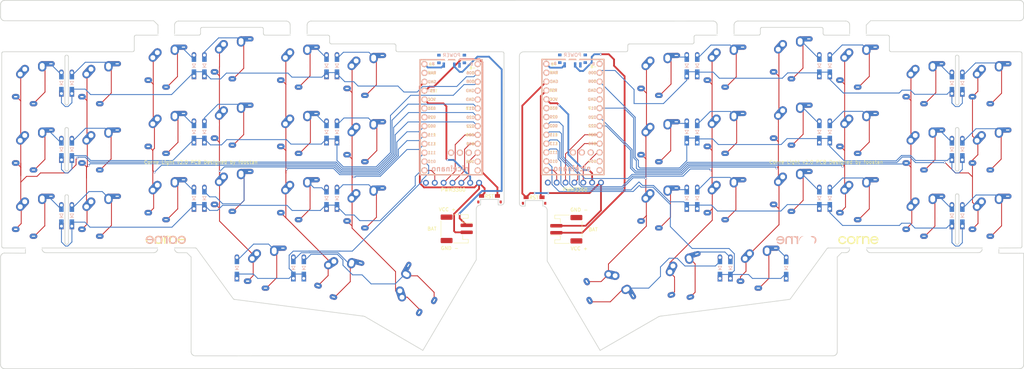
<source format=kicad_pcb>
(kicad_pcb (version 20240108) (generator "pcbnew") (generator_version "8.0")
  (title_block (title "Corne Light Ice Trackball") (date "2024-07-31") (rev "1.0") (company "William Saxton"))
  (layers (0 "F.Cu" signal) (31 "B.Cu" signal) (34 "B.Paste" user) (35 "F.Paste" user) (36 "B.SilkS" user "B.Silkscreen") (37 "F.SilkS" user "F.Silkscreen") (38 "B.Mask" user) (39 "F.Mask" user) (44 "Edge.Cuts" user))
  (net 0 "")
  (net 1 "row0")
  (net 2 "Net-(D1-Pad2)")
  (net 3 "row1")
  (net 4 "Net-(D2-Pad2)")
  (net 5 "row2")
  (net 6 "Net-(D3-Pad2)")
  (net 7 "row3")
  (net 8 "Net-(D4-Pad2)")
  (net 9 "Net-(D5-Pad2)")
  (net 10 "Net-(D6-Pad2)")
  (net 11 "Net-(D7-Pad2)")
  (net 12 "Net-(D8-Pad2)")
  (net 13 "Net-(D9-Pad2)")
  (net 14 "Net-(D10-Pad2)")
  (net 15 "Net-(D11-Pad2)")
  (net 16 "Net-(D12-Pad2)")
  (net 17 "Net-(D13-Pad2)")
  (net 18 "Net-(D14-Pad2)")
  (net 19 "Net-(D15-Pad2)")
  (net 20 "Net-(D16-Pad2)")
  (net 21 "Net-(D17-Pad2)")
  (net 22 "Net-(D18-Pad2)")
  (net 23 "Net-(D19-Pad2)")
  (net 24 "Net-(D20-Pad2)")
  (net 25 "Net-(D21-Pad2)")
  (net 26 "GND")
  (net 27 "NCS_l")
  (net 28 "col0")
  (net 29 "col1")
  (net 30 "col2")
  (net 31 "col3")
  (net 32 "col4")
  (net 33 "col5")
  (net 34 "Net-(D22-Pad2)")
  (net 35 "row0_r")
  (net 36 "Net-(D23-Pad2)")
  (net 37 "Net-(D24-Pad2)")
  (net 38 "Net-(D25-Pad2)")
  (net 39 "Net-(D26-Pad2)")
  (net 40 "Net-(D27-Pad2)")
  (net 41 "row1_r")
  (net 42 "Net-(D28-Pad2)")
  (net 43 "Net-(D29-Pad2)")
  (net 44 "Net-(D30-Pad2)")
  (net 45 "Net-(D31-Pad2)")
  (net 46 "Net-(D32-Pad2)")
  (net 47 "Net-(D33-Pad2)")
  (net 48 "row2_r")
  (net 49 "Net-(D34-Pad2)")
  (net 50 "Net-(D35-Pad2)")
  (net 51 "Net-(D36-Pad2)")
  (net 52 "Net-(D37-Pad2)")
  (net 53 "Net-(D38-Pad2)")
  (net 54 "Net-(D39-Pad2)")
  (net 55 "Net-(D40-Pad2)")
  (net 56 "row3_r")
  (net 57 "Net-(D41-Pad2)")
  (net 58 "Net-(D42-Pad2)")
  (net 59 "col0_r")
  (net 60 "col1_r")
  (net 61 "col2_r")
  (net 62 "col3_r")
  (net 63 "col4_r")
  (net 64 "col5_r")
  (net 65 "GNDA")
  (net 66 "VCC_r")
  (net 67 "RAW_r")
  (net 68 "SCLK")
  (net 69 "MOSI")
  (net 70 "MISO")
  (net 71 "NCS")
  (net 72 "+3V3")
  (net 73 "reset_r")
  (net 74 "RAW_l")
  (net 75 "reset_l")
  (net 76 "+3V3_l")
  (net 77 "VCC_l")
  (net 78 "MISO_l")
  (net 79 "SCLK_l")
  (net 80 "MOSI_l")
  (footprint "kbd:keyswitch_cherrymx_alps_choc12_1u" (layer "F.Cu") (at 296.4625 45.920432)
    (property "Reference" "SW22" (hide yes))
    (property "Value" "SW_PUSH" (hide yes))
  )
  (footprint "kbd:keyswitch_cherrymx_alps_choc12_1u" (layer "F.Cu") (at 277.4625 45.920432)
    (property "Reference" "SW23" (hide yes))
    (property "Value" "SW_PUSH" (hide yes))
  )
  (footprint "kbd:keyswitch_cherrymx_alps_choc12_1u" (layer "F.Cu") (at 258.4625 41.170432)
    (property "Reference" "SW24" (hide yes))
    (property "Value" "SW_PUSH" (hide yes))
  )
  (footprint "kbd:keyswitch_cherrymx_alps_choc12_1u" (layer "F.Cu") (at 239.4625 38.795432)
    (property "Reference" "SW25" (hide yes))
    (property "Value" "SW_PUSH" (hide yes))
  )
  (footprint "kbd:keyswitch_cherrymx_alps_choc12_1u" (layer "F.Cu") (at 220.4625 41.170432)
    (property "Reference" "SW26" (hide yes))
    (property "Value" "SW_PUSH" (hide yes))
  )
  (footprint "kbd:keyswitch_cherrymx_alps_choc12_1u" (layer "F.Cu") (at 201.4625 43.545432)
    (property "Reference" "SW27" (hide yes))
    (property "Value" "SW_PUSH" (hide yes))
  )
  (footprint "kbd:keyswitch_cherrymx_alps_choc12_1u" (layer "F.Cu") (at 296.4625 64.920432)
    (property "Reference" "SW28" (hide yes))
    (property "Value" "SW_PUSH" (hide yes))
  )
  (footprint "kbd:keyswitch_cherrymx_alps_choc12_1u" (layer "F.Cu") (at 277.4625 64.920432)
    (property "Reference" "SW29" (hide yes))
    (property "Value" "SW_PUSH" (hide yes))
  )
  (footprint "kbd:keyswitch_cherrymx_alps_choc12_1u" (layer "F.Cu") (at 258.4625 60.170432)
    (property "Reference" "SW30" (hide yes))
    (property "Value" "SW_PUSH" (hide yes))
  )
  (footprint "kbd:keyswitch_cherrymx_alps_choc12_1u" (layer "F.Cu") (at 239.4625 57.795432)
    (property "Reference" "SW31" (hide yes))
    (property "Value" "SW_PUSH" (hide yes))
  )
  (footprint "kbd:keyswitch_cherrymx_alps_choc12_1u" (layer "F.Cu") (at 220.4625 60.170432)
    (property "Reference" "SW32" (hide yes))
    (property "Value" "SW_PUSH" (hide yes))
  )
  (footprint "kbd:keyswitch_cherrymx_alps_choc12_1u" (layer "F.Cu") (at 201.4625 62.545432)
    (property "Reference" "SW33" (hide yes))
    (property "Value" "SW_PUSH" (hide yes))
  )
  (footprint "kbd:keyswitch_cherrymx_alps_choc12_1u" (layer "F.Cu") (at 296.4625 83.920432)
    (property "Reference" "SW34" (hide yes))
    (property "Value" "SW_PUSH" (hide yes))
  )
  (footprint "kbd:keyswitch_cherrymx_alps_choc12_1u" (layer "F.Cu") (at 277.4625 83.920432)
    (property "Reference" "SW35" (hide yes))
    (property "Value" "SW_PUSH" (hide yes))
  )
  (footprint "kbd:keyswitch_cherrymx_alps_choc12_1u" (layer "F.Cu") (at 258.4625 79.170432)
    (property "Reference" "SW36" (hide yes))
    (property "Value" "SW_PUSH" (hide yes))
  )
  (footprint "kbd:keyswitch_cherrymx_alps_choc12_1u" (layer "F.Cu") (at 239.4625 76.795432)
    (property "Reference" "SW37" (hide yes))
    (property "Value" "SW_PUSH" (hide yes))
  )
  (footprint "kbd:keyswitch_cherrymx_alps_choc12_1u" (layer "F.Cu") (at 220.4625 79.170432)
    (property "Reference" "SW38" (hide yes))
    (property "Value" "SW_PUSH" (hide yes))
  )
  (footprint "kbd:keyswitch_cherrymx_alps_choc12_1u" (layer "F.Cu") (at 229.9625 98.795432)
    (property "Reference" "SW40" (hide yes))
    (property "Value" "SW_PUSH" (hide yes))
  )
  (footprint "kbd:keyswitch_cherrymx_alps_choc12_1u" (layer "F.Cu") (at 208.9625 101.545432 15)
    (property "Reference" "SW41" (hide yes))
    (property "Value" "SW_PUSH" (hide yes))
  )
  (footprint "kbd:keyswitch_cherrymx_alps_choc12_1u" (layer "F.Cu") (at 201.4625 81.545432)
    (property "Reference" "SW39" (hide yes))
    (property "Value" "SW_PUSH" (hide yes))
  )
  (footprint "kbd:keyswitch_cherrymx_alps_choc12_1u" (layer "F.Cu") (at 117.1875 43.545)
    (property "Reference" "SW6" (hide yes))
    (property "Value" "SW_PUSH" (hide yes))
  )
  (footprint "kbd:keyswitch_cherrymx_alps_choc12_1u" (layer "F.Cu") (at 98.1875 41.17)
    (property "Reference" "SW5" (hide yes))
    (property "Value" "SW_PUSH" (hide yes))
  )
  (footprint "kbd:keyswitch_cherrymx_alps_choc12_1u" (layer "F.Cu") (at 79.1875 38.795)
    (property "Reference" "SW4" (hide yes))
    (property "Value" "SW_PUSH" (hide yes))
  )
  (footprint "kbd:keyswitch_cherrymx_alps_choc12_1u" (layer "F.Cu") (at 60.1875 41.17)
    (property "Reference" "SW3" (hide yes))
    (property "Value" "SW_PUSH" (hide yes))
  )
  (footprint "kbd:keyswitch_cherrymx_alps_choc12_1u" (layer "F.Cu") (at 41.1875 45.92)
    (property "Reference" "SW2" (hide yes))
    (property "Value" "SW_PUSH" (hide yes))
  )
  (footprint "kbd:keyswitch_cherrymx_alps_choc12_1u" (layer "F.Cu") (at 117.1875 81.545)
    (property "Reference" "SW18" (hide yes))
    (property "Value" "SW_PUSH" (hide yes))
  )
  (footprint "kbd:keyswitch_cherrymx_alps_choc12_1.5u" (layer "F.Cu") (at 131.9375 105.295 60)
    (property "Reference" "SW21" (hide yes))
    (property "Value" "SW_PUSH" (hide yes))
  )
  (footprint "kbd:keyswitch_cherrymx_alps_choc12_1u" (layer "F.Cu") (at 22.1875 83.92)
    (property "Reference" "SW13" (hide yes))
    (property "Value" "SW_PUSH" (hide yes))
  )
  (footprint "kbd:keyswitch_cherrymx_alps_choc12_1u" (layer "F.Cu") (at 109.6875 101.545 -15)
    (property "Reference" "SW20" (hide yes))
    (property "Value" "SW_PUSH" (hide yes))
  )
  (footprint "kbd:keyswitch_cherrymx_alps_choc12_1u" (layer "F.Cu") (at 88.6875 98.795)
    (property "Reference" "SW19" (hide yes))
    (property "Value" "SW_PUSH" (hide yes))
  )
  (footprint "kbd:keyswitch_cherrymx_alps_choc12_1u" (layer "F.Cu") (at 98.1875 79.17)
    (property "Reference" "SW17" (hide yes))
    (property "Value" "SW_PUSH" (hide yes))
  )
  (footprint "kbd:keyswitch_cherrymx_alps_choc12_1u" (layer "F.Cu") (at 79.1875 76.795)
    (property "Reference" "SW16" (hide yes))
    (property "Value" "SW_PUSH" (hide yes))
  )
  (footprint "kbd:keyswitch_cherrymx_alps_choc12_1u" (layer "F.Cu") (at 60.1875 79.17)
    (property "Reference" "SW15" (hide yes))
    (property "Value" "SW_PUSH" (hide yes))
  )
  (footprint "kbd:keyswitch_cherrymx_alps_choc12_1u" (layer "F.Cu") (at 41.1875 83.92)
    (property "Reference" "SW14" (hide yes))
    (property "Value" "SW_PUSH" (hide yes))
  )
  (footprint "kbd:keyswitch_cherrymx_alps_choc12_1u" (layer "F.Cu") (at 117.1875 62.545)
    (property "Reference" "SW12" (hide yes))
    (property "Value" "SW_PUSH" (hide yes))
  )
  (footprint "kbd:keyswitch_cherrymx_alps_choc12_1u" (layer "F.Cu") (at 98.1875 60.17)
    (property "Reference" "SW11" (hide yes))
    (property "Value" "SW_PUSH" (hide yes))
  )
  (footprint "kbd:keyswitch_cherrymx_alps_choc12_1u" (layer "F.Cu") (at 79.1875 57.795)
    (property "Reference" "SW10" (hide yes))
    (property "Value" "SW_PUSH" (hide yes))
  )
  (footprint "kbd:keyswitch_cherrymx_alps_choc12_1u" (layer "F.Cu") (at 60.1875 60.17)
    (property "Reference" "SW9" (hide yes))
    (property "Value" "SW_PUSH" (hide yes))
  )
  (footprint "kbd:keyswitch_cherrymx_alps_choc12_1u" (layer "F.Cu") (at 41.1875 64.92)
    (property "Reference" "SW8" (hide yes))
    (property "Value" "SW_PUSH" (hide yes))
  )
  (footprint "kbd:keyswitch_cherrymx_alps_choc12_1u" (layer "F.Cu") (at 22.1875 64.92)
    (property "Reference" "SW7" (hide yes))
    (property "Value" "SW_PUSH" (hide yes))
  )
  (footprint "kbd:keyswitch_cherrymx_alps_choc12_1u" (layer "F.Cu") (at 22.1875 45.92)
    (property "Reference" "SW1" (hide yes))
    (property "Value" "SW_PUSH" (hide yes))
  )
  (footprint "kbd:keyswitch_cherrymx_alps_choc12_1.5u" (layer "F.Cu") (at 186.7125 105.295432 -60)
    (property "Reference" "SW42" (hide yes))
    (property "Value" "SW_PUSH" (hide yes))
  )
  (footprint "kbd:Breakaway_Tabs" (layer "F.Cu") (at 22.19625 93.38)
    (property "Reference" "J5")
    (property "Value" "Breakaway_Tabs")
  )
  (footprint "kbd:Breakaway_Tabs" (layer "F.Cu") (at 60.1845 93.38)
    (property "Reference" "J5")
    (property "Value" "Breakaway_Tabs")
  )
  (footprint "kbd:Breakaway_Tabs" (layer "F.Cu") (at 60.2875 31.97)
    (property "Reference" "J5")
    (property "Value" "Breakaway_Tabs")
  )
  (footprint "kbd:Breakaway_Tabs" (layer "F.Cu") (at 98.2575 31.97)
    (property "Reference" "J5")
    (property "Value" "Breakaway_Tabs")
  )
  (footprint "kbd:Breakaway_Tabs" (layer "F.Cu") (at 220.555153 31.98)
    (property "Reference" "J5")
    (property "Value" "Breakaway_Tabs")
  )
  (footprint "kbd:Breakaway_Tabs" (layer "F.Cu") (at 258.575153 31.97)
    (property "Reference" "J5")
    (property "Value" "Breakaway_Tabs")
  )
  (footprint "kbd:Breakaway_Tabs" (layer "F.Cu") (at 296.605153 93.39)
    (property "Reference" "J5")
    (property "Value" "Breakaway_Tabs")
  )
  (footprint "kbd:Breakaway_Tabs" (layer "F.Cu") (at 258.605153 93.39)
    (property "Reference" "J5")
    (property "Value" "Breakaway_Tabs")
  )
  (footprint "PMW3360:PinHeader_1x07_P2.54mm_Vertical" (layer "F.Cu") (at 184.8725 74.445 -90)
    (property "Reference" "J7" (hide yes))
    (property "Value" "PWM3360")
  )
  (footprint "kbd:corne-logo-horizontal" (layer "F.Cu") (at 60.2175 90.93)
    (property "Reference" "G***" (hide yes))
    (property "Value" "LOGO" (hide yes))
  )
  (footprint "kbd:corne-logo-horizontal" (layer "F.Cu") (at 258.775153 91.01)
    (property "Reference" "G***" (hide yes))
    (property "Value" "LOGO" (hide yes))
  )
  (footprint "PMW3360:MountingHole_2.2mm_M2" (layer "F.Cu") (at 153.5125 45.505 180)
    (property "Reference" "REF**" (hide yes))
    (property "Value" "MountingHole_2.2mm_M2")
  )
  (footprint "PMW3360:MountingHole_2.2mm_M2" (layer "F.Cu") (at 130.0125 70.005 180)
    (property "Reference" "REF**" (hide yes))
    (property "Value" "MountingHole_2.2mm_M2")
  )
  (footprint "PMW3360:PinHeader_1x07_P2.54mm_Vertical" (layer "F.Cu") (at 149.9225 74.505 -90)
    (property "Reference" "J7" (hide yes))
    (property "Value" "PWM3360")
  )
  (footprint "Connector_JST:JST_PH_S2B-PH-SM4-TB_1x02-1MP_P2.00mm_Horizontal" (layer "F.Cu") (at 143.5125 87.695 -90)
    (property "Reference" "J3" (hide yes))
    (property "Value" "BAT")
  )
  (footprint "PMW3360:MountingHole_2.2mm_M2" (layer "F.Cu") (at 153.5125 70.005 180)
    (property "Reference" "REF**" (hide yes))
    (property "Value" "MountingHole_2.2mm_M2")
  )
  (footprint "PMW3360:MountingHole_2.2mm_M2" (layer "F.Cu") (at 130.0125 45.505 180)
    (property "Reference" "REF**" (hide yes))
    (property "Value" "MountingHole_2.2mm_M2")
  )
  (footprint "PMW3360:MountingHole_2.2mm_M2" (layer "F.Cu") (at 164.9625 69.945 180)
    (property "Reference" "REF**" (hide yes))
    (property "Value" "MountingHole_2.2mm_M2")
  )
  (footprint "keeblib:alps_sksn" (layer "F.Cu") (at 165.6875 81.22)
    (property "Reference" "RST")
    (property "Value" "SW_PUSH" (hide yes))
  )
  (footprint "PMW3360:MountingHole_2.2mm_M2" (layer "F.Cu") (at 164.9625 45.445 180)
    (property "Reference" "REF**" (hide yes))
    (property "Value" "MountingHole_2.2mm_M2")
  )
  (footprint "Connector_JST:JST_PH_S2B-PH-SM4-TB_1x02-1MP_P2.00mm_Horizontal" (layer "F.Cu") (at 174.9225 87.815 90)
    (property "Reference" "J3" (hide yes))
    (property "Value" "BAT")
  )
  (footprint "keeblib:alps_sksn" (layer "F.Cu") (at 152.9125 80.845)
    (property "Reference" "RST")
    (property "Value" "SW_PUSH" (hide yes))
  )
  (footprint "PMW3360:MountingHole_2.2mm_M2" (layer "F.Cu") (at 188.4625 45.445 180)
    (property "Reference" "REF**" (hide yes))
    (property "Value" "MountingHole_2.2mm_M2")
  )
  (footprint "PMW3360:MountingHole_2.2mm_M2" (layer "F.Cu") (at 188.4625 69.945 180)
    (property "Reference" "REF**" (hide yes))
    (property "Value" "MountingHole_2.2mm_M2")
  )
  (footprint "kbd:D3_TH_SMD_v2" (layer "B.Cu") (at 288.4625 83.920432 90)
    (property "Reference" "D34" (hide yes))
    (property "Value" "D" (hide yes))
  )
  (footprint "kbd:D3_TH_SMD_v2" (layer "B.Cu") (at 250.4625 78.920432 90)
    (property "Reference" "D36" (hide yes))
    (property "Value" "D" (hide yes))
  )
  (footprint "kbd:D3_TH_SMD_v2" (layer "B.Cu") (at 247.4625 78.915432 90)
    (property "Reference" "D37" (hide yes))
    (property "Value" "D" (hide yes))
  )
  (footprint "kbd:D3_TH_SMD_v2" (layer "B.Cu") (at 212.4625 78.920432 90)
    (property "Reference" "D38" (hide yes))
    (property "Value" "D" (hide yes))
  )
  (footprint "kbd:D3_TH_SMD_v2" (layer "B.Cu") (at 209.4625 78.920432 90)
    (property "Reference" "D39" (hide yes))
    (property "Value" "D" (hide yes))
  )
  (footprint "kbd:D3_TH_SMD_v2" (layer "B.Cu") (at 237.9625 98.930432 90)
    (property "Reference" "D40" (hide yes))
    (property "Value" "D" (hide yes))
  )
  (footprint "kbd:D3_TH_SMD_v2" (layer "B.Cu") (at 221.9725 98.915432 90)
    (property "Reference" "D41" (hide yes))
    (property "Value" "D" (hide yes))
  )
  (footprint "kbd:D3_TH_SMD_v2" (layer "B.Cu") (at 218.9725 98.915432 90)
    (property "Reference" "D42" (hide yes))
    (property "Value" "D" (hide yes))
  )
  (footprint "kbd:D3_TH_SMD_v2" (layer "B.Cu") (at 288.4625 45.920432 90)
    (property "Reference" "D22" (hide yes))
    (property "Value" "D" (hide yes))
  )
  (footprint "kbd:D3_TH_SMD_v2" (layer "B.Cu") (at 285.4625 45.920432 90)
    (property "Reference" "D23" (hide yes))
    (property "Value" "D" (hide yes))
  )
  (footprint "kbd:D3_TH_SMD_v2" (layer "B.Cu") (at 250.4625 40.920432 90)
    (property "Reference" "D24" (hide yes))
    (property "Value" "D" (hide yes))
  )
  (footprint "kbd:D3_TH_SMD_v2" (layer "B.Cu") (at 247.4625 40.915432 90)
    (property "Reference" "D25" (hide yes))
    (property "Value" "D" (hide yes))
  )
  (footprint "kbd:D3_TH_SMD_v2" (layer "B.Cu") (at 212.4625 40.920432 90)
    (property "Reference" "D26" (hide yes))
    (property "Value" "D" (hide yes))
  )
  (footprint "kbd:D3_TH_SMD_v2" (layer "B.Cu") (at 209.4625 40.920432 90)
    (property "Reference" "D27" (hide yes))
    (property "Value" "D" (hide yes))
  )
  (footprint "kbd:D3_TH_SMD_v2" (layer "B.Cu") (at 288.4625 64.920432 90)
    (property "Reference" "D28" (hide yes))
    (property "Value" "D" (hide yes))
  )
  (footprint "kbd:D3_TH_SMD_v2" (layer "B.Cu") (at 285.4625 64.920432 90)
    (property "Reference" "D29" (hide yes))
    (property "Value" "D" (hide yes))
  )
  (footprint "kbd:D3_TH_SMD_v2" (layer "B.Cu") (at 250.4625 59.920432 90)
    (property "Reference" "D30" (hide yes))
    (property "Value" "D" (hide yes))
  )
  (footprint "kbd:D3_TH_SMD_v2" (layer "B.Cu") (at 247.4625 59.915432 90)
    (property "Reference" "D31" (hide yes))
    (property "Value" "D" (hide yes))
  )
  (footprint "kbd:D3_TH_SMD_v2" (layer "B.Cu") (at 212.4625 59.920432 90)
    (property "Reference" "D32" (hide yes))
    (property "Value" "D" (hide yes))
  )
  (footprint "kbd:D3_TH_SMD_v2" (layer "B.Cu") (at 33.1875 83.92 90)
    (property "Reference" "D14" (hide yes))
    (property "Value" "D" (hide yes))
  )
  (footprint "kbd:D3_TH_SMD_v2" (layer "B.Cu") (at 33.1875 64.92 90)
    (property "Reference" "D8" (hide yes))
    (property "Value" "D" (hide yes))
  )
  (footprint "kbd:D3_TH_SMD_v2" (layer "B.Cu") (at 33.1875 45.92 90)
    (property "Reference" "D2" (hide yes))
    (property "Value" "D" (hide yes))
  )
  (footprint "kbd:D3_TH_SMD_v2" (layer "B.Cu") (at 209.4625 59.920432 90)
    (property "Reference" "D33" (hide yes))
    (property "Value" "D" (hide yes))
  )
  (footprint "kbd:D3_TH_SMD_v2" (layer "B.Cu") (at 99.6875 98.905 90)
    (property "Reference" "D21" (hide yes))
    (property "Value" "D" (hide yes))
  )
  (footprint "kbd:D3_TH_SMD_v2" (layer "B.Cu") (at 96.6875 98.905 90)
    (property "Reference" "D20" (hide yes))
    (property "Value" "D" (hide yes))
  )
  (footprint "kbd:D3_TH_SMD_v2" (layer "B.Cu") (at 80.5075 98.91 90)
    (property "Reference" "D19" (hide yes))
    (property "Value" "D" (hide yes))
  )
  (footprint "kbd:D3_TH_SMD_v2" (layer "B.Cu") (at 109.1875 78.92 90)
    (property "Reference" "D18" (hide yes))
    (property "Value" "D" (hide yes))
  )
  (footprint "kbd:D3_TH_SMD_v2" (layer "B.Cu") (at 106.1875 78.92 90)
    (property "Reference" "D17" (hide yes))
    (property "Value" "D" (hide yes))
  )
  (footprint "kbd:D3_TH_SMD_v2" (layer "B.Cu") (at 71.1875 78.915 90)
    (property "Reference" "D16" (hide yes))
    (property "Value" "D" (hide yes))
  )
  (footprint "kbd:D3_TH_SMD_v2" (layer "B.Cu") (at 68.1875 78.92 90)
    (property "Reference" "D15" (hide yes))
    (property "Value" "D" (hide yes))
  )
  (footprint "kbd:D3_TH_SMD_v2" (layer "B.Cu") (at 30.1875 83.916875 90)
    (property "Reference" "D13" (hide yes))
    (property "Value" "D" (hide yes))
  )
  (footprint "kbd:D3_TH_SMD_v2" (layer "B.Cu") (at 109.1875 59.92 90)
    (property "Reference" "D12" (hide yes))
    (property "Value" "D" (hide yes))
  )
  (footprint "kbd:D3_TH_SMD_v2" (layer "B.Cu") (at 106.1875 59.92 90)
    (property "Reference" "D11" (hide yes))
    (property "Value" "D" (hide yes))
  )
  (footprint "kbd:D3_TH_SMD_v2" (layer "B.Cu") (at 71.1875 59.915 90)
    (property "Reference" "D10" (hide yes))
    (property "Value" "D" (hide yes))
  )
  (footprint "kbd:D3_TH_SMD_v2" (layer "B.Cu") (at 68.1875 59.92 90)
    (property "Reference" "D9" (hide yes))
    (property "Value" "D" (hide yes))
  )
  (footprint "kbd:D3_TH_SMD_v2" (layer "B.Cu") (at 30.1875 64.916875 90)
    (property "Reference" "D7" (hide yes))
    (property "Value" "D" (hide yes))
  )
  (footprint "kbd:D3_TH_SMD_v2" (layer "B.Cu") (at 109.1875 40.92 90)
    (property "Reference" "D6" (hide yes))
    (property "Value" "D" (hide yes))
  )
  (footprint "kbd:D3_TH_SMD_v2" (layer "B.Cu") (at 106.1875 40.92 90)
    (property "Reference" "D5" (hide yes))
    (property "Value" "D" (hide yes))
  )
  (footprint "kbd:D3_TH_SMD_v2" (layer "B.Cu") (at 71.1875 40.915 90)
    (property "Reference" "D4" (hide yes))
    (property "Value" "D" (hide yes))
  )
  (footprint "kbd:D3_TH_SMD_v2" (layer "B.Cu") (at 68.1875 40.92 90)
    (property "Reference" "D3" (hide yes))
    (property "Value" "D" (hide yes))
  )
  (footprint "kbd:D3_TH_SMD_v2" (layer "B.Cu") (at 30.1875 45.916875 90)
    (property "Reference" "D1" (hide yes))
    (property "Value" "D" (hide yes))
  )
  (footprint "kbd:D3_TH_SMD_v2" (layer "B.Cu") (at 285.4625 83.920432 90)
    (property "Reference" "D35" (hide yes))
    (property "Value" "D" (hide yes))
  )
  (footprint "kbd:spacer_m2" (layer "B.Cu") (at 31.6955 74.4205 180)
    (property "Reference" "Ref**" (hide yes))
    (property "Value" "Val**" (hide yes))
  )
  (footprint "kbd:spacer_m2" (layer "B.Cu") (at 107.6505 51.9305 180)
    (property "Reference" "Ref**" (hide yes))
    (property "Value" "Val**" (hide yes))
  )
  (footprint "kbd:spacer_m2" (layer "B.Cu") (at 31.6955 55.4205 180)
    (property "Reference" "Ref**" (hide yes))
    (property "Value" "Val**" (hide yes))
  )
  (footprint "kbd:spacer_m2" (layer "B.Cu") (at 74.8395 91.6855 180)
    (property "Reference" "Ref**" (hide yes))
    (property "Value" "Val**" (hide yes))
  )
  (footprint "kbd:spacer_m2" (layer "B.Cu") (at 121.4055 99.3 180)
    (property "Reference" "Ref**" (hide yes))
    (property "Value" "Val**" (hide yes))
  )
  (footprint "kbd:spacer_m2" (layer "B.Cu") (at 211.0135 51.936932 180)
    (property "Reference" "Ref**" (hide yes))
    (property "Value" "Val**" (hide yes))
  )
  (footprint "kbd:spacer_m2" (layer "B.Cu") (at 197.2635 99.446932 180)
    (property "Reference" "Ref**" (hide yes))
    (property "Value" "Val**" (hide yes))
  )
  (footprint "kbd:spacer_m2" (layer "B.Cu") (at 243.8335 91.696932 180)
    (property "Reference" "Ref**" (hide yes))
    (property "Value" "Val**" (hide yes))
  )
  (footprint "kbd:spacer_m2" (layer "B.Cu") (at 286.9735 55.426932 180)
    (property "Reference" "Ref**" (hide yes))
    (property "Value" "Val**" (hide yes))
  )
  (footprint "kbd:spacer_m2" (layer "B.Cu") (at 286.9735 74.426932 180)
    (property "Reference" "Ref**" (hide yes))
    (property "Value" "Val**" (hide yes))
  )
  (footprint "kbd:corne-logo-horizontal" (layer "B.Cu") (at 59.9875 90.93 180)
    (property "Reference" "G***" (hide yes))
    (property "Value" "LOGO" (hide yes))
  )
  (footprint "kbd:corne-logo-horizontal" (layer "B.Cu") (at 240.7675 91.01 180)
    (property "Reference" "G***" (hide yes))
    (property "Value" "LOGO" (hide yes))
  )
  (footprint "kbd:spacer_m2" (layer "B.Cu") (at 50.7125 74.445 180)
    (property "Reference" "Ref**" (hide yes))
    (property "Value" "Val**" (hide yes))
  )
  (footprint "kbd:spacer_m2" (layer "B.Cu") (at 50.7125 55.445 180)
    (property "Reference" "Ref**" (hide yes))
    (property "Value" "Val**" (hide yes))
  )
  (footprint "kbd:spacer_m2" (layer "B.Cu") (at 267.990153 74.426932 180)
    (property "Reference" "Ref**" (hide yes))
    (property "Value" "Val**" (hide yes))
  )
  (footprint "kbd:spacer_m2" (layer "B.Cu") (at 267.990153 55.426932 180)
    (property "Reference" "Ref**" (hide yes))
    (property "Value" "Val**" (hide yes))
  )
  (footprint "nice-nano-kicad:nice_nano" (layer "B.Cu") (at 176.8425 56.915 -90)
    (property "Reference" "U1" (hide yes))
    (property "Value" "ProMicro" (hide yes))
  )
  (footprint "keeblib:switch_SSSS811101" (layer "B.Cu") (at 176.7125 38.945)
    (property "Reference" "PSW2" (hide yes))
    (property "Value" "POWER")
  )
  (footprint "nice-nano-kicad:nice_nano" (layer "B.Cu") (at 141.8925 56.975 -90)
    (property "Reference" "U1" (hide yes))
    (property "Value" "ProMicro" (hide yes))
  )
  (footprint "keeblib:switch_SSSS811101" (layer "B.Cu") (at 142.0625 39.005)
    (property "Reference" "PSW2" (hide yes))
    (property "Value" "POWER")
  )
  (gr_line (start 31.1975 51.66) (end 31.1975 38.41) (stroke (width 0.2)) (layer "Edge.Cuts"))
  (gr_line (start 32.1975 59.16) (end 32.1975 70.66) (stroke (width 0.2)) (layer "Edge.Cuts"))
  (gr_line (start 31.47875 37.94125) (end 31.6975 37.91) (stroke (width 0.2)) (layer "Edge.Cuts"))
  (gr_line (start 31.885 37.94125) (end 31.6975 37.91) (stroke (width 0.2)) (layer "Edge.Cuts"))
  (gr_line (start 31.22875 38.2225) (end 31.3225 38.035) (stroke (width 0.2)) (layer "Edge.Cuts"))
  (gr_line (start 31.22875 38.2225) (end 31.1975 38.41) (stroke (width 0.2)) (layer "Edge.Cuts"))
  (gr_line (start 32.16625 38.2225) (end 32.0725 38.035) (stroke (width 0.2)) (layer "Edge.Cuts"))
  (gr_line (start 32.1975 38.41) (end 32.16625 38.2225) (stroke (width 0.2)) (layer "Edge.Cuts"))
  (gr_line (start 31.51 52.12875) (end 31.6975 52.16) (stroke (width 0.2)) (layer "Edge.Cuts"))
  (gr_line (start 31.22875 51.8475) (end 31.3225 52.035) (stroke (width 0.2)) (layer "Edge.Cuts"))
  (gr_line (start 31.1975 51.66) (end 31.22875 51.8475) (stroke (width 0.2)) (layer "Edge.Cuts"))
  (gr_line (start 32.16625 51.8475) (end 32.1975 51.66) (stroke (width 0.2)) (layer "Edge.Cuts"))
  (gr_line (start 31.91625 52.12875) (end 32.0725 52.035) (stroke (width 0.2)) (layer "Edge.Cuts"))
  (gr_line (start 32.16625 51.8475) (end 32.0725 52.035) (stroke (width 0.2)) (layer "Edge.Cuts"))
  (gr_line (start 31.91625 52.12875) (end 31.6975 52.16) (stroke (width 0.2)) (layer "Edge.Cuts"))
  (gr_line (start 31.3225 52.035) (end 31.51 52.12875) (stroke (width 0.2)) (layer "Edge.Cuts"))
  (gr_line (start 31.885 58.69125) (end 31.6975 58.66) (stroke (width 0.2)) (layer "Edge.Cuts"))
  (gr_line (start 32.16625 58.9725) (end 32.0725 58.785) (stroke (width 0.2)) (layer "Edge.Cuts"))
  (gr_line (start 32.1975 59.16) (end 32.16625 58.9725) (stroke (width 0.2)) (layer "Edge.Cuts"))
  (gr_line (start 31.22875 58.9725) (end 31.1975 59.16) (stroke (width 0.2)) (layer "Edge.Cuts"))
  (gr_line (start 31.47875 58.69125) (end 31.3225 58.785) (stroke (width 0.2)) (layer "Edge.Cuts"))
  (gr_line (start 31.22875 58.9725) (end 31.3225 58.785) (stroke (width 0.2)) (layer "Edge.Cuts"))
  (gr_line (start 31.47875 58.69125) (end 31.6975 58.66) (stroke (width 0.2)) (layer "Edge.Cuts"))
  (gr_line (start 32.0725 58.785) (end 31.885 58.69125) (stroke (width 0.2)) (layer "Edge.Cuts"))
  (gr_line (start 31.51 71.12875) (end 31.6975 71.16) (stroke (width 0.2)) (layer "Edge.Cuts"))
  (gr_line (start 32.16625 70.8475) (end 32.1975 70.66) (stroke (width 0.2)) (layer "Edge.Cuts"))
  (gr_line (start 32.16625 70.8475) (end 32.0725 71.035) (stroke (width 0.2)) (layer "Edge.Cuts"))
  (gr_line (start 31.22875 70.8475) (end 31.3225 71.035) (stroke (width 0.2)) (layer "Edge.Cuts"))
  (gr_line (start 31.91625 71.12875) (end 32.0725 71.035) (stroke (width 0.2)) (layer "Edge.Cuts"))
  (gr_line (start 31.3225 71.035) (end 31.51 71.12875) (stroke (width 0.2)) (layer "Edge.Cuts"))
  (gr_line (start 31.91625 71.12875) (end 31.6975 71.16) (stroke (width 0.2)) (layer "Edge.Cuts"))
  (gr_line (start 31.1975 70.66) (end 31.22875 70.8475) (stroke (width 0.2)) (layer "Edge.Cuts"))
  (gr_line (start 31.47875 77.94125) (end 31.3225 78.035) (stroke (width 0.2)) (layer "Edge.Cuts"))
  (gr_line (start 31.22875 78.2225) (end 31.3225 78.035) (stroke (width 0.2)) (layer "Edge.Cuts"))
  (gr_line (start 32.16625 78.2225) (end 32.0725 78.035) (stroke (width 0.2)) (layer "Edge.Cuts"))
  (gr_line (start 31.885 77.94125) (end 31.6975 77.91) (stroke (width 0.2)) (layer "Edge.Cuts"))
  (gr_line (start 32.0725 78.035) (end 31.885 77.94125) (stroke (width 0.2)) (layer "Edge.Cuts"))
  (gr_line (start 31.22875 78.2225) (end 31.1975 78.41) (stroke (width 0.2)) (layer "Edge.Cuts"))
  (gr_line (start 32.1975 78.41) (end 32.16625 78.2225) (stroke (width 0.2)) (layer "Edge.Cuts"))
  (gr_line (start 31.47875 77.94125) (end 31.6975 77.91) (stroke (width 0.2)) (layer "Edge.Cuts"))
  (gr_line (start 32.16625 91.8475) (end 32.1975 91.66) (stroke (width 0.2)) (layer "Edge.Cuts"))
  (gr_line (start 31.91625 92.12875) (end 32.0725 92.035) (stroke (width 0.2)) (layer "Edge.Cuts"))
  (gr_line (start 31.91625 92.12875) (end 31.6975 92.16) (stroke (width 0.2)) (layer "Edge.Cuts"))
  (gr_line (start 32.16625 91.8475) (end 32.0725 92.035) (stroke (width 0.2)) (layer "Edge.Cuts"))
  (gr_line (start 31.1975 91.66) (end 31.22875 91.8475) (stroke (width 0.2)) (layer "Edge.Cuts"))
  (gr_line (start 31.22875 91.8475) (end 31.3225 92.035) (stroke (width 0.2)) (layer "Edge.Cuts"))
  (gr_line (start 31.51 92.12875) (end 31.6975 92.16) (stroke (width 0.2)) (layer "Edge.Cuts"))
  (gr_line (start 31.3225 92.035) (end 31.51 92.12875) (stroke (width 0.2)) (layer "Edge.Cuts"))
  (gr_line (start 287.162653 37.94125) (end 286.975153 37.91) (stroke (width 0.2)) (layer "Edge.Cuts"))
  (gr_line (start 287.443903 38.2225) (end 287.350153 38.035) (stroke (width 0.2)) (layer "Edge.Cuts"))
  (gr_line (start 287.475153 38.41) (end 287.443903 38.2225) (stroke (width 0.2)) (layer "Edge.Cuts"))
  (gr_line (start 286.506403 38.2225) (end 286.475153 38.41) (stroke (width 0.2)) (layer "Edge.Cuts"))
  (gr_line (start 286.756403 37.94125) (end 286.600153 38.035) (stroke (width 0.2)) (layer "Edge.Cuts"))
  (gr_line (start 286.506403 38.2225) (end 286.600153 38.035) (stroke (width 0.2)) (layer "Edge.Cuts"))
  (gr_line (start 286.756403 37.94125) (end 286.975153 37.91) (stroke (width 0.2)) (layer "Edge.Cuts"))
  (gr_line (start 287.350153 38.035) (end 287.162653 37.94125) (stroke (width 0.2)) (layer "Edge.Cuts"))
  (gr_line (start 287.443903 51.8475) (end 287.350153 52.035) (stroke (width 0.2)) (layer "Edge.Cuts"))
  (gr_line (start 287.193903 52.12875) (end 287.350153 52.035) (stroke (width 0.2)) (layer "Edge.Cuts"))
  (gr_line (start 286.506403 51.8475) (end 286.600153 52.035) (stroke (width 0.2)) (layer "Edge.Cuts"))
  (gr_line (start 286.787653 52.12875) (end 286.975153 52.16) (stroke (width 0.2)) (layer "Edge.Cuts"))
  (gr_line (start 287.193903 52.12875) (end 286.975153 52.16) (stroke (width 0.2)) (layer "Edge.Cuts"))
  (gr_line (start 287.443903 51.8475) (end 287.475153 51.66) (stroke (width 0.2)) (layer "Edge.Cuts"))
  (gr_line (start 286.600153 52.035) (end 286.787653 52.12875) (stroke (width 0.2)) (layer "Edge.Cuts"))
  (gr_line (start 286.475153 51.66) (end 286.506403 51.8475) (stroke (width 0.2)) (layer "Edge.Cuts"))
  (gr_line (start 286.756403 58.69125) (end 286.975153 58.66) (stroke (width 0.2)) (layer "Edge.Cuts"))
  (gr_line (start 286.506403 58.9725) (end 286.475153 59.16) (stroke (width 0.2)) (layer "Edge.Cuts"))
  (gr_line (start 287.350153 58.785) (end 287.162653 58.69125) (stroke (width 0.2)) (layer "Edge.Cuts"))
  (gr_line (start 287.443903 58.9725) (end 287.350153 58.785) (stroke (width 0.2)) (layer "Edge.Cuts"))
  (gr_line (start 287.162653 58.69125) (end 286.975153 58.66) (stroke (width 0.2)) (layer "Edge.Cuts"))
  (gr_line (start 286.756403 58.69125) (end 286.600153 58.785) (stroke (width 0.2)) (layer "Edge.Cuts"))
  (gr_line (start 286.506403 58.9725) (end 286.600153 58.785) (stroke (width 0.2)) (layer "Edge.Cuts"))
  (gr_line (start 287.475153 59.16) (end 287.443903 58.9725) (stroke (width 0.2)) (layer "Edge.Cuts"))
  (gr_line (start 287.193903 71.12875) (end 286.975153 71.16) (stroke (width 0.2)) (layer "Edge.Cuts"))
  (gr_line (start 287.443903 70.8475) (end 287.475153 70.66) (stroke (width 0.2)) (layer "Edge.Cuts"))
  (gr_line (start 286.475153 70.66) (end 286.506403 70.8475) (stroke (width 0.2)) (layer "Edge.Cuts"))
  (gr_line (start 287.193903 71.12875) (end 287.350153 71.035) (stroke (width 0.2)) (layer "Edge.Cuts"))
  (gr_line (start 286.787653 71.12875) (end 286.975153 71.16) (stroke (width 0.2)) (layer "Edge.Cuts"))
  (gr_line (start 287.443903 70.8475) (end 287.350153 71.035) (stroke (width 0.2)) (layer "Edge.Cuts"))
  (gr_line (start 286.600153 71.035) (end 286.787653 71.12875) (stroke (width 0.2)) (layer "Edge.Cuts"))
  (gr_line (start 286.506403 70.8475) (end 286.600153 71.035) (stroke (width 0.2)) (layer "Edge.Cuts"))
  (gr_line (start 287.443903 77.9725) (end 287.350153 77.785) (stroke (width 0.2)) (layer "Edge.Cuts"))
  (gr_line (start 286.506403 77.9725) (end 286.600153 77.785) (stroke (width 0.2)) (layer "Edge.Cuts"))
  (gr_line (start 287.350153 77.785) (end 287.162653 77.69125) (stroke (width 0.2)) (layer "Edge.Cuts"))
  (gr_line (start 286.506403 77.9725) (end 286.475153 78.16) (stroke (width 0.2)) (layer "Edge.Cuts"))
  (gr_line (start 286.756403 77.69125) (end 286.600153 77.785) (stroke (width 0.2)) (layer "Edge.Cuts"))
  (gr_line (start 287.162653 77.69125) (end 286.975153 77.66) (stroke (width 0.2)) (layer "Edge.Cuts"))
  (gr_line (start 287.475153 78.16) (end 287.443903 77.9725) (stroke (width 0.2)) (layer "Edge.Cuts"))
  (gr_line (start 286.756403 77.69125) (end 286.975153 77.66) (stroke (width 0.2)) (layer "Edge.Cuts"))
  (gr_line (start 286.475153 91.66) (end 286.506403 91.8475) (stroke (width 0.2)) (layer "Edge.Cuts"))
  (gr_line (start 287.193903 92.12875) (end 286.975153 92.16) (stroke (width 0.2)) (layer "Edge.Cuts"))
  (gr_line (start 286.787653 92.12875) (end 286.975153 92.16) (stroke (width 0.2)) (layer "Edge.Cuts"))
  (gr_line (start 287.443903 91.8475) (end 287.350153 92.035) (stroke (width 0.2)) (layer "Edge.Cuts"))
  (gr_line (start 286.600153 92.035) (end 286.787653 92.12875) (stroke (width 0.2)) (layer "Edge.Cuts"))
  (gr_line (start 286.506403 91.8475) (end 286.600153 92.035) (stroke (width 0.2)) (layer "Edge.Cuts"))
  (gr_line (start 287.443903 91.8475) (end 287.475153 91.66) (stroke (width 0.2)) (layer "Edge.Cuts"))
  (gr_line (start 287.193903 92.12875) (end 287.350153 92.035) (stroke (width 0.2)) (layer "Edge.Cuts"))
  (gr_line (start 68.52123 124.094571) (end 251.46476 124.084411) (stroke (width 0.2)) (layer "Edge.Cuts"))
  (gr_line (start 255.975795 94.026081) (end 256.079935 93.830501) (stroke (width 0.2)) (layer "Edge.Cuts"))
  (gr_line (start 192.549518 36.436718) (end 192.521578 36.609438) (stroke (width 0.2)) (layer "Edge.Cuts"))
  (gr_line (start 293.976698 94.026081) (end 294.078298 93.830501) (stroke (width 0.2)) (layer "Edge.Cuts"))
  (gr_line (start 192.549518 35.187039) (end 192.579998 35.016859) (stroke (width 0.2)) (layer "Edge.Cuts"))
  (gr_line (start 13.664904 94.666161) (end 13.454084 94.7322) (stroke (width 0.2)) (layer "Edge.Cuts"))
  (gr_line (start 305.851186 127.277188) (end 305.955326 127.081609) (stroke (width 0.2)) (layer "Edge.Cuts"))
  (gr_line (start 62.630976 93.411402) (end 62.653836 93.634922) (stroke (width 0.2)) (layer "Edge.Cuts"))
  (gr_line (start 51.084147 32.680062) (end 51.084147 36.429098) (stroke (width 0.2)) (layer "Edge.Cuts"))
  (gr_line (start 13.888424 94.643301) (end 13.664904 94.666161) (stroke (width 0.2)) (layer "Edge.Cuts"))
  (gr_line (start 255.828476 28.466206) (end 255.658296 28.326506) (stroke (width 0.2)) (layer "Edge.Cuts"))
  (gr_line (start 211.551239 34.18628) (end 211.520759 34.359) (stroke (width 0.2)) (layer "Edge.Cuts"))
  (gr_line (start 223.037108 29.052945) (end 223.016788 29.273925) (stroke (width 0.2)) (layer "Edge.Cuts"))
  (gr_line (start 67.469671 123.396072) (end 67.576351 123.591652) (stroke (width 0.2)) (layer "Edge.Cuts"))
  (gr_line (start 230.550421 30.437244) (end 230.580901 30.267064) (stroke (width 0.2)) (layer "Edge.Cuts"))
  (gr_line (start 107.086012 32.680062) (end 107.055532 32.509882) (stroke (width 0.2)) (layer "Edge.Cuts"))
  (gr_line (start 157.0641 37.429857) (end 157.103069 80.045) (stroke (width 0.2)) (layer "Edge.Cuts"))
  (gr_line (start 13.888424 22.207652) (end 13.664904 22.230512) (stroke (width 0.2)) (layer "Edge.Cuts"))
  (gr_line (start 12.951165 127.292428) (end 13.093405 127.462608) (stroke (width 0.2)) (layer "Edge.Cuts"))
  (gr_line (start 70.085868 30.429624) (end 70.083328 31.679303) (stroke (width 0.2)) (layer "Edge.Cuts"))
  (gr_line (start 163.162513 81.186996) (end 162.2625 81.185569) (stroke (width 0.2)) (layer "Edge.Cuts"))
  (gr_line (start 13.415984 93.149782) (end 13.586164 93.180262) (stroke (width 0.2)) (layer "Edge.Cuts"))
  (gr_line (start 305.955326 27.330827) (end 306.018826 27.117467) (stroke (width 0.2)) (layer "Edge.Cuts"))
  (gr_line (start 211.551239 34.18374) (end 211.551239 32.685142) (stroke (width 0.2)) (layer "Edge.Cuts"))
  (gr_line (start 13.184845 37.132677) (end 13.113725 37.262217) (stroke (width 0.2)) (layer "Edge.Cuts"))
  (gr_line (start 106.753272 32.210162) (end 106.585632 32.179682) (stroke (width 0.2)) (layer "Edge.Cuts"))
  (gr_line (start 106.585632 32.179682) (end 100.636958 32.179682) (stroke (width 0.2)) (layer "Edge.Cuts"))
  (gr_line (start 211.751899 32.286362) (end 211.883979 32.215242) (stroke (width 0.2)) (layer "Edge.Cuts"))
  (gr_line (start 57.886261 32.179682) (end 51.584527 32.179682) (stroke (width 0.2)) (layer "Edge.Cuts"))
  (gr_line (start 126.285853 36.830418) (end 126.415393 36.901538) (stroke (width 0.2)) (layer "Edge.Cuts"))
  (gr_line (start 87.583911 29.929244) (end 70.583708 29.929244) (stroke (width 0.2)) (layer "Edge.Cuts"))
  (gr_line (start 88.284951 32.080622) (end 88.41703 32.151742) (stroke (width 0.2)) (layer "Edge.Cuts"))
  (gr_line (start 218.165393 29.273925) (end 218.165393 29.266305) (stroke (width 0.2)) (layer "Edge.Cuts"))
  (gr_line (start 192.450458 36.738978) (end 192.348858 36.838038) (stroke (width 0.2)) (layer "Edge.Cuts"))
  (gr_line (start 13.263585 127.604848) (end 13.459164 127.708988) (stroke (width 0.2)) (layer "Edge.Cuts"))
  (gr_line (start 13.184845 92.979602) (end 13.286445 93.081202) (stroke (width 0.2)) (layer "Edge.Cuts"))
  (gr_line (start 230.050041 32.187302) (end 223.014248 32.187302) (stroke (width 0.2)) (layer "Edge.Cuts"))
  (gr_line (start 125.752454 34.70952) (end 125.584814 34.67904) (stroke (width 0.2)) (layer "Edge.Cuts"))
  (gr_line (start 95.780483 29.281545) (end 95.780483 29.276465) (stroke (width 0.2)) (layer "Edge.Cuts"))
  (gr_line (start 62.630976 93.406322) (end 62.630976 93.411402) (stroke (width 0.2)) (layer "Edge.Cuts"))
  (gr_line (start 252.602679 122.943953) (end 252.602679 95.771059) (stroke (width 0.2)) (layer "Edge.Cuts"))
  (gr_line (start 267.522624 32.520042) (end 267.550564 32.687682) (stroke (width 0.2)) (layer "Edge.Cuts"))
  (gr_line (start 192.521578 36.609438) (end 192.450458 36.738978) (stroke (width 0.2)) (layer "Edge.Cuts"))
  (gr_line (start 305.711486 27.699127) (end 305.851186 27.526407) (stroke (width 0.2)) (layer "Edge.Cuts"))
  (gr_line (start 13.085785 94.98112) (end 12.946085 95.1513) (stroke (width 0.2)) (layer "Edge.Cuts"))
  (gr_line (start 13.258505 94.83888) (end 13.085785 94.98112) (stroke (width 0.2)) (layer "Edge.Cuts"))
  (gr_line (start 255.658296 28.326506) (end 255.462716 28.222366) (stroke (width 0.2)) (layer "Edge.Cuts"))
  (gr_line (start 306.041686 23.335411) (end 306.041686 23.330331) (stroke (width 0.2)) (layer "Edge.Cuts"))
  (gr_line (start 305.538767 27.841367) (end 305.711486 27.699127) (stroke (width 0.2)) (layer "Edge.Cuts"))
  (gr_line (start 304.908847 127.785188) (end 305.132367 127.762328) (stroke (width 0.2)) (layer "Edge.Cuts"))
  (gr_line (start 286.475153 78.16) (end 286.475153 91.66) (stroke (width 0.2)) (layer "Edge.Cuts"))
  (gr_line (start 24.718973 93.848281) (end 24.825653 94.041321) (stroke (width 0.2)) (layer "Edge.Cuts"))
  (gr_line (start 13.093405 27.714367) (end 13.263585 27.854067) (stroke (width 0.2)) (layer "Edge.Cuts"))
  (gr_line (start 211.581719 32.517502) (end 211.650299 32.387962) (stroke (width 0.2)) (layer "Edge.Cuts"))
  (gr_line (start 305.343187 127.696288) (end 305.538767 127.589608) (stroke (width 0.2)) (layer "Edge.Cuts"))
  (gr_line (start 255.033456 94.534081) (end 255.256976 94.511221) (stroke (width 0.2)) (layer "Edge.Cuts"))
  (gr_line (start 31.47875 37.94125) (end 31.3225 38.035) (stroke (width 0.2)) (layer "Edge.Cuts"))
  (gr_line (start 95.780483 29.276465) (end 95.757623 29.052945) (stroke (width 0.2)) (layer "Edge.Cuts"))
  (gr_line (start 88.114771 31.852023) (end 88.185891 31.981562) (stroke (width 0.2)) (layer "Edge.Cuts"))
  (gr_line (start 251.47238 124.084411) (end 251.69336 124.061552) (stroke (width 0.2)) (layer "Edge.Cuts"))
  (gr_line (start 239.039092 107.876688) (end 238.891772 107.930027) (stroke (width 0.2)) (layer "Edge.Cuts"))
  (gr_line (start 287.475153 91.66) (end 287.475153 78.16) (stroke (width 0.2)) (layer "Edge.Cuts"))
  (gr_line (start 306.018826 27.117467) (end 306.041686 26.896487) (stroke (width 0.2)) (layer "Edge.Cuts"))
  (gr_line (start 107.416212 34.6511) (end 107.583851 34.67904) (stroke (width 0.2)) (layer "Edge.Cuts"))
  (gr_line (start 63.768895 28.143626) (end 63.763815 28.143626) (stroke (width 0.2)) (layer "Edge.Cuts"))
  (gr_line (start 305.538767 127.589608) (end 305.711486 127.449908) (stroke (width 0.2)) (layer "Edge.Cuts"))
  (gr_line (start 13.454084 22.296552) (end 13.258505 22.400692) (stroke (width 0.2)) (layer "Edge.Cuts"))
  (gr_line (start 298.924613 93.187882) (end 305.218727 93.157402) (stroke (width 0.2)) (layer "Edge.Cuts"))
  (gr_line (start 51.584527 32.179682) (end 51.414347 32.210162) (stroke (width 0.2)) (layer "Edge.Cuts"))
  (gr_line (start 192.882258 34.71714) (end 193.049898 34.68666) (stroke (width 0.2)) (layer "Edge.Cuts"))
  (gr_line (start 32.1975 38.41) (end 32.1975 51.66) (stroke (width 0.2)) (layer "Edge.Cuts"))
  (gr_line (start 133.8125 122.545) (end 149.1125 96.595) (stroke (width 0.2)) (layer "Edge.Cuts"))
  (gr_line (start 261.52569 94.346121) (end 261.72127 94.450261) (stroke (width 0.2)) (layer "Edge.Cuts"))
  (gr_line (start 256.166295 93.396162) (end 256.173915 93.187882) (stroke (width 0.2)) (layer "Edge.Cuts"))
  (gr_line (start 306.041686 23.330331) (end 306.016286 23.106811) (stroke (width 0.2)) (layer "Edge.Cuts"))
  (gr_line (start 12.946085 22.715652) (end 12.841945 22.911231) (stroke (width 0.2)) (layer "Edge.Cuts"))
  (gr_line (start 63.138975 94.353741) (end 63.334555 94.457881) (stroke (width 0.2)) (layer "Edge.Cuts"))
  (gr_line (start 63.763815 28.143626) (end 63.540295 28.166486) (stroke (width 0.2)) (layer "Edge.Cuts"))
  (gr_line (start 62.719876 93.848281) (end 62.826556 94.041321) (stroke (width 0.2)) (layer "Edge.Cuts"))
  (gr_line (start 24.967893 94.214041) (end 25.138073 94.353741) (stroke (width 0.2)) (layer "Edge.Cuts"))
  (gr_line (start 57.083621 94.455341) (end 57.279201 94.348661) (stroke (width 0.2)) (layer "Edge.Cuts"))
  (gr_line (start 101.541197 28.166486) (end 101.327838 28.232526) (stroke (width 0.2)) (layer "Edge.Cuts"))
  (gr_line (start 261.01769 93.403782) (end 261.04055 93.627302) (stroke (width 0.2)) (layer "Edge.Cuts"))
  (gr_line (start 62.821476 28.651626) (end 62.717336 28.847206) (stroke (width 0.2)) (layer "Edge.Cuts"))
  (gr_line (start 230.550421 31.684383) (end 230.550421 30.434704) (stroke (width 0.2)) (layer "Edge.Cuts"))
  (gr_line (start 107.086012 34.1812) (end 107.086012 32.680062) (stroke (width 0.2)) (layer "Edge.Cuts"))
  (gr_line (start 32.1975 78.41) (end 32.1975 91.66) (stroke (width 0.2)) (layer "Edge.Cuts"))
  (gr_line (start 68.58473 93.16) (end 62.625896 93.16) (stroke (width 0.2)) (layer "Edge.Cuts"))
  (gr_line (start 12.951165 27.541647) (end 13.093405 27.714367) (stroke (width 0.2)) (layer "Edge.Cuts"))
  (gr_line (start 168.2125 81.195) (end 168.2125 79.595) (stroke (width 0.2)) (layer "Edge.Cuts"))
  (gr_line (start 13.286445 93.081202) (end 13.415984 93.149782) (stroke (width 0.2)) (layer "Edge.Cuts"))
  (gr_line (start 255.025836 28.136006) (end 224.154707 28.136006) (stroke (width 0.2)) (layer "Edge.Cuts"))
  (gr_line (start 305.124747 22.220352) (end 304.901227 22.197492) (stroke (width 0.2)) (layer "Edge.Cuts"))
  (gr_line (start 63.540295 28.166486) (end 63.326935 28.232526) (stroke (width 0.2)) (layer "Edge.Cuts"))
  (gr_line (start 63.771435 94.544241) (end 66.146332 94.544241) (stroke (width 0.2)) (layer "Edge.Cuts"))
  (gr_line (start 223.346988 28.471286) (end 223.207288 28.644006) (stroke (width 0.2)) (layer "Edge.Cuts"))
  (gr_line (start 305.343187 27.945506) (end 305.538767 27.841367) (stroke (width 0.2)) (layer "Edge.Cuts"))
  (gr_line (start 294.144338 93.617142) (end 294.164658 93.396162) (stroke (width 0.2)) (layer "Edge.Cuts"))
  (gr_line (start 13.893504 22.207652) (end 13.888424 22.207652) (stroke (width 0.2)) (layer "Edge.Cuts"))
  (gr_line (start 238.891772 107.930027) (end 238.800332 107.937647) (stroke (width 0.2)) (layer "Edge.Cuts"))
  (gr_line (start 51.114627 32.512422) (end 51.084147 32.680062) (stroke (width 0.2)) (layer "Edge.Cuts"))
  (gr_line (start 218.076493 28.831966) (end 217.972353 28.636386) (stroke (width 0.2)) (layer "Edge.Cuts"))
  (gr_line (start 156.86344 37.028537) (end 156.73136 36.959958) (stroke (width 0.2)) (layer "Edge.Cuts"))
  (gr_line (start 267.050185 32.187302) (end 260.923711 32.187302) (stroke (width 0.2)) (layer "Edge.Cuts"))
  (gr_line (start 19.875198 93.180262) (end 13.586164 93.180262) (stroke (width 0.2)) (layer "Edge.Cuts"))
  (gr_line (start 62.653836 29.060565) (end 62.630976 29.284085) (stroke (width 0.2)) (layer "Edge.Cuts"))
  (gr_line (start 261.02277 93.185342) (end 261.01769 93.396162) (stroke (width 0.2)) (layer "Edge.Cuts"))
  (gr_line (start 13.896044 28.044566) (end 56.646742 28.044566) (stroke (width 0.2)) (layer "Edge.Cuts"))
  (gr_line (start 192.348858 36.838038) (end 192.219318 36.909158) (stroke (width 0.2)) (layer "Edge.Cuts"))
  (gr_line (start 88.185891 31.981562) (end 88.284951 32.080622) (stroke (width 0.2)) (layer "Edge.Cuts"))
  (gr_line (start 305.350807 37.038697) (end 305.452407 37.137757) (stroke (width 0.2)) (layer "Edge.Cuts"))
  (gr_line (start 298.924613 94.695) (end 304.901227 94.695) (stroke (width 0.2)) (layer "Edge.Cuts"))
  (gr_line (start 267.220364 32.217782) (end 267.349904 32.288902) (stroke (width 0.2)) (layer "Edge.Cuts"))
  (gr_line (start 13.283905 37.031077) (end 13.184845 37.132677) (stroke (width 0.2)) (layer "Edge.Cuts"))
  (gr_line (start 267.550564 32.685142) (end 267.550564 36.434178) (stroke (width 0.2)) (layer "Edge.Cuts"))
  (gr_line (start 201.970369 112.728083) (end 202.130389 112.707763) (stroke (width 0.2)) (layer "Edge.Cuts"))
  (gr_line (start 156.73136 36.959958) (end 156.56372 36.929478) (stroke (width 0.2)) (layer "Edge.Cuts"))
  (gr_line (start 12.844485 127.096849) (end 12.951165 127.292428) (stroke (width 0.2)) (layer "Edge.Cuts"))
  (gr_line (start 67.403631 123.185252) (end 67.469671 123.396072) (stroke (width 0.2)) (layer "Edge.Cuts"))
  (gr_line (start 305.348267 93.088822) (end 305.218727 93.157402) (stroke (width 0.2)) (layer "Edge.Cuts"))
  (gr_line (start 248.881582 32.156822) (end 248.749503 32.085702) (stroke (width 0.2)) (layer "Edge.Cuts"))
  (gr_line (start 255.663376 94.341041) (end 255.836096 94.198801) (stroke (width 0.2)) (layer "Edge.Cuts"))
  (gr_line (start 67.380771 122.961733) (end 67.403631 123.185252) (stroke (width 0.2)) (layer "Edge.Cuts"))
  (gr_line (start 87.985231 30.129904) (end 87.883631 30.028304) (stroke (width 0.2)) (layer "Edge.Cuts"))
  (gr_line (start 211.551239 32.687682) (end 211.581719 32.517502) (stroke (width 0.2)) (layer "Edge.Cuts"))
  (gr_line (start 57.881181 29.279005) (end 56.646742 28.044566) (stroke (width 0.2)) (layer "Edge.Cuts"))
  (gr_line (start 95.272484 28.334126) (end 95.076904 28.229986) (stroke (width 0.2)) (layer "Edge.Cuts"))
  (gr_line (start 217.657393 28.326506) (end 217.461813 28.222366) (stroke (width 0.2)) (layer "Edge.Cuts"))
  (gr_line (start 12.946085 95.1513) (end 12.841945 95.34688) (stroke (width 0.2)) (layer "Edge.Cuts"))
  (gr_line (start 211.449639 34.48854) (end 211.34804 34.5876) (stroke (width 0.2)) (layer "Edge.Cuts"))
  (gr_line (start 248.749503 32.085702) (end 248.650443 31.986642) (stroke (width 0.2)) (layer "Edge.Cuts"))
  (gr_line (start 223.712747 28.224906) (end 223.517168 28.329046) (stroke (width 0.2)) (layer "Edge.Cuts"))
  (gr_line (start 13.085785 37.429857) (end 13.085785 92.679883) (stroke (width 0.2)) (layer "Edge.Cuts"))
  (gr_line (start 238.800332 107.937647) (end 202.130389 112.707763) (stroke (width 0.2)) (layer "Edge.Cuts"))
  (gr_line (start 68.82095 93.241222) (end 68.67363 93.187882) (stroke (width 0.2)) (layer "Edge.Cuts"))
  (gr_line (start 268.050944 36.934558) (end 305.051087 36.937098) (stroke (width 0.2)) (layer "Edge.Cuts"))
  (gr_line (start 62.625896 93.16) (end 62.630976 93.406322) (stroke (width 0.2)) (layer "Edge.Cuts"))
  (gr_line (start 25.770532 94.544241) (end 56.644202 94.544241) (stroke (width 0.2)) (layer "Edge.Cuts"))
  (gr_line (start 100.631878 29.284085) (end 100.636958 32.179682) (stroke (width 0.2)) (layer "Edge.Cuts"))
  (gr_line (start 252.272479 123.749132) (end 252.414719 123.576412) (stroke (width 0.2)) (layer "Edge.Cuts"))
  (gr_line (start 211.883979 32.215242) (end 212.051619 32.187302) (stroke (width 0.2)) (layer "Edge.Cuts"))
  (gr_line (start 62.717336 28.847206) (end 62.653836 29.060565) (stroke (width 0.2)) (layer "Edge.Cuts"))
  (gr_line (start 63.326935 28.232526) (end 63.131355 28.339206) (stroke (width 0.2)) (layer "Edge.Cuts"))
  (gr_line (start 101.132258 28.339206) (end 100.962078 28.481446) (stroke (width 0.2)) (layer "Edge.Cuts"))
  (gr_line (start 95.785563 32.179682) (end 95.780483 29.281545) (stroke (width 0.2)) (layer "Edge.Cuts"))
  (gr_line (start 88.084291 31.679303) (end 88.114771 31.852023) (stroke (width 0.2)) (layer "Edge.Cuts"))
  (gr_line (start 193.049898 34.68412) (end 211.05086 34.68412) (stroke (width 0.2)) (layer "Edge.Cuts"))
  (gr_line (start 251.906719 123.995512) (end 252.102299 123.888832) (stroke (width 0.2)) (layer "Edge.Cuts"))
  (gr_line (start 50.985087 36.728818) (end 51.056207 36.599278) (stroke (width 0.2)) (layer "Edge.Cuts"))
  (gr_line (start 252.582359 123.167472) (end 252.602679 122.943953) (stroke (width 0.2)) (layer "Edge.Cuts"))
  (gr_line (start 306.041686 95.765979) (end 306.0125 94.695) (stroke (width 0.2)) (layer "Edge.Cuts"))
  (gr_line (start 224.154707 28.136006) (end 224.147087 28.136006) (stroke (width 0.2)) (layer "Edge.Cuts"))
  (gr_line (start 13.672524 127.772488) (end 13.896044 127.792808) (stroke (width 0.2)) (layer "Edge.Cuts"))
  (gr_line (start 248.551383 30.434704) (end 248.551383 31.684383) (stroke (width 0.2)) (layer "Edge.Cuts"))
  (gr_line (start 100.819838 28.651626) (end 100.715698 28.847206) (stroke (width 0.2)) (layer "Edge.Cuts"))
  (gr_line (start 163.1625 79.595) (end 163.162513 81.186996) (stroke (width 0.2)) (layer "Edge.Cuts"))
  (gr_line (start 12.778445 126.886029) (end 12.844485 127.096849) (stroke (width 0.2)) (layer "Edge.Cuts"))
  (gr_line (start 13.459164 127.708988) (end 13.672524 127.772488) (stroke (width 0.2)) (layer "Edge.Cuts"))
  (gr_line (start 306.041686 95.765979) (end 306.041686 126.644729) (stroke (width 0.2)) (layer "Edge.Cuts"))
  (gr_line (start 261.21073 94.033701) (end 261.35297 94.203881) (stroke (width 0.2)) (layer "Edge.Cuts"))
  (gr_line (start 223.923567 28.158866) (end 223.712747 28.224906) (stroke (width 0.2)) (layer "Edge.Cuts"))
  (gr_line (start 68.93779 93.327582) (end 79.481319 107.782708) (stroke (width 0.2)) (layer "Edge.Cuts"))
  (gr_line (start 261.04055 93.627302) (end 261.10659 93.838121) (stroke (width 0.2)) (layer "Edge.Cuts"))
  (gr_line (start 256.077395 28.831966) (end 255.970715 28.636386) (stroke (width 0.2)) (layer "Edge.Cuts"))
  (gr_line (start 57.695761 93.840661) (end 57.759261 93.627302) (stroke (width 0.2)) (layer "Edge.Cuts"))
  (gr_line (start 12.778445 95.56024) (end 12.755585 95.783759) (stroke (width 0.2)) (layer "Edge.Cuts"))
  (gr_line (start 117.159642 112.829683) (end 117.002162 112.786503) (stroke (width 0.2)) (layer "Edge.Cuts"))
  (gr_line (start 88.41703 32.151742) (end 88.58467 32.179682) (stroke (width 0.2)) (layer "Edge.Cuts"))
  (gr_line (start 101.762177 28.143626) (end 101.541197 28.166486) (stroke (width 0.2)) (layer "Edge.Cuts"))
  (gr_line (start 125.884533 34.78064) (end 125.752454 34.70952) (stroke (width 0.2)) (layer "Edge.Cuts"))
  (gr_line (start 13.085785 92.679883) (end 13.113725 92.850062) (stroke (width 0.2)) (layer "Edge.Cuts"))
  (gr_line (start 13.672524 28.021706) (end 13.896044 28.044566) (stroke (width 0.2)) (layer "Edge.Cuts"))
  (gr_line (start 56.872802 94.521381) (end 57.083621 94.455341) (stroke (width 0.2)) (layer "Edge.Cuts"))
  (gr_line (start 294.078298 93.830501) (end 294.144338 93.617142) (stroke (width 0.2)) (layer "Edge.Cuts"))
  (gr_line (start 248.350723 30.038464) (end 248.221183 29.967344) (stroke (width 0.2)) (layer "Edge.Cuts"))
  (gr_line (start 50.583768 36.929478) (end 13.6975 36.929478) (stroke (width 0.2)) (layer "Edge.Cuts"))
  (gr_line (start 13.263585 27.854067) (end 13.459164 27.958206) (stroke (width 0.2)) (layer "Edge.Cuts"))
  (gr_line (start 192.752718 34.78572) (end 192.882258 34.71714) (stroke (width 0.2)) (layer "Edge.Cuts"))
  (gr_line (start 256.163755 32.184762) (end 256.166295 29.273925) (stroke (width 0.2)) (layer "Edge.Cuts"))
  (gr_line (start 57.279201 94.348661) (end 57.449381 94.208961) (stroke (width 0.2)) (layer "Edge.Cuts"))
  (gr_line (start 211.34804 34.5876) (end 211.2185 34.65872) (stroke (width 0.2)) (layer "Edge.Cuts"))
  (gr_line (start 79.481319 107.782708) (end 79.595619 107.869068) (stroke (width 0.2)) (layer "Edge.Cuts"))
  (gr_line (start 212.051619 32.184762) (end 218.173013 32.184762) (stroke (width 0.2)) (layer "Edge.Cuts"))
  (gr_line (start 24.630073 93.406322) (end 24.630073 93.411402) (stroke (width 0.2)) (layer "Edge.Cuts"))
  (gr_line (start 201.632549 112.794123) (end 201.797649 112.756023) (stroke (width 0.2)) (layer "Edge.Cuts"))
  (gr_line (start 51.414347 32.210162) (end 51.284807 32.281282) (stroke (width 0.2)) (layer "Edge.Cuts"))
  (gr_line (start 107.185072 34.48092) (end 107.286672 34.57998) (stroke (width 0.2)) (layer "Edge.Cuts"))
  (gr_line (start 304.903767 127.785188) (end 304.908847 127.785188) (stroke (width 0.2)) (layer "Edge.Cuts"))
  (gr_line (start 230.220221 32.159362) (end 230.050041 32.187302) (stroke (width 0.2)) (layer "Edge.Cuts"))
  (gr_line (start 306.016286 23.106811) (end 305.950246 22.893451) (stroke (width 0.2)) (layer "Edge.Cuts"))
  (gr_line (start 230.451361 31.989182) (end 230.349761 32.088242) (stroke (width 0.2)) (layer "Edge.Cuts"))
  (gr_line (start 239.153392 107.790328) (end 239.039092 107.876688) (stroke (width 0.2)) (layer "Edge.Cuts"))
  (gr_line (start 305.955326 127.081609) (end 306.018826 126.868249) (stroke (width 0.2)) (layer "Edge.Cuts"))
  (gr_line (start 293.029279 94.534081) (end 293.034359 94.534081) (stroke (width 0.2)) (layer "Edge.Cuts"))
  (gr_line (start 306.041686 26.896487) (end 306.041686 23.335411) (stroke (width 0.2)) (layer "Edge.Cuts"))
  (gr_line (start 67.716051 123.761832) (end 67.888771 123.904072) (stroke (width 0.2)) (layer "Edge.Cuts"))
  (gr_line (start 67.888771 123.904072) (end 68.08435 124.008212) (stroke (width 0.2)) (layer "Edge.Cuts"))
  (gr_line (start 267.748684 36.835498) (end 267.649624 36.736438) (stroke (width 0.2)) (layer "Edge.Cuts"))
  (gr_line (start 192.219318 36.909158) (end 192.051679 36.937098) (stroke (width 0.2)) (layer "Edge.Cuts"))
  (gr_line (start 249.696922 93.332662) (end 249.811222 93.248842) (stroke (width 0.2)) (layer "Edge.Cuts"))
  (gr_line (start 230.65202 30.137524) (end 230.75108 30.035924) (stroke (width 0.2)) (layer "Edge.Cuts"))
  (gr_line (start 248.350723 30.038464) (end 248.520903 30.267064) (stroke (width 0.2)) (layer "Edge.Cuts"))
  (gr_line (start 63.131355 28.339206) (end 62.961176 28.481446) (stroke (width 0.2)) (layer "Edge.Cuts"))
  (gr_line (start 62.961176 28.481446) (end 62.821476 28.651626) (stroke (width 0.2)) (layer "Edge.Cuts"))
  (gr_line (start 255.256976 94.511221) (end 255.470336 94.445181) (stroke (width 0.2)) (layer "Edge.Cuts"))
  (gr_line (start 230.349761 32.088242) (end 230.220221 32.159362) (stroke (width 0.2)) (layer "Edge.Cuts"))
  (gr_line (start 256.166295 29.273925) (end 256.166295 29.266305) (stroke (width 0.2)) (layer "Edge.Cuts"))
  (gr_line (start 50.886027 36.830418) (end 50.985087 36.728818) (stroke (width 0.2)) (layer "Edge.Cuts"))
  (gr_line (start 69.585489 32.179682) (end 62.636056 32.179682) (stroke (width 0.2)) (layer "Edge.Cuts"))
  (gr_line (start 261.01769 93.396162) (end 261.01769 93.403782) (stroke (width 0.2)) (layer "Edge.Cuts"))
  (gr_line (start 256.143435 29.042785) (end 256.077395 28.831966) (stroke (width 0.2)) (layer "Edge.Cuts"))
  (gr_line (start 230.75108 30.035924) (end 230.88062 29.967344) (stroke (width 0.2)) (layer "Edge.Cuts"))
  (gr_line (start 116.837062 112.748403) (end 116.664342 112.720463) (stroke (width 0.2)) (layer "Edge.Cuts"))
  (gr_line (start 150.3625 80.845) (end 150.3625 79.245) (stroke (width 0.2)) (layer "Edge.Cuts"))
  (gr_line (start 267.578504 36.604358) (end 267.550564 36.436718) (stroke (width 0.2)) (layer "Edge.Cuts"))
  (gr_line (start 63.334555 94.457881) (end 63.547915 94.521381) (stroke (width 0.2)) (layer "Edge.Cuts"))
  (gr_line (start 69.585489 32.179682) (end 69.755669 32.151742) (stroke (width 0.2)) (layer "Edge.Cuts"))
  (gr_line (start 261.10659 93.838121) (end 261.21073 94.033701) (stroke (width 0.2)) (layer "Edge.Cuts"))
  (gr_line (start 305.711486 127.449908) (end 305.851186 127.277188) (stroke (width 0.2)) (layer "Edge.Cuts"))
  (gr_line (start 62.630976 29.284085) (end 62.636056 32.179682) (stroke (width 0.2)) (layer "Edge.Cuts"))
  (gr_line (start 293.664278 94.341041) (end 293.834458 94.198801) (stroke (width 0.2)) (layer "Edge.Cuts"))
  (gr_line (start 88.084291 31.679303) (end 88.084291 30.429624) (stroke (width 0.2)) (layer "Edge.Cuts"))
  (gr_line (start 224.147087 28.136006) (end 223.923567 28.158866) (stroke (width 0.2)) (layer "Edge.Cuts"))
  (gr_line (start 13.085785 22.542932) (end 12.946085 22.715652) (stroke (width 0.2)) (layer "Edge.Cuts"))
  (gr_arc (start 149.1125 82.095) (mid 149.478622 81.211122) (end 150.3625 80.845) (stroke (width 0.2)) (layer "Edge.Cuts"))
  (gr_line (start 305.533687 22.387992) (end 305.335567 22.283852) (stroke (width 0.2)) (layer "Edge.Cuts"))
  (gr_line (start 13.6975 36.929478) (end 13.413444 36.959958) (stroke (width 0.2)) (layer "Edge.Cuts"))
  (gr_line (start 107.286672 34.57998) (end 107.416212 34.6511) (stroke (width 0.2)) (layer "Edge.Cuts"))
  (gr_line (start 126.085193 35.179419) (end 126.054713 35.009239) (stroke (width 0.2)) (layer "Edge.Cuts"))
  (gr_line (start 223.103148 28.839586) (end 223.037108 29.052945) (stroke (width 0.2)) (layer "Edge.Cuts"))
  (gr_line (start 126.415393 36.901538) (end 126.585573 36.929478) (stroke (width 0.2)) (layer "Edge.Cuts"))
  (gr_line (start 218.173013 32.184762) (end 218.165393 29.273925) (stroke (width 0.2)) (layer "Edge.Cuts"))
  (gr_arc (start 162.2625 81.185569) (mid 161.703483 80.954017) (end 161.471931 80.395) (stroke (width 0.2)) (layer "Edge.Cuts"))
  (gr_line (start 70.113808 30.261984) (end 70.085868 30.429624) (stroke (width 0.2)) (layer "Edge.Cuts"))
  (gr_line (start 94.640024 28.143626) (end 63.768895 28.143626) (stroke (width 0.2)) (layer "Edge.Cuts"))
  (gr_line (start 107.055532 32.509882) (end 106.984412 32.380342) (stroke (width 0.2)) (layer "Edge.Cuts"))
  (gr_line (start 87.883631 30.028304) (end 87.754091 29.959724) (stroke (width 0.2)) (layer "Edge.Cuts"))
  (gr_line (start 287.475153 51.66) (end 287.475153 38.41) (stroke (width 0.2)) (layer "Edge.Cuts"))
  (gr_line (start 305.335567 22.283852) (end 305.124747 22.220352) (stroke (width 0.2)) (layer "Edge.Cuts"))
  (gr_line (start 24.825653 94.041321) (end 24.967893 94.214041) (stroke (width 0.2)) (layer "Edge.Cuts"))
  (gr_line (start 217.972353 28.636386) (end 217.830113 28.466206) (stroke (width 0.2)) (layer "Edge.Cuts"))
  (gr_line (start 305.846106 22.700412) (end 305.703866 22.527692) (stroke (width 0.2)) (layer "Edge.Cuts"))
  (gr_arc (start 168.2125 81.195) (mid 169.096383 81.561117) (end 169.4625 82.445) (stroke (width 0.2)) (layer "Edge.Cuts"))
  (gr_line (start 12.755585 95.783759) (end 12.755585 126.654889) (stroke (width 0.2)) (layer "Edge.Cuts"))
  (gr_line (start 304.908847 28.034406) (end 305.132367 28.011546) (stroke (width 0.2)) (layer "Edge.Cuts"))
  (gr_line (start 25.138073 94.353741) (end 25.336193 94.457881) (stroke (width 0.2)) (layer "Edge.Cuts"))
  (gr_line (start 168.2125 79.595) (end 163.1625 79.595) (stroke (width 0.2)) (layer "Edge.Cuts"))
  (gr_line (start 101.769797 28.143626) (end 101.762177 28.143626) (stroke (width 0.2)) (layer "Edge.Cuts"))
  (gr_line (start 230.580901 30.267064) (end 230.65202 30.137524) (stroke (width 0.2)) (layer "Edge.Cuts"))
  (gr_line (start 87.754091 29.959724) (end 87.583911 29.929244) (stroke (width 0.2)) (layer "Edge.Cuts"))
  (gr_line (start 13.664904 22.230512) (end 13.454084 22.296552) (stroke (width 0.2)) (layer "Edge.Cuts"))
  (gr_line (start 62.966256 94.214041) (end 63.138975 94.353741) (stroke (width 0.2)) (layer "Edge.Cuts"))
  (gr_line (start 69.885209 32.080622) (end 69.986809 31.979022) (stroke (width 0.2)) (layer "Edge.Cuts"))
  (gr_line (start 253.839658 94.534081) (end 255.028376 94.534081) (stroke (width 0.2)) (layer "Edge.Cuts"))
  (gr_line (start 192.549518 35.187039) (end 192.549518 36.436718) (stroke (width 0.2)) (layer "Edge.Cuts"))
  (gr_line (start 156.56372 36.929478) (end 126.585573 36.929478) (stroke (width 0.2)) (layer "Edge.Cuts"))
  (gr_line (start 51.084147 36.431638) (end 51.084147 36.429098) (stroke (width 0.2)) (layer "Edge.Cuts"))
  (gr_line (start 293.468698 94.445181) (end 293.664278 94.341041) (stroke (width 0.2)) (layer "Edge.Cuts"))
  (gr_line (start 252.602679 95.771059) (end 253.839658 94.534081) (stroke (width 0.2)) (layer "Edge.Cuts"))
  (gr_line (start 126.115673 36.601818) (end 126.184253 36.731358) (stroke (width 0.2)) (layer "Edge.Cuts"))
  (gr_line (start 305.851186 27.526407) (end 305.955326 27.330827) (stroke (width 0.2)) (layer "Edge.Cuts"))
  (gr_line (start 169.4625 96.945) (end 169.4625 82.445) (stroke (width 0.2)) (layer "Edge.Cuts"))
  (gr_line (start 211.520759 34.359) (end 211.449639 34.48854) (stroke (width 0.2)) (layer "Edge.Cuts"))
  (gr_line (start 13.896044 127.792808) (end 304.903767 127.785188) (stroke (width 0.2)) (layer "Edge.Cuts"))
  (gr_line (start 223.207288 28.644006) (end 223.103148 28.839586) (stroke (width 0.2)) (layer "Edge.Cuts"))
  (gr_line (start 249.958541 93.195502) (end 250.049981 93.187882) (stroke (width 0.2)) (layer "Edge.Cuts"))
  (gr_line (start 70.583708 29.929244) (end 70.413528 29.959724) (stroke (width 0.2)) (layer "Edge.Cuts"))
  (gr_line (start 31.1975 70.66) (end 31.1975 59.16) (stroke (width 0.2)) (layer "Edge.Cuts"))
  (gr_line (start 201.475069 112.837303) (end 184.6125 122.545) (stroke (width 0.2)) (layer "Edge.Cuts"))
  (gr_line (start 57.449381 94.208961) (end 57.591621 94.036241) (stroke (width 0.2)) (layer "Edge.Cuts"))
  (gr_line (start 305.703866 22.527692) (end 305.533687 22.387992) (stroke (width 0.2)) (layer "Edge.Cuts"))
  (gr_line (start 261.02277 93.185342) (end 294.172278 93.185342) (stroke (width 0.2)) (layer "Edge.Cuts"))
  (gr_line (start 126.054713 35.009239) (end 125.983593 34.8797) (stroke (width 0.2)) (layer "Edge.Cuts"))
  (gr_line (start 57.591621 94.036241) (end 57.695761 93.840661) (stroke (width 0.2)) (layer "Edge.Cuts"))
  (gr_line (start 305.452407 37.137757) (end 305.520987 37.269837) (stroke (width 0.2)) (layer "Edge.Cuts"))
  (gr_line (start 69.755669 32.151742) (end 69.885209 32.080622) (stroke (width 0.2)) (layer "Edge.Cuts"))
  (gr_line (start 13.459164 27.958206) (end 13.672524 28.021706) (stroke (width 0.2)) (layer "Edge.Cuts"))
  (gr_line (start 126.085193 35.179419) (end 126.085193 36.429098) (stroke (width 0.2)) (layer "Edge.Cuts"))
  (gr_line (start 79.834379 107.930027) (end 116.504323 112.700143) (stroke (width 0.2)) (layer "Edge.Cuts"))
  (gr_line (start 150.3625 79.245) (end 155.4125 79.245) (stroke (width 0.2)) (layer "Edge.Cuts"))
  (gr_line (start 161.4625 38.195) (end 161.471931 80.395) (stroke (width 0.2)) (layer "Edge.Cuts"))
  (gr_line (start 12.755585 126.654889) (end 12.755585 126.662509) (stroke (width 0.2)) (layer "Edge.Cuts"))
  (gr_line (start 117.159642 112.829683) (end 133.8125 122.545) (stroke (width 0.2)) (layer "Edge.Cuts"))
  (gr_line (start 230.550421 31.686923) (end 230.519941 31.857103) (stroke (width 0.2)) (layer "Edge.Cuts"))
  (gr_line (start 218.165393 29.266305) (end 218.142533 29.042785) (stroke (width 0.2)) (layer "Edge.Cuts"))
  (gr_line (start 255.462716 28.222366) (end 255.249356 28.156326) (stroke (width 0.2)) (layer "Edge.Cuts"))
  (gr_line (start 95.691583 28.842126) (end 95.587443 28.646546) (stroke (width 0.2)) (layer "Edge.Cuts"))
  (gr_line (start 305.051087 36.937098) (end 305.221267 36.967578) (stroke (width 0.2)) (layer "Edge.Cuts"))
  (gr_line (start 88.084291 30.429624) (end 88.056351 30.259444) (stroke (width 0.2)) (layer "Edge.Cuts"))
  (gr_line (start 13.258505 22.400692) (end 13.085785 22.542932) (stroke (width 0.2)) (layer "Edge.Cuts"))
  (gr_line (start 51.056207 36.599278) (end 51.084147 36.431638) (stroke (width 0.2)) (layer "Edge.Cuts"))
  (gr_line (start 88.056351 30.259444) (end 87.985231 30.129904) (stroke (width 0.2)) (layer "Edge.Cuts"))
  (gr_line (start 13.113725 37.262217) (end 13.085785 37.429857) (stroke (width 0.2)) (layer "Edge.Cuts"))
  (gr_line (start 95.076904 28.229986) (end 94.863544 28.166486) (stroke (width 0.2)) (layer "Edge.Cuts"))
  (gr_line (start 305.132367 28.011546) (end 305.343187 27.945506) (stroke (width 0.2)) (layer "Edge.Cuts"))
  (gr_line (start 256.079935 93.830501) (end 256.143435 93.617142) (stroke (width 0.2)) (layer "Edge.Cuts"))
  (gr_line (start 12.755585 26.906647) (end 12.755585 26.911727) (stroke (width 0.2)) (layer "Edge.Cuts"))
  (gr_line (start 248.650443 31.986642) (end 248.579323 31.854563) (stroke (width 0.2)) (layer "Edge.Cuts"))
  (gr_line (start 256.166295 29.266305) (end 256.143435 29.042785) (stroke (width 0.2)) (layer "Edge.Cuts"))
  (gr_line (start 69.986809 31.979022) (end 70.055389 31.849483) (stroke (width 0.2)) (layer "Edge.Cuts"))
  (gr_line (start 267.349904 32.288902) (end 267.451504 32.387962) (stroke (width 0.2)) (layer "Edge.Cuts"))
  (gr_line (start 223.517168 28.329046) (end 223.346988 28.471286) (stroke (width 0.2)) (layer "Edge.Cuts"))
  (gr_line (start 162.7125 36.945) (end 187.801679 36.937098) (stroke (width 0.2)) (layer "Edge.Cuts"))
  (gr_line (start 106.984412 32.380342) (end 106.882812 32.278742) (stroke (width 0.2)) (layer "Edge.Cuts"))
  (gr_line (start 201.797649 112.756023) (end 201.970369 112.728083) (stroke (width 0.2)) (layer "Edge.Cuts"))
  (gr_line (start 155.412487 80.836996) (end 156.3125 80.835569) (stroke (width 0.2)) (layer "Edge.Cuts"))
  (gr_line (start 252.102299 123.888832) (end 252.272479 123.749132) (stroke (width 0.2)) (layer "Edge.Cuts"))
  (gr_line (start 230.88062 29.967344) (end 231.0508 29.936864) (stroke (width 0.2)) (layer "Edge.Cuts"))
  (gr_line (start 252.516319 123.380832) (end 252.582359 123.167472) (stroke (width 0.2)) (layer "Edge.Cuts"))
  (gr_line (start 305.551467 92.687503) (end 305.520987 92.857682) (stroke (width 0.2)) (layer "Edge.Cuts"))
  (gr_line (start 56.649282 94.544241) (end 56.872802 94.521381) (stroke (width 0.2)) (layer "Edge.Cuts"))
  (gr_line (start 67.576351 123.591652) (end 67.716051 123.761832) (stroke (width 0.2)) (layer "Edge.Cuts"))
  (gr_line (start 12.755585 26.911727) (end 12.778445 27.135247) (stroke (width 0.2)) (layer "Edge.Cuts"))
  (gr_line (start 12.778445 23.122051) (end 12.755585 23.345571) (stroke (width 0.2)) (layer "Edge.Cuts"))
  (gr_line (start 12.841945 95.34688) (end 12.778445 95.56024) (stroke (width 0.2)) (layer "Edge.Cuts"))
  (gr_line (start 126.184253 36.731358) (end 126.285853 36.830418) (stroke (width 0.2)) (layer "Edge.Cuts"))
  (gr_line (start 156.9625 37.130137) (end 156.86344 37.028537) (stroke (width 0.2)) (layer "Edge.Cuts"))
  (gr_line (start 255.836096 94.198801) (end 255.975795 94.026081) (stroke (width 0.2)) (layer "Edge.Cuts"))
  (gr_line (start 125.983593 34.8797) (end 125.884533 34.78064) (stroke (width 0.2)) (layer "Edge.Cuts"))
  (gr_line (start 13.093405 127.462608) (end 13.263585 127.604848) (stroke (width 0.2)) (layer "Edge.Cuts"))
  (gr_line (start 67.380771 122.956653) (end 67.380771 122.961733) (stroke (width 0.2)) (layer "Edge.Cuts"))
  (gr_line (start 267.649624 36.736438) (end 267.578504 36.604358) (stroke (width 0.2)) (layer "Edge.Cuts"))
  (gr_line (start 255.470336 94.445181) (end 255.663376 94.341041) (stroke (width 0.2)) (layer "Edge.Cuts"))
  (gr_line (start 217.027474 28.136006) (end 101.769797 28.143626) (stroke (width 0.2)) (layer "Edge.Cuts"))
  (gr_line (start 305.520987 37.269837) (end 305.551467 37.437477) (stroke (width 0.2)) (layer "Edge.Cuts"))
  (gr_line (start 51.284807 32.281282) (end 51.183207 32.382882) (stroke (width 0.2)) (layer "Edge.Cuts"))
  (gr_line (start 192.579998 35.016859) (end 192.651118 34.88732) (stroke (width 0.2)) (layer "Edge.Cuts"))
  (gr_line (start 12.755585 23.345571) (end 12.755585 26.906647) (stroke (width 0.2)) (layer "Edge.Cuts"))
  (gr_arc (start 157.103069 80.045) (mid 156.871517 80.604017) (end 156.3125 80.835569) (stroke (width 0.2)) (layer "Edge.Cuts"))
  (gr_line (start 255.249356 28.156326) (end 255.025836 28.136006) (stroke (width 0.2)) (layer "Edge.Cuts"))
  (gr_line (start 24.630073 93.411402) (end 24.655473 93.634922) (stroke (width 0.2)) (layer "Edge.Cuts"))
  (gr_line (start 32.0725 38.035) (end 31.885 37.94125) (stroke (width 0.2)) (layer "Edge.Cuts"))
  (gr_line (start 95.785563 32.179682) (end 88.58467 32.179682) (stroke (width 0.2)) (layer "Edge.Cuts"))
  (gr_line (start 248.221183 29.967344) (end 248.051003 29.934324) (stroke (width 0.2)) (layer "Edge.Cuts"))
  (gr_line (start 67.380771 95.778679) (end 67.380771 122.956653) (stroke (width 0.2)) (layer "Edge.Cuts"))
  (gr_line (start 249.051762 32.187302) (end 248.881582 32.156822) (stroke (width 0.2)) (layer "Edge.Cuts"))
  (gr_line (start 100.715698 28.847206) (end 100.652198 29.060565) (stroke (width 0.2)) (layer "Edge.Cuts"))
  (gr_line (start 19.8825 94.685) (end 13.888424 94.643301) (stroke (width 0.2)) (layer "Edge.Cuts"))
  (gr_line (start 95.445203 28.473826) (end 95.272484 28.334126) (stroke (width 0.2)) (layer "Edge.Cuts"))
  (gr_line (start 252.414719 123.576412) (end 252.516319 123.380832) (stroke (width 0.2)) (layer "Edge.Cuts"))
  (gr_line (start 116.664342 112.720463) (end 116.504323 112.700143) (stroke (width 0.2)) (layer "Edge.Cuts"))
  (gr_line (start 95.757623 29.052945) (end 95.691583 28.842126) (stroke (width 0.2)) (layer "Edge.Cuts"))
  (gr_line (start 51.183207 32.382882) (end 51.114627 32.512422) (stroke (width 0.2)) (layer "Edge.Cuts"))
  (gr_line (start 255.028376 94.534081) (end 255.033456 94.534081) (stroke (width 0.2)) (layer "Edge.Cuts"))
  (gr_line (start 100.962078 28.481446) (end 100.819838 28.651626) (stroke (width 0.2)) (layer "Edge.Cuts"))
  (gr_line (start 304.901227 22.197492) (end 13.893504 22.207652) (stroke (width 0.2)) (layer "Edge.Cuts"))
  (gr_line (start 201.475069 112.837303) (end 201.632549 112.794123) (stroke (width 0.2)) (layer "Edge.Cuts"))
  (gr_line (start 66.146332 94.544241) (end 67.380771 95.778679) (stroke (width 0.2)) (layer "Edge.Cuts"))
  (gr_line (start 13.413444 36.959958) (end 13.283905 37.031077) (stroke (width 0.2)) (layer "Edge.Cuts"))
  (gr_line (start 217.830113 28.466206) (end 217.657393 28.326506) (stroke (width 0.2)) (layer "Edge.Cuts"))
  (gr_line (start 305.449867 92.987222) (end 305.348267 93.088822) (stroke (width 0.2)) (layer "Edge.Cuts"))
  (gr_line (start 101.327838 28.232526) (end 101.132258 28.339206) (stroke (width 0.2)) (layer "Edge.Cuts"))
  (gr_line (start 107.113952 34.35138) (end 107.185072 34.48092) (stroke (width 0.2)) (layer "Edge.Cuts"))
  (gr_line (start 13.454084 94.7322) (end 13.258505 94.83888) (stroke (width 0.2)) (layer "Edge.Cuts"))
  (gr_line (start 293.034359 94.534081) (end 293.257879 94.511221) (stroke (width 0.2)) (layer "Edge.Cuts"))
  (gr_line (start 211.650299 32.387962) (end 211.751899 32.286362) (stroke (width 0.2)) (layer "Edge.Cuts"))
  (gr_line (start 68.29771 124.071712) (end 68.52123 124.094571) (stroke (width 0.2)) (layer "Edge.Cuts"))
  (gr_line (start 267.050185 32.187302) (end 267.220364 32.217782) (stroke (width 0.2)) (layer "Edge.Cuts"))
  (gr_line (start 79.745479 107.922407) (end 79.834379 107.930027) (stroke (width 0.2)) (layer "Edge.Cuts"))
  (gr_line (start 223.016788 29.273925) (end 223.014248 32.187302) (stroke (width 0.2)) (layer "Edge.Cuts"))
  (gr_line (start 50.583768 36.929478) (end 50.756488 36.901538) (stroke (width 0.2)) (layer "Edge.Cuts"))
  (gr_line (start 63.547915 94.521381) (end 63.771435 94.544241) (stroke (width 0.2)) (layer "Edge.Cuts"))
  (gr_line (start 248.579323 31.854563) (end 248.551383 31.686923) (stroke (width 0.2)) (layer "Edge.Cuts"))
  (gr_line (start 231.0508 29.934324) (end 248.051003 29.934324) (stroke (width 0.2)) (layer "Edge.Cuts"))
  (gr_line (start 305.520987 92.857682) (end 305.449867 92.987222) (stroke (width 0.2)) (layer "Edge.Cuts"))
  (gr_line (start 262.150529 28.034406) (end 260.916091 29.271385) (stroke (width 0.2)) (layer "Edge.Cuts"))
  (gr_line (start 255.970715 28.636386) (end 255.828476 28.466206) (stroke (width 0.2)) (layer "Edge.Cuts"))
  (gr_line (start 267.451504 32.387962) (end 267.522624 32.520042) (stroke (width 0.2)) (layer "Edge.Cuts"))
  (gr_line (start 70.283988 30.030844) (end 70.184928 30.132444) (stroke (width 0.2)) (layer "Edge.Cuts"))
  (gr_line (start 251.69336 124.061552) (end 251.906719 123.995512) (stroke (width 0.2)) (layer "Edge.Cuts"))
  (gr_line (start 218.142533 29.042785) (end 218.076493 28.831966) (stroke (width 0.2)) (layer "Edge.Cuts"))
  (gr_line (start 57.759261 93.627302) (end 57.782121 93.403782) (stroke (width 0.2)) (layer "Edge.Cuts"))
  (gr_line (start 25.336193 94.457881) (end 25.547012 94.521381) (stroke (width 0.2)) (layer "Edge.Cuts"))
  (gr_line (start 293.257879 94.511221) (end 293.468698 94.445181) (stroke (width 0.2)) (layer "Edge.Cuts"))
  (gr_line (start 287.475153 70.66) (end 287.475153 59.16) (stroke (width 0.2)) (layer "Edge.Cuts"))
  (gr_line (start 251.46476 124.084411) (end 251.47238 124.084411) (stroke (width 0.2)) (layer "Edge.Cuts"))
  (gr_line (start 305.950246 22.893451) (end 305.846106 22.700412) (stroke (width 0.2)) (layer "Edge.Cuts"))
  (gr_line (start 306.018826 126.868249) (end 306.041686 126.644729) (stroke (width 0.2)) (layer "Edge.Cuts"))
  (gr_line (start 12.844485 27.348607) (end 12.951165 27.541647) (stroke (width 0.2)) (layer "Edge.Cuts"))
  (gr_line (start 305.132367 127.762328) (end 305.343187 127.696288) (stroke (width 0.2)) (layer "Edge.Cuts"))
  (gr_line (start 249.811222 93.248842) (end 249.958541 93.195502) (stroke (width 0.2)) (layer "Edge.Cuts"))
  (gr_line (start 68.93779 93.327582) (end 68.82095 93.241222) (stroke (width 0.2)) (layer "Edge.Cuts"))
  (gr_line (start 286.475153 38.41) (end 286.475153 51.66) (stroke (width 0.2)) (layer "Edge.Cuts"))
  (gr_line (start 79.595619 107.869068) (end 79.745479 107.922407) (stroke (width 0.2)) (layer "Edge.Cuts"))
  (gr_line (start 94.863544 28.166486) (end 94.640024 28.143626) (stroke (width 0.2)) (layer "Edge.Cuts"))
  (gr_line (start 305.551467 37.437477) (end 305.551467 92.684963) (stroke (width 0.2)) (layer "Edge.Cuts"))
  (gr_line (start 126.085193 36.429098) (end 126.115673 36.601818) (stroke (width 0.2)) (layer "Edge.Cuts"))
  (gr_line (start 125.584814 34.67904) (end 107.583851 34.67904) (stroke (width 0.2)) (layer "Edge.Cuts"))
  (gr_line (start 268.050944 36.937098) (end 267.880764 36.906618) (stroke (width 0.2)) (layer "Edge.Cuts"))
  (gr_line (start 262.155609 94.534081) (end 293.029279 94.534081) (stroke (width 0.2)) (layer "Edge.Cuts"))
  (gr_line (start 157.03362 37.259677) (end 156.9625 37.130137) (stroke (width 0.2)) (layer "Edge.Cuts"))
  (gr_line (start 13.113725 92.850062) (end 13.184845 92.979602) (stroke (width 0.2)) (layer "Edge.Cuts"))
  (gr_line (start 117.002162 112.786503) (end 116.837062 112.748403) (stroke (width 0.2)) (layer "Edge.Cuts"))
  (gr_line (start 107.086012 34.1812) (end 107.113952 34.35138) (stroke (width 0.2)) (layer "Edge.Cuts"))
  (gr_line (start 249.696922 93.332662) (end 239.153392 107.790328) (stroke (width 0.2)) (layer "Edge.Cuts"))
  (gr_line (start 70.055389 31.849483) (end 70.085868 31.679303) (stroke (width 0.2)) (layer "Edge.Cuts"))
  (gr_line (start 12.778445 27.135247) (end 12.844485 27.348607) (stroke (width 0.2)) (layer "Edge.Cuts"))
  (gr_line (start 250.049981 93.187882) (end 256.173915 93.187882) (stroke (width 0.2)) (layer "Edge.Cuts"))
  (gr_line (start 149.1125 96.595) (end 149.1125 82.095) (stroke (width 0.2)) (layer "Edge.Cuts"))
  (gr_line (start 286.475153 59.16) (end 286.475153 70.66) (stroke (width 0.2)) (layer "Edge.Cuts"))
  (gr_line (start 24.655473 93.634922) (end 24.718973 93.848281) (stroke (width 0.2)) (layer "Edge.Cuts"))
  (gr_line (start 155.4125 79.245) (end 155.412487 80.836996) (stroke (width 0.2)) (layer "Edge.Cuts"))
  (gr_line (start 106.882812 32.278742) (end 106.753272 32.210162) (stroke (width 0.2)) (layer "Edge.Cuts"))
  (gr_line (start 184.6125 122.545) (end 169.4625 96.945) (stroke (width 0.2)) (layer "Edge.Cuts"))
  (gr_line (start 24.635153 93.185342) (end 24.630073 93.406322) (stroke (width 0.2)) (layer "Edge.Cuts"))
  (gr_line (start 56.644202 94.544241) (end 56.649282 94.544241) (stroke (width 0.2)) (layer "Edge.Cuts"))
  (gr_line (start 12.755585 126.662509) (end 12.778445 126.886029) (stroke (width 0.2)) (layer "Edge.Cuts"))
  (gr_line (start 19.875198 93.180262) (end 19.8825 94.685) (stroke (width 0.2)) (layer "Edge.Cuts"))
  (gr_line (start 305.221267 36.967578) (end 305.350807 37.038697) (stroke (width 0.2)) (layer "Edge.Cuts"))
  (gr_line (start 298.924613 93.187882) (end 298.924613 94.695) (stroke (width 0.2)) (layer "Edge.Cuts"))
  (gr_line (start 217.461813 28.222366) (end 217.248454 28.156326) (stroke (width 0.2)) (layer "Edge.Cuts"))
  (gr_line (start 70.184928 30.132444) (end 70.113808 30.261984) (stroke (width 0.2)) (layer "Edge.Cuts"))
  (gr_line (start 261.35297 94.203881) (end 261.52569 94.346121) (stroke (width 0.2)) (layer "Edge.Cuts"))
  (gr_line (start 68.67363 93.187882) (end 68.58473 93.16) (stroke (width 0.2)) (layer "Edge.Cuts"))
  (gr_line (start 262.150529 28.034406) (end 304.903767 28.034406) (stroke (width 0.2)) (layer "Edge.Cuts"))
  (gr_line (start 211.2185 34.65872) (end 211.05086 34.68666) (stroke (width 0.2)) (layer "Edge.Cuts"))
  (gr_line (start 192.651118 34.88732) (end 192.752718 34.78572) (stroke (width 0.2)) (layer "Edge.Cuts"))
  (gr_line (start 50.756488 36.901538) (end 50.886027 36.830418) (stroke (width 0.2)) (layer "Edge.Cuts"))
  (gr_line (start 217.248454 28.156326) (end 217.027474 28.136006) (stroke (width 0.2)) (layer "Edge.Cuts"))
  (gr_line (start 293.834458 94.198801) (end 293.976698 94.026081) (stroke (width 0.2)) (layer "Edge.Cuts"))
  (gr_line (start 95.587443 28.646546) (end 95.445203 28.473826) (stroke (width 0.2)) (layer "Edge.Cuts"))
  (gr_line (start 62.653836 93.634922) (end 62.719876 93.848281) (stroke (width 0.2)) (layer "Edge.Cuts"))
  (gr_line (start 294.164658 93.396162) (end 294.172278 93.185342) (stroke (width 0.2)) (layer "Edge.Cuts"))
  (gr_line (start 57.782121 93.403782) (end 57.787201 93.185342) (stroke (width 0.2)) (layer "Edge.Cuts"))
  (gr_line (start 256.143435 93.617142) (end 256.166295 93.396162) (stroke (width 0.2)) (layer "Edge.Cuts"))
  (gr_line (start 261.72127 94.450261) (end 261.93209 94.513761) (stroke (width 0.2)) (layer "Edge.Cuts"))
  (gr_line (start 12.841945 22.911231) (end 12.778445 23.122051) (stroke (width 0.2)) (layer "Edge.Cuts"))
  (gr_line (start 70.413528 29.959724) (end 70.283988 30.030844) (stroke (width 0.2)) (layer "Edge.Cuts"))
  (gr_line (start 31.1975 91.66) (end 31.1975 78.41) (stroke (width 0.2)) (layer "Edge.Cuts"))
  (gr_line (start 230.519941 31.857103) (end 230.451361 31.989182) (stroke (width 0.2)) (layer "Edge.Cuts"))
  (gr_line (start 248.520903 30.267064) (end 248.551383 30.434704) (stroke (width 0.2)) (layer "Edge.Cuts"))
  (gr_arc (start 161.4625 38.195) (mid 161.828617 37.311117) (end 162.7125 36.945) (stroke (width 0.2)) (layer "Edge.Cuts"))
  (gr_line (start 68.08435 124.008212) (end 68.29771 124.071712) (stroke (width 0.2)) (layer "Edge.Cuts"))
  (gr_line (start 249.051762 32.184762) (end 256.163755 32.184762) (stroke (width 0.2)) (layer "Edge.Cuts"))
  (gr_line (start 25.547012 94.521381) (end 25.770532 94.544241) (stroke (width 0.2)) (layer "Edge.Cuts"))
  (gr_line (start 267.880764 36.906618) (end 267.748684 36.835498) (stroke (width 0.2)) (layer "Edge.Cuts"))
  (gr_line (start 100.652198 29.060565) (end 100.631878 29.284085) (stroke (width 0.2)) (layer "Edge.Cuts"))
  (gr_line (start 304.901227 94.695) (end 306.0125 94.695) (stroke (width 0.2)) (layer "Edge.Cuts"))
  (gr_line (start 157.0641 37.429857) (end 157.03362 37.259677) (stroke (width 0.2)) (layer "Edge.Cuts"))
  (gr_line (start 187.801679 36.937098) (end 192.051679 36.937098) (stroke (width 0.2)) (layer "Edge.Cuts"))
  (gr_line (start 304.903767 28.034406) (end 304.908847 28.034406) (stroke (width 0.2)) (layer "Edge.Cuts"))
  (gr_line (start 24.635153 93.185342) (end 57.787201 93.185342) (stroke (width 0.2)) (layer "Edge.Cuts"))
  (gr_line (start 261.93209 94.513761) (end 262.155609 94.534081) (stroke (width 0.2)) (layer "Edge.Cuts"))
  (gr_line (start 57.881181 29.279005) (end 57.886261 32.179682) (stroke (width 0.2)) (layer "Edge.Cuts"))
  (gr_line (start 62.826556 94.041321) (end 62.966256 94.214041) (stroke (width 0.2)) (layer "Edge.Cuts"))
  (gr_line (start 260.923711 32.187302) (end 260.916091 29.271385) (stroke (width 0.2)) (layer "Edge.Cuts"))
  (gr_text "Corne Light v2.0 PCB Designed by foostan" (at 233.055153 68.56 0) (layer "F.SilkS") (effects (font (size 1 1) (thickness 0.125)) (justify left)))
  (gr_text "Corne Light v2.0 PCB Designed by foostan" (at 53.7675 68.6 0) (layer "F.SilkS") (effects (font (size 1 1) (thickness 0.125)) (justify left)))
  (gr_text "GND -" (at 141.5125 93.245 0) (layer "F.SilkS") (effects (font (size 1 1))))
  (gr_text "GND -" (at 178.6125 82.245 0) (layer "F.SilkS") (effects (font (size 1 1))))
  (gr_text "VCC +" (at 178.6125 93.345 0) (layer "F.SilkS") (effects (font (size 1 1))))
  (gr_text "VCC +" (at 140.8125 82.145 0) (layer "F.SilkS") (effects (font (size 1 1))))
  (segment (start 33.1975 48.93) (end 33.1975 51.547631) (width 0.25) (layer "B.Cu") (net 1))
  (segment (start 73.0015 44.714) (end 75.8345 44.714) (width 0.254) (layer "B.Cu") (net 1))
  (segment (start 115.2545 46.774) (end 126.6745 46.774) (width 0.254) (layer "B.Cu") (net 1))
  (segment (start 128.3845 48.484) (end 132.171776 48.484) (width 0.254) (layer "B.Cu") (net 1))
  (segment (start 126.6745 46.774) (end 128.3845 48.484) (width 0.254) (layer "B.Cu") (net 1))
  (segment (start 71.1875 43.915) (end 71.1875 42.69) (width 0.25) (layer "B.Cu") (net 1))
  (segment (start 106.3225 42.91) (end 109.1875 42.91) (width 0.254) (layer "B.Cu") (net 1))
  (segment (start 95.1345 43.064) (end 96.2945 44.224) (width 0.254) (layer "B.Cu") (net 1))
  (segment (start 33.1975 51.547631) (end 32.085131 52.66) (width 0.25) (layer "B.Cu") (net 1))
  (segment (start 109.1975 42.91) (end 109.1975 43.285) (width 0.254) (layer "B.Cu") (net 1))
  (segment (start 148.4225 44.095) (end 149.5125 43.005) (width 0.254) (layer "B.Cu") (net 1))
  (segment (start 133.774076 46.8817) (end 143.5258 46.8817) (width 0.254) (layer "B.Cu") (net 1))
  (segment (start 77.4845 43.064) (end 95.1345 43.064) (width 0.254) (layer "B.Cu") (net 1))
  (segment (start 31.309869 52.66) (end 30.1975 51.547631) (width 0.25) (layer "B.Cu") (net 1))
  (segment (start 132.171776 48.484) (end 133.774076 46.8817) (width 0.254) (layer "B.Cu") (net 1))
  (segment (start 96.2945 44.224) (end 104.8835 44.224) (width 0.254) (layer "B.Cu") (net 1))
  (segment (start 33.1875 48.92) (end 33.1875 47.695) (width 0.25) (layer "B.Cu") (net 1))
  (segment (start 75.8345 44.714) (end 77.4845 43.064) (width 0.254) (layer "B.Cu") (net 1))
  (segment (start 68.1875 43.92) (end 68.1875 42.695) (width 0.25) (layer "B.Cu") (net 1))
  (segment (start 38.5745 49.214) (end 61.7685 49.214) (width 0.254) (layer "B.Cu") (net 1))
  (segment (start 32.085131 52.66) (end 31.309869 52.66) (width 0.25) (layer "B.Cu") (net 1))
  (segment (start 113.9945 45.514) (end 115.2545 46.774) (width 0.254) (layer "B.Cu") (net 1))
  (segment (start 37.0205 47.66) (end 38.5745 49.214) (width 0.254) (layer "B.Cu") (net 1))
  (segment (start 70.9475 42.66) (end 73.0015 44.714) (width 0.254) (layer "B.Cu") (net 1))
  (segment (start 30.1875 48.916875) (end 30.1875 47.691875) (width 0.25) (layer "B.Cu") (net 1))
  (segment (start 109.1975 43.285) (end 111.4265 45.514) (width 0.254) (layer "B.Cu") (net 1))
  (segment (start 33.1975 47.66) (end 37.0205 47.66) (width 0.254) (layer "B.Cu") (net 1))
  (segment (start 111.4265 45.514) (end 113.9945 45.514) (width 0.254) (layer "B.Cu") (net 1))
  (segment (start 61.7685 49.214) (end 68.3225 42.66) (width 0.254) (layer "B.Cu") (net 1))
  (segment (start 109.1875 43.92) (end 109.1875 42.695) (width 0.25) (layer "B.Cu") (net 1))
  (segment (start 143.5258 46.8817) (end 146.3125 44.095) (width 0.254) (layer "B.Cu") (net 1))
  (segment (start 68.3225 42.66) (end 70.9475 42.66) (width 0.254) (layer "B.Cu") (net 1))
  (segment (start 106.1875 43.92) (end 106.1875 42.695) (width 0.25) (layer "B.Cu") (net 1))
  (segment (start 30.1975 51.547631) (end 30.1975 48.926875) (width 0.25) (layer "B.Cu") (net 1))
  (segment (start 104.8835 44.224) (end 106.1975 42.91) (width 0.254) (layer "B.Cu") (net 1))
  (segment (start 146.3125 44.095) (end 148.4225 44.095) (width 0.254) (layer "B.Cu") (net 1))
  (segment (start 25.4945 48.484) (end 22.1875 51.791) (width 0.25) (layer "F.Cu") (net 2))
  (segment (start 25.4945 41.607) (end 25.4945 48.484) (width 0.25) (layer "F.Cu") (net 2))
  (segment (start 27.5025 40.84) (end 30.1975 43.535) (width 0.254) (layer "B.Cu") (net 2))
  (segment (start 30.1875 42.916875) (end 30.1875 44.141875) (width 0.25) (layer "B.Cu") (net 2))
  (segment (start 30.1975 43.535) (end 30.1975 44.285) (width 0.254) (layer "B.Cu") (net 2))
  (segment (start 109.1875 61.91) (end 109.1875 62.92) (width 0.254) (layer "B.Cu") (net 3))
  (segment (start 122.1545 68.194) (end 124.520489 65.828011) (width 0.254) (layer "B.Cu") (net 3))
  (segment (start 37.188489 66.707989) (end 38.608459 68.127959) (width 0.254) (layer "B.Cu") (net 3))
  (segment (start 33.256511 66.707989) (end 37.188489 66.707989) (width 0.254) (layer "B.Cu") (net 3))
  (segment (start 95.9945 63.414) (end 104.6935 63.414) (width 0.254) (layer "B.Cu") (net 3))
  (segment (start 106.1975 61.91) (end 109.1875 61.91) (width 0.254) (layer "B.Cu") (net 3))
  (segment (start 62.104541 68.127959) (end 68.4475 61.785) (width 0.254) (layer "B.Cu") (net 3))
  (segment (start 94.7045 62.124) (end 95.9945 63.414) (width 0.254) (layer "B.Cu") (net 3))
  (segment (start 72.9115 63.624) (end 76.1045 63.624) (width 0.254) (layer "B.Cu") (net 3))
  (segment (start 71.1975 61.91) (end 72.9115 63.624) (width 0.254) (layer "B.Cu") (net 3))
  (segment (start 148.7125 46.345) (end 149.5125 45.545) (width 0.254) (layer "B.Cu") (net 3))
  (segment (start 110.99644 69.90594) (end 109.1875 68.097) (width 0.25) (layer "B.Cu") (net 3))
  (segment (start 109.1875 62.92) (end 109.1875 61.695) (width 0.25) (layer "B.Cu") (net 3))
  (segment (start 145.6125 46.345) (end 148.7125 46.345) (width 0.254) (layer "B.Cu") (net 3))
  (segment (start 122.1545 68.194) (end 120.44256 69.90594) (width 0.25) (layer "B.Cu") (net 3))
  (segment (start 68.4475 61.785) (end 71.1975 61.785) (width 0.254) (layer "B.Cu") (net 3))
  (segment (start 38.608459 68.127959) (end 62.104541 68.127959) (width 0.254) (layer "B.Cu") (net 3))
  (segment (start 33.1875 67.92) (end 33.1875 66.695) (width 0.25) (layer "B.Cu") (net 3))
  (segment (start 32.097762 71.66) (end 31.1975 71.66) (width 0.25) (layer "B.Cu") (net 3))
  (segment (start 109.1875 68.097) (end 109.1875 62.92) (width 0.25) (layer "B.Cu") (net 3))
  (segment (start 71.1875 62.915) (end 71.1875 61.69) (width 0.25) (layer "B.Cu") (net 3))
  (segment (start 77.6045 62.124) (end 94.7045 62.124) (width 0.254) (layer "B.Cu") (net 3))
  (segment (start 130.2968 49.4217) (end 142.5358 49.4217) (width 0.254) (layer "B.Cu") (net 3))
  (segment (start 106.1875 62.92) (end 106.1875 61.695) (width 0.25) (layer "B.Cu") (net 3))
  (segment (start 120.44256 69.90594) (end 110.99644 69.90594) (width 0.25) (layer "B.Cu") (net 3))
  (segment (start 124.520489 65.828011) (end 124.52049 55.19801) (width 0.254) (layer "B.Cu") (net 3))
  (segment (start 30.1975 70.66) (end 30.1975 67.926875) (width 0.25) (layer "B.Cu") (net 3))
  (segment (start 33.1975 67.93) (end 33.1975 70.560262) (width 0.25) (layer "B.Cu") (net 3))
  (segment (start 68.1875 62.92) (end 68.1875 61.695) (width 0.25) (layer "B.Cu") (net 3))
  (segment (start 31.1975 71.66) (end 30.1975 70.66) (width 0.25) (layer "B.Cu") (net 3))
  (segment (start 33.1875 67.92) (end 33.1875 66.777) (width 0.254) (layer "B.Cu") (net 3))
  (segment (start 30.1875 67.916875) (end 30.1875 66.691875) (width 0.25) (layer "B.Cu") (net 3))
  (segment (start 76.1045 63.624) (end 77.6045 62.124) (width 0.254) (layer "B.Cu") (net 3))
  (segment (start 104.6935 63.414) (end 106.1975 61.91) (width 0.254) (layer "B.Cu") (net 3))
  (segment (start 142.5358 49.4217) (end 145.6125 46.345) (width 0.254) (layer "B.Cu") (net 3))
  (segment (start 33.1975 70.560262) (end 32.097762 71.66) (width 0.25) (layer "B.Cu") (net 3))
  (segment (start 124.52049 55.19801) (end 130.2968 49.4217) (width 0.254) (layer "B.Cu") (net 3))
  (segment (start 44.4945 48.763) (end 41.4375 51.82) (width 0.25) (layer "F.Cu") (net 4))
  (segment (start 44.4945 41.607) (end 44.4945 48.763) (width 0.25) (layer "F.Cu") (net 4))
  (segment (start 43.7275 40.84) (end 42.8375 39.95) (width 0.254) (layer "B.Cu") (net 4))
  (segment (start 33.1875 42.92) (end 33.1875 44.145) (width 0.25) (layer "B.Cu") (net 4))
  (segment (start 37.0325 39.95) (end 33.1975 43.785) (width 0.254) (layer "B.Cu") (net 4))
  (segment (start 42.8375 39.95) (end 37.0325 39.95) (width 0.254) (layer "B.Cu") (net 4))
  (segment (start 111.6225 83.71) (end 114.0875 83.71) (width 0.25) (layer "B.Cu") (net 5))
  (segment (start 68.3225 80.785) (end 71.0725 80.785) (width 0.254) (layer "B.Cu") (net 5))
  (segment (start 33.1875 86.92) (end 33.1875 85.695) (width 0.25) (layer "B.Cu") (net 5))
  (segment (start 105.9475 80.91) (end 108.9475 80.91) (width 0.254) (layer "B.Cu") (net 5))
  (segment (start 71.0725 80.785) (end 72.7015 82.414) (width 0.254) (layer "B.Cu") (net 5))
  (segment (start 74.9435 82.414) (end 76.3935 80.964) (width 0.254) (layer "B.Cu") (net 5))
  (segment (start 71.1875 81.915) (end 71.1875 80.69) (width 0.25) (layer "B.Cu") (net 5))
  (segment (start 30.1875 86.916875) (end 30.1875 85.691875) (width 0.25) (layer "B.Cu") (net 5))
  (segment (start 131.6319 75.274) (end 131.6319 72.6756) (width 0.254) (layer "B.Cu") (net 5))
  (segment (start 131.6319 72.6756) (end 133.0692 71.2383) (width 0.254) (layer "B.Cu") (net 5))
  (segment (start 106.1875 80.695) (end 106.1875 81.92) (width 0.25) (layer "B.Cu") (net 5))
  (segment (start 68.1875 81.92) (end 68.1875 80.695) (width 0.25) (layer "B.Cu") (net 5))
  (segment (start 121.5559 85.35) (end 131.6319 75.274) (width 0.254) (layer "B.Cu") (net 5))
  (segment (start 72.7015 82.414) (end 74.9435 82.414) (width 0.254) (layer "B.Cu") (net 5))
  (segment (start 33.1975 91.4725) (end 33.1975 86.93) (width 0.25) (layer "B.Cu") (net 5))
  (segment (start 115.8475 85.35) (end 121.5559 85.35) (width 0.254) (layer "B.Cu") (net 5))
  (segment (start 31.385 92.66) (end 32.01 92.66) (width 0.25) (layer "B.Cu") (net 5))
  (segment (start 109.1975 81.285) (end 111.6225 83.71) (width 0.25) (layer "B.Cu") (net 5))
  (segment (start 133.0692 67.0683) (end 134.2725 65.865) (width 0.254) (layer "B.Cu") (net 5))
  (segment (start 115.7275 85.35) (end 115.8375 85.35) (width 0.25) (layer "B.Cu") (net 5))
  (segment (start 109.1975 81.035) (end 109.1975 81.285) (width 0.25) (layer "B.Cu") (net 5))
  (segment (start 76.3935 80.964) (end 94.8745 80.964) (width 0.254) (layer "B.Cu") (net 5))
  (segment (start 30.1975 86.926875) (end 30.1975 91.4725) (width 0.25) (layer "B.Cu") (net 5))
  (segment (start 30.1975 91.4725) (end 31.385 92.66) (width 0.25) (layer "B.Cu") (net 5))
  (segment (start 109.1875 81.92) (end 109.1875 80.695) (width 0.25) (layer "B.Cu") (net 5))
  (segment (start 33.4475 85.785) (end 36.9355 85.785) (width 0.254) (layer "B.Cu") (net 5))
  (segment (start 61.8735 87.234) (end 68.0725 81.035) (width 0.254) (layer "B.Cu") (net 5))
  (segment (start 104.4335 82.424) (end 105.9475 80.91) (width 0.254) (layer "B.Cu") (net 5))
  (segment (start 32.01 92.66) (end 33.1975 91.4725) (width 0.25) (layer "B.Cu") (net 5))
  (segment (start 38.3845 87.234) (end 61.8735 87.234) (width 0.254) (layer "B.Cu") (net 5))
  (segment (start 36.9355 85.785) (end 38.3845 87.234) (width 0.254) (layer "B.Cu") (net 5))
  (segment (start 133.0692 71.2383) (end 133.0692 67.0683) (width 0.254) (layer "B.Cu") (net 5))
  (segment (start 96.3345 82.424) (end 104.4335 82.424) (width 0.254) (layer "B.Cu") (net 5))
  (segment (start 94.8745 80.964) (end 96.3345 82.424) (width 0.254) (layer "B.Cu") (net 5))
  (segment (start 114.0875 83.71) (end 115.7275 85.35) (width 0.25) (layer "B.Cu") (net 5))
  (segment (start 63.4645 44.043) (end 60.4375 47.07) (width 0.25) (layer "F.Cu") (net 6))
  (segment (start 63.4645 36.827) (end 63.4645 44.043) (width 0.25) (layer "F.Cu") (net 6))
  (segment (start 65.1275 36.09) (end 68.0725 39.035) (width 0.254) (layer "B.Cu") (net 6))
  (segment (start 68.1875 37.92) (end 68.1875 39.145) (width 0.25) (layer "B.Cu") (net 6))
  (segment (start 101.202192 94.094) (end 101.210212 94.08598) (width 0.254) (layer "B.Cu") (net 7))
  (segment (start 80.5075 101.91) (end 80.5075 100.685) (width 0.25) (layer "B.Cu") (net 7))
  (segment (start 95.4845 99.072) (end 95.4845 95.248) (width 0.254) (layer "B.Cu") (net 7))
  (segment (start 96.6875 101.905) (end 96.6875 100.68) (width 0.25) (layer "B.Cu") (net 7))
  (segment (start 80.5725 100.66) (end 85.2205 100.66) (width 0.254) (layer "B.Cu") (net 7))
  (segment (start 96.6975 100.66) (end 99.5725 100.66) (width 0.254) (layer "B.Cu") (net 7))
  (segment (start 133.5055 74.173) (end 133.5055 73.752) (width 0.254) (layer "B.Cu") (net 7))
  (segment (start 86.4655 101.905) (end 95.4525 101.905) (width 0.254) (layer "B.Cu") (net 7))
  (segment (start 109.995547 94.085979) (end 110.003568 94.094) (width 0.254) (layer "B.Cu") (net 7))
  (segment (start 135.4758 69.6083) (end 134.2725 68.405) (width 0.254) (layer "B.Cu") (net 7))
  (segment (start 95.4525 101.905) (end 96.6975 100.66) (width 0.254) (layer "B.Cu") (net 7))
  (segment (start 96.6875 100.275) (end 95.4845 99.072) (width 0.254) (layer "B.Cu") (net 7))
  (segment (start 101.210212 94.08598) (end 109.995547 94.085979) (width 0.254) (layer "B.Cu") (net 7))
  (segment (start 110.003568 94.094) (end 113.5845 94.094) (width 0.254) (layer "B.Cu") (net 7))
  (segment (start 95.4845 95.248) (end 96.6385 94.094) (width 0.254) (layer "B.Cu") (net 7))
  (segment (start 96.6385 94.094) (end 101.202192 94.094) (width 0.254) (layer "B.Cu") (net 7))
  (segment (start 135.4758 71.7817) (end 135.4758 69.6083) (width 0.254) (layer "B.Cu") (net 7))
  (segment (start 113.5845 94.094) (end 133.5055 74.173) (width 0.254) (layer "B.Cu") (net 7))
  (segment (start 133.5055 73.752) (end 135.4758 71.7817) (width 0.254) (layer "B.Cu") (net 7))
  (segment (start 99.6875 101.905) (end 99.6875 100.68) (width 0.25) (layer "B.Cu") (net 7))
  (segment (start 85.2205 100.66) (end 86.4655 101.905) (width 0.254) (layer "B.Cu") (net 7))
  (segment (start 82.4545 34.442) (end 82.4545 41.678) (width 0.25) (layer "F.Cu") (net 8))
  (segment (start 82.4545 41.678) (end 79.4375 44.695) (width 0.25) (layer "F.Cu") (net 8))
  (segment (start 71.1875 37.915) (end 71.1875 39.14) (width 0.25) (layer "B.Cu") (net 8))
  (segment (start 80.9625 32.95) (end 75.2575 32.95) (width 0.254) (layer "B.Cu") (net 8))
  (segment (start 71.1975 37.01) (end 71.1975 39.035) (width 0.254) (layer "B.Cu") (net 8))
  (segment (start 75.2575 32.95) (end 71.1975 37.01) (width 0.254) (layer "B.Cu") (net 8))
  (segment (start 101.4845 36.847) (end 101.4845 43.834) (width 0.25) (layer "F.Cu") (net 9))
  (segment (start 101.4845 43.834) (end 98.2485 47.07) (width 0.25) (layer "F.Cu") (net 9))
  (segment (start 106.1875 37.92) (end 106.1875 39.145) (width 0.25) (layer "B.Cu") (net 9))
  (segment (start 103.5025 36.09) (end 106.1975 38.785) (width 0.254) (layer "B.Cu") (net 9))
  (segment (start 120.4845 39.222) (end 120.4845 46.398) (width 0.25) (layer "F.Cu") (net 10))
  (segment (start 120.4845 46.398) (end 117.4375 49.445) (width 0.25) (layer "F.Cu") (net 10))
  (segment (start 119.7275 38.465) (end 118.3425 37.08) (width 0.254) (layer "B.Cu") (net 10))
  (segment (start 111.0275 37.08) (end 109.1975 38.91) (width 0.254) (layer "B.Cu") (net 10))
  (segment (start 109.1875 37.92) (end 109.1875 39.145) (width 0.25) (layer "B.Cu") (net 10))
  (segment (start 118.3425 37.08) (end 111.0275 37.08) (width 0.254) (layer "B.Cu") (net 10))
  (segment (start 25.4645 60.577) (end 25.4645 67.793) (width 0.25) (layer "F.Cu") (net 11))
  (segment (start 25.4645 67.793) (end 22.4375 70.82) (width 0.25) (layer "F.Cu") (net 11))
  (segment (start 26.8675 59.84) (end 30.1875 63.16) (width 0.254) (layer "B.Cu") (net 11))
  (segment (start 30.1875 61.916875) (end 30.1875 63.141875) (width 0.25) (layer "B.Cu") (net 11))
  (segment (start 44.4445 60.557) (end 44.4445 67.674) (width 0.25) (layer "F.Cu") (net 12))
  (segment (start 44.4445 67.674) (end 41.2985 70.82) (width 0.25) (layer "F.Cu") (net 12))
  (segment (start 42.7575 58.87) (end 37.1125 58.87) (width 0.254) (layer "B.Cu") (net 12))
  (segment (start 43.7275 59.84) (end 42.7575 58.87) (width 0.254) (layer "B.Cu") (net 12))
  (segment (start 37.1125 58.87) (end 33.1875 62.795) (width 0.254) (layer "B.Cu") (net 12))
  (segment (start 33.1875 61.92) (end 33.1875 63.145) (width 0.25) (layer "B.Cu") (net 12))
  (segment (start 63.6045 62.903) (end 60.4375 66.07) (width 0.25) (layer "F.Cu") (net 13))
  (segment (start 63.6045 55.967) (end 63.6045 62.903) (width 0.25) (layer "F.Cu") (net 13))
  (segment (start 65.2525 55.09) (end 68.0725 57.91) (width 0.254) (layer "B.Cu") (net 13))
  (segment (start 68.1875 56.92) (end 68.1875 58.145) (width 0.25) (layer "B.Cu") (net 13))
  (segment (start 82.4445 53.432) (end 82.4445 60.688) (width 0.25) (layer "F.Cu") (net 14))
  (segment (start 82.4445 60.688) (end 79.4375 63.695) (width 0.25) (layer "F.Cu") (net 14))
  (segment (start 71.1875 55.89) (end 71.1875 56.915) (width 0.254) (layer "B.Cu") (net 14))
  (segment (start 75.0775 52) (end 71.1875 55.89) (width 0.254) (layer "B.Cu") (net 14))
  (segment (start 71.1875 56.915) (end 71.1875 58.14) (width 0.25) (layer "B.Cu") (net 14))
  (segment (start 81.0125 52) (end 75.0775 52) (width 0.254) (layer "B.Cu") (net 14))
  (segment (start 101.5645 62.943) (end 98.4375 66.07) (width 0.25) (layer "F.Cu") (net 15))
  (segment (start 101.5645 55.927) (end 101.5645 62.943) (width 0.25) (layer "F.Cu") (net 15))
  (segment (start 103.3775 55.09) (end 106.1975 57.91) (width 0.254) (layer "B.Cu") (net 15))
  (segment (start 106.1875 56.92) (end 106.1875 58.145) (width 0.25) (layer "B.Cu") (net 15))
  (segment (start 120.6045 65.278) (end 117.4375 68.445) (width 0.25) (layer "F.Cu") (net 16))
  (segment (start 120.6045 58.342) (end 120.6045 65.278) (width 0.25) (layer "F.Cu") (net 16))
  (segment (start 119.7275 57.465) (end 118.1725 55.91) (width 0.254) (layer "B.Cu") (net 16))
  (segment (start 109.1875 56.92) (end 109.1875 58.145) (width 0.25) (layer "B.Cu") (net 16))
  (segment (start 118.1725 55.91) (end 111.1975 55.91) (width 0.254) (layer "B.Cu") (net 16))
  (segment (start 111.1975 55.91) (end 109.1975 57.91) (width 0.254) (layer "B.Cu") (net 16))
  (segment (start 25.4245 86.833) (end 22.4375 89.82) (width 0.25) (layer "F.Cu") (net 17))
  (segment (start 25.4245 79.537) (end 25.4245 86.833) (width 0.25) (layer "F.Cu") (net 17))
  (segment (start 30.1875 80.916875) (end 30.1875 82.141875) (width 0.25) (layer "B.Cu") (net 17))
  (segment (start 26.8775 78.84) (end 30.0725 82.035) (width 0.254) (layer "B.Cu") (net 17))
  (segment (start 44.5345 86.723) (end 41.4375 89.82) (width 0.25) (layer "F.Cu") (net 18))
  (segment (start 44.5345 79.647) (end 44.5345 86.723) (width 0.25) (layer "F.Cu") (net 18))
  (segment (start 34.3225 80.785) (end 34.3125 80.785) (width 0.254) (layer "B.Cu") (net 18))
  (segment (start 33.1875 80.92) (end 33.1875 82.145) (width 0.25) (layer "B.Cu") (net 18))
  (segment (start 41.9075 77.02) (end 38.0875 77.02) (width 0.254) (layer "B.Cu") (net 18))
  (segment (start 43.7275 78.84) (end 41.9075 77.02) (width 0.254) (layer "B.Cu") (net 18))
  (segment (start 34.3125 80.785) (end 33.1875 81.91) (width 0.254) (layer "B.Cu") (net 18))
  (segment (start 38.0875 77.02) (end 34.3225 80.785) (width 0.254) (layer "B.Cu") (net 18))
  (segment (start 63.5345 74.897) (end 63.5345 81.973) (width 0.25) (layer "F.Cu") (net 19))
  (segment (start 63.5345 81.973) (end 60.4375 85.07) (width 0.25) (layer "F.Cu") (net 19))
  (segment (start 68.1875 75.92) (end 68.1875 77.145) (width 0.25) (layer "B.Cu") (net 19))
  (segment (start 65.3775 74.09) (end 68.1875 76.9) (width 0.254) (layer "B.Cu") (net 19))
  (segment (start 82.5845 72.572) (end 82.5845 79.548) (width 0.25) (layer "F.Cu") (net 20))
  (segment (start 82.5845 79.548) (end 79.4375 82.695) (width 0.25) (layer "F.Cu") (net 20))
  (segment (start 81.6225 80.51) (end 76.4075 80.51) (width 0.25) (layer "B.Cu") (net 20))
  (segment (start 74.4175 78.52) (end 72.6775 78.52) (width 0.25) (layer "B.Cu") (net 20))
  (segment (start 72.6775 78.52) (end 71.2115 77.054) (width 0.25) (layer "B.Cu") (net 20))
  (segment (start 71.1875 75.915) (end 71.1875 77.14) (width 0.25) (layer "B.Cu") (net 20))
  (segment (start 82.5575 72.865) (end 82.5575 79.575) (width 0.25) (layer "B.Cu") (net 20))
  (segment (start 82.5575 79.575) (end 81.6225 80.51) (width 0.25) (layer "B.Cu") (net 20))
  (segment (start 76.4075 80.51) (end 74.4175 78.52) (width 0.25) (layer "B.Cu") (net 20))
  (segment (start 101.4845 82.023) (end 98.4375 85.07) (width 0.25) (layer "F.Cu") (net 21))
  (segment (start 101.4845 74.847) (end 101.4845 82.023) (width 0.25) (layer "F.Cu") (net 21))
  (segment (start 104.8325 75.92) (end 106.0725 77.16) (width 0.254) (layer "B.Cu") (net 21))
  (segment (start 100.7275 74.09) (end 102.5575 75.92) (width 0.254) (layer "B.Cu") (net 21))
  (segment (start 106.1875 75.92) (end 106.1875 77.145) (width 0.25) (layer "B.Cu") (net 21))
  (segment (start 102.5575 75.92) (end 104.8325 75.92) (width 0.254) (layer "B.Cu") (net 21))
  (segment (start 120.4945 77.232) (end 120.4945 84.388) (width 0.25) (layer "F.Cu") (net 22))
  (segment (start 120.4945 84.388) (end 117.4375 87.445) (width 0.25) (layer "F.Cu") (net 22))
  (segment (start 118.3125 75.05) (end 110.9325 75.05) (width 0.254) (layer "B.Cu") (net 22))
  (segment (start 110.9325 75.05) (end 109.1975 76.785) (width 0.254) (layer "B.Cu") (net 22))
  (segment (start 119.7275 76.465) (end 118.3125 75.05) (width 0.254) (layer "B.Cu") (net 22))
  (segment (start 109.1875 75.92) (end 109.1875 77.145) (width 0.25) (layer "B.Cu") (net 22))
  (segment (start 91.9145 101.718) (end 88.9375 104.695) (width 0.25) (layer "F.Cu") (net 23))
  (segment (start 91.9145 94.402) (end 91.9145 101.718) (width 0.25) (layer "F.Cu") (net 23))
  (segment (start 80.5075 95.91) (end 80.5075 97.135) (width 0.25) (layer "B.Cu") (net 23))
  (segment (start 85.2775 92.08) (end 80.5725 96.785) (width 0.254) (layer "B.Cu") (net 23))
  (segment (start 89.5925 92.08) (end 85.2775 92.08) (width 0.254) (layer "B.Cu") (net 23))
  (segment (start 91.2275 93.715) (end 89.5925 92.08) (width 0.254) (layer "B.Cu") (net 23))
  (segment (start 113.0045 97.746749) (end 113.0045 102.824) (width 0.25) (layer "F.Cu") (net 24))
  (segment (start 113.0045 102.824) (end 108.584538 107.243962) (width 0.25) (layer "F.Cu") (net 24))
  (segment (start 101.39827 94.53999) (end 101.390249 94.548011) (width 0.254) (layer "B.Cu") (net 24))
  (segment (start 113.455752 97.295497) (end 112.242997 97.295497) (width 0.254) (layer "B.Cu") (net 24))
  (segment (start 96.6875 95.905) (end 96.6875 97.13) (width 0.25) (layer "B.Cu") (net 24))
  (segment (start 98.934489 94.548011) (end 96.8225 96.66) (width 0.254) (layer "B.Cu") (net 24))
  (segment (start 101.390249 94.548011) (end 98.934489 94.548011) (width 0.254) (layer "B.Cu") (net 24))
  (segment (start 109.48749 94.53999) (end 101.39827 94.53999) (width 0.254) (layer "B.Cu") (net 24))
  (segment (start 112.242997 97.295497) (end 109.48749 94.53999) (width 0.254) (layer "B.Cu") (net 24))
  (segment (start 132.2845 101.164) (end 137.04705 105.92655) (width 0.25) (layer "F.Cu") (net 25))
  (segment (start 137.04705 105.92655) (end 137.04705 108.245) (width 0.25) (layer "F.Cu") (net 25))
  (segment (start 129.416796 101.164) (end 132.2845 101.164) (width 0.25) (layer "F.Cu") (net 25))
  (segment (start 128.808091 100.555295) (end 125.889386 103.474) (width 0.254) (layer "B.Cu") (net 25))
  (segment (start 101.730478 95.002022) (end 99.8225 96.91) (width 0.254) (layer "B.Cu") (net 25))
  (segment (start 116.3805 100.88) (end 113.6475 100.88) (width 0.254) (layer "B.Cu") (net 25))
  (segment (start 125.889386 103.474) (end 118.9745 103.474) (width 0.254) (layer "B.Cu") (net 25))
  (segment (start 118.9745 103.474) (end 116.3805 100.88) (width 0.254) (layer "B.Cu") (net 25))
  (segment (start 110.8975 98.13) (end 110.8975 96.592068) (width 0.254) (layer "B.Cu") (net 25))
  (segment (start 109.307454 95.002022) (end 101.730478 95.002022) (width 0.254) (layer "B.Cu") (net 25))
  (segment (start 99.6875 95.905) (end 99.6875 97.13) (width 0.25) (layer "B.Cu") (net 25))
  (segment (start 113.6475 100.88) (end 110.8975 98.13) (width 0.254) (layer "B.Cu") (net 25))
  (segment (start 110.8975 96.592068) (end 109.307454 95.002022) (width 0.254) (layer "B.Cu") (net 25))
  (segment (start 132.9422 74.608835) (end 132.9422 46.8753) (width 0.508) (layer "F.Cu") (net 26))
  (segment (start 134.142365 75.809) (end 132.9422 74.608835) (width 0.508) (layer "F.Cu") (net 26))
  (segment (start 143.1125 88.695) (end 142.7665 88.349) (width 0.508) (layer "F.Cu") (net 26))
  (segment (start 151.5125 76.095) (end 151.5125 77.395) (width 0.508) (layer "F.Cu") (net 26))
  (segment (start 146.3125 88.745) (end 146.3625 88.695) (width 0.508) (layer "F.Cu") (net 26))
  (segment (start 149.9225 74.505) (end 148.6185 75.809) (width 0.508) (layer "F.Cu") (net 26))
  (segment (start 146.3625 88.695) (end 143.1125 88.695) (width 0.508) (layer "F.Cu") (net 26))
  (segment (start 142.7665 83.391) (end 149.9225 76.235) (width 0.508) (layer "F.Cu") (net 26))
  (segment (start 148.6185 75.809) (end 134.142365 75.809) (width 0.508) (layer "F.Cu") (net 26))
  (segment (start 142.7665 88.349) (end 142.7665 83.391) (width 0.508) (layer "F.Cu") (net 26))
  (segment (start 151.5125 77.395) (end 150.6375 78.27) (width 0.508) (layer "F.Cu") (net 26))
  (segment (start 132.9422 46.8753) (end 134.2725 45.545) (width 0.508) (layer "F.Cu") (net 26))
  (segment (start 149.9225 76.235) (end 149.9225 74.505) (width 0.508) (layer "F.Cu") (net 26))
  (segment (start 149.9225 74.505) (end 151.5125 76.095) (width 0.508) (layer "F.Cu") (net 26))
  (segment (start 137.2225 74.505) (end 137.2225 71.955) (width 0.25) (layer "F.Cu") (net 27))
  (segment (start 137.2225 71.955) (end 136.2125 70.945) (width 0.25) (layer "F.Cu") (net 27))
  (segment (start 136.2125 70.945) (end 134.2725 70.945) (width 0.25) (layer "F.Cu") (net 27))
  (segment (start 18.5345 72.474) (end 18.5345 68.844) (width 0.254) (layer "F.Cu") (net 28))
  (segment (start 18.5245 51.014) (end 18.5245 62.233) (width 0.254) (layer "F.Cu") (net 28))
  (segment (start 24.1975 71.66) (end 23.1975 72.66) (width 0.25) (layer "F.Cu") (net 28))
  (segment (start 34.397501 67.709999) (end 34.397501 69.334999) (width 0.25) (layer "F.Cu") (net 28))
  (segment (start 17.3305 49.82) (end 18.5245 51.014) (width 0.25) (layer "F.Cu") (net 28))
  (segment (start 18.5245 43.527) (end 18.5245 51.014) (width 0.254) (layer "F.Cu") (net 28))
  (segment (start 20.1975 72.66) (end 18.5345 74.323) (width 0.25) (layer "F.Cu") (net 28))
  (segment (start 17.3305 68.82) (end 18.5345 70.024) (width 0.25) (layer "F.Cu") (net 28))
  (segment (start 18.6745 86.174) (end 18.6745 81.677) (width 0.25) (layer "F.Cu") (net 28))
  (segment (start 18.5345 70.024) (end 18.5345 81.223) (width 0.254) (layer "F.Cu") (net 28))
  (segment (start 34.397501 69.334999) (end 32.0725 71.66) (width 0.25) (layer "F.Cu") (net 28))
  (segment (start 23.1975 72.66) (end 20.1975 72.66) (width 0.25) (layer "F.Cu") (net 28))
  (segment (start 34.6975 67.41) (end 34.397501 67.709999) (width 0.25) (layer "F.Cu") (net 28))
  (segment (start 17.0875 87.761) (end 18.6745 86.174) (width 0.25) (layer "F.Cu") (net 28))
  (segment (start 18.5345 62.537) (end 18.5345 70.024) (width 0.254) (layer "F.Cu") (net 28))
  (segment (start 32.0725 71.66) (end 24.1975 71.66) (width 0.25) (layer "F.Cu") (net 28))
  (via (at 34.6975 67.41) (size 0.6) (drill 0.4) (layers "F.Cu" "B.Cu") (net 28))
  (segment (start 109.08374 68.674) (end 109.0745 68.674) (width 0.25) (layer "B.Cu") (net 28))
  (segment (start 129.5642 51.9617) (end 148.3092 51.9617) (width 0.254) (layer "B.Cu") (net 28))
  (segment (start 122.321573 68.693987) (end 120.659611 70.355949) (width 0.25) (layer "B.Cu") (net 28))
  (segment (start 120.659611 70.355949) (end 110.765689 70.355949) (width 0.25) (layer "B.Cu") (net 28))
  (segment (start 38.42123 68.57997) (end 37.00126 67.16) (width 0.25) (layer "B.Cu") (net 28))
  (segment (start 122.321573 68.693987) (end 124.9745 66.04106) (width 0.254) (layer "B.Cu") (net 28))
  (segment (start 110.765689 70.355949) (end 109.08374 68.674) (width 0.25) (layer "B.Cu") (net 28))
  (segment (start 148.3092 51.9617) (end 149.5125 53.165) (width 0.254) (layer "B.Cu") (net 28))
  (segment (start 124.9745 56.5514) (end 129.5642 51.9617) (width 0.254) (layer "B.Cu") (net 28))
  (segment (start 124.9745 66.04106) (end 124.9745 56.5514) (width 0.254) (layer "B.Cu") (net 28))
  (segment (start 109.076535 68.676009) (end 108.980496 68.57997) (width 0.25) (layer "B.Cu") (net 28))
  (segment (start 37.00126 67.16) (end 34.9475 67.16) (width 0.25) (layer "B.Cu") (net 28))
  (segment (start 108.980496 68.57997) (end 38.42123 68.57997) (width 0.25) (layer "B.Cu") (net 28))
  (segment (start 34.9475 67.16) (end 34.6975 67.41) (width 0.25) (layer "B.Cu") (net 28))
  (segment (start 36.2805 68.82) (end 37.3845 69.924) (width 0.25) (layer "F.Cu") (net 29))
  (segment (start 37.5245 50.964) (end 37.5245 62.233) (width 0.254) (layer "F.Cu") (net 29))
  (segment (start 37.6145 62.617) (end 37.6145 69.694) (width 0.254) (layer "F.Cu") (net 29))
  (segment (start 36.0875 87.82) (end 37.5445 86.363) (width 0.25) (layer "F.Cu") (net 29))
  (segment (start 37.684501 69.793999) (end 37.9845 69.494) (width 0.254) (layer "F.Cu") (net 29))
  (segment (start 37.5245 43.527) (end 37.5245 50.964) (width 0.254) (layer "F.Cu") (net 29))
  (segment (start 37.3845 70.094) (end 37.684501 69.793999) (width 0.254) (layer "F.Cu") (net 29))
  (segment (start 37.3845 69.924) (end 37.3845 73.094) (width 0.254) (layer "F.Cu") (net 29))
  (segment (start 37.5445 86.363) (end 37.5445 81.547) (width 0.25) (layer "F.Cu") (net 29))
  (segment (start 37.3845 81.373) (end 37.3845 73.094) (width 0.254) (layer "F.Cu") (net 29))
  (segment (start 37.6145 69.694) (end 37.3845 69.924) (width 0.254) (layer "F.Cu") (net 29))
  (segment (start 37.3845 73.094) (end 37.3845 70.094) (width 0.254) (layer "F.Cu") (net 29))
  (segment (start 36.3805 49.82) (end 37.5245 50.964) (width 0.25) (layer "F.Cu") (net 29))
  (via (at 37.9845 69.494) (size 0.6) (drill 0.4) (layers "F.Cu" "B.Cu") (net 29))
  (segment (start 148.1758 54.3683) (end 149.5125 55.705) (width 0.254) (layer "B.Cu") (net 29))
  (segment (start 38.446522 69.031978) (end 108.783238 69.031978) (width 0.254) (layer "B.Cu") (net 29))
  (segment (start 37.9845 69.494) (end 38.446522 69.031978) (width 0.254) (layer "B.Cu") (net 29))
  (segment (start 120.849665 70.807959) (end 125.42851 66.229115) (width 0.254) (layer "B.Cu") (net 29))
  (segment (start 129.6976 54.3683) (end 148.1758 54.3683) (width 0.254) (layer "B.Cu") (net 29))
  (segment (start 110.559219 70.807959) (end 120.849665 70.807959) (width 0.254) (layer "B.Cu") (net 29))
  (segment (start 125.428511 58.637389) (end 129.6976 54.3683) (width 0.254) (layer "B.Cu") (net 29))
  (segment (start 108.783238 69.031978) (end 110.559219 70.807959) (width 0.254) (layer "B.Cu") (net 29))
  (segment (start 125.42851 66.229115) (end 125.428511 58.637389) (width 0.254) (layer "B.Cu") (net 29))
  (segment (start 56.3845 65.204) (end 56.3845 65.264) (width 0.25) (layer "F.Cu") (net 30))
  (segment (start 56.5245 38.777) (end 56.5245 46.234) (width 0.254) (layer "F.Cu") (net 30))
  (segment (start 55.3605 45.07) (end 56.5245 46.234) (width 0.25) (layer "F.Cu") (net 30))
  (segment (start 56.3845 65.264) (end 56.3845 69.294) (width 0.254) (layer "F.Cu") (net 30))
  (segment (start 56.3845 69.294) (end 56.3845 76.623) (width 0.254) (layer "F.Cu") (net 30))
  (segment (start 56.8545 64.634) (end 56.3845 65.104) (width 0.254) (layer "F.Cu") (net 30))
  (segment (start 56.3845 70.96101) (end 56.8845 71.46101) (width 0.254) (layer "F.Cu") (net 30))
  (segment (start 56.6345 81.773) (end 56.6345 76.887) (width 0.25) (layer "F.Cu") (net 30))
  (segment (start 56.5245 46.234) (end 56.5245 57.483) (width 0.254) (layer "F.Cu") (net 30))
  (segment (start 56.3845 65.104) (end 56.3845 65.264) (width 0.254) (layer "F.Cu") (net 30))
  (segment (start 55.2505 64.07) (end 56.3845 65.204) (width 0.25) (layer "F.Cu") (net 30))
  (segment (start 55.3375 83.07) (end 56.6345 81.773) (width 0.25) (layer "F.Cu") (net 30))
  (segment (start 56.8545 58.107) (end 56.8545 64.634) (width 0.254) (layer "F.Cu") (net 30))
  (segment (start 56.3845 69.294) (end 56.3845 70.96101) (width 0.254) (layer "F.Cu") (net 30))
  (via (at 56.8845 71.46101) (size 0.6) (drill 0.4) (layers "F.Cu" "B.Cu") (net 30))
  (segment (start 56.8845 71.46101) (end 58.859521 69.485989) (width 0.254) (layer "B.Cu") (net 30))
  (segment (start 108.595181 69.485989) (end 110.371161 71.261969) (width 0.254) (layer "B.Cu") (net 30))
  (segment (start 110.371161 71.261969) (end 121.037723 71.26197) (width 0.254) (layer "B.Cu") (net 30))
  (segment (start 125.88252 66.417173) (end 125.882521 60.723379) (width 0.254) (layer "B.Cu") (net 30))
  (segment (start 58.859521 69.485989) (end 108.595181 69.485989) (width 0.254) (layer "B.Cu") (net 30))
  (segment (start 121.037723 71.26197) (end 125.88252 66.417173) (width 0.254) (layer "B.Cu") (net 30))
  (segment (start 129.5642 57.0417) (end 148.3092 57.0417) (width 0.254) (layer "B.Cu") (net 30))
  (segment (start 125.882521 60.723379) (end 129.5642 57.0417) (width 0.254) (layer "B.Cu") (net 30))
  (segment (start 148.3092 57.0417) (end 149.5125 58.245) (width 0.254) (layer "B.Cu") (net 30))
  (segment (start 74.3955 80.695) (end 75.5245 81.824) (width 0.25) (layer "F.Cu") (net 31))
  (segment (start 75.5245 36.402) (end 75.5245 41.258) (width 0.254) (layer "F.Cu") (net 31))
  (segment (start 74.2655 61.695) (end 75.4845 62.914) (width 0.25) (layer "F.Cu") (net 31))
  (segment (start 75.4845 55.362) (end 75.4845 62.914) (width 0.254) (layer "F.Cu") (net 31))
  (segment (start 85.1745 101.108) (end 85.1745 96.552) (width 0.25) (layer "F.Cu") (net 31))
  (segment (start 75.4845 62.914) (end 75.4845 74.148) (width 0.254) (layer "F.Cu") (net 31))
  (segment (start 75.5245 74.402) (end 75.5245 81.824) (width 0.254) (layer "F.Cu") (net 31))
  (segment (start 75.5245 85.489) (end 84.8775 94.842) (width 0.254) (layer "F.Cu") (net 31))
  (segment (start 74.3255 42.695) (end 75.4845 43.854) (width 0.25) (layer "F.Cu") (net 31))
  (segment (start 75.6375 71.19) (end 75.61311 71.58562) (width 0.254) (layer "F.Cu") (net 31))
  (segment (start 75.5245 41.258) (end 75.4845 41.298) (width 0.254) (layer "F.Cu") (net 31))
  (segment (start 75.5245 81.824) (end 75.5245 85.489) (width 0.254) (layer "F.Cu") (net 31))
  (segment (start 75.61311 71.58562) (end 75.584501 71.557011) (width 0.254) (layer "F.Cu") (net 31))
  (segment (start 83.5875 102.695) (end 85.1745 101.108) (width 0.25) (layer "F.Cu") (net 31))
  (segment (start 75.4845 41.298) (end 75.4845 43.854) (width 0.254) (layer "F.Cu") (net 31))
  (segment (start 75.4845 43.854) (end 75.4845 55.148) (width 0.254) (layer "F.Cu") (net 31))
  (via (at 75.6375 71.19) (size 0.6) (drill 0.4) (layers "F.Cu" "B.Cu") (net 31))
  (segment (start 110.183103 71.715979) (end 121.225781 71.715981) (width 0.254) (layer "B.Cu") (net 31))
  (segment (start 76.8875 69.94) (end 108.407124 69.94) (width 0.254) (layer "B.Cu") (net 31))
  (segment (start 129.2839 59.862) (end 132.6555 59.862) (width 0.254) (layer "B.Cu") (net 31))
  (segment (start 126.336531 62.809369) (end 129.2839 59.862) (width 0.254) (layer "B.Cu") (net 31))
  (segment (start 121.225781 71.715981) (end 126.33653 66.605234) (width 0.254) (layer "B.Cu") (net 31))
  (segment (start 126.33653 66.605234) (end 126.336531 62.809369) (width 0.254) (layer "B.Cu") (net 31))
  (segment (start 75.6375 71.19) (end 76.8875 69.94) (width 0.254) (layer "B.Cu") (net 31))
  (segment (start 132.6555 59.862) (end 134.2725 58.245) (width 0.254) (layer "B.Cu") (net 31))
  (segment (start 108.407124 69.94) (end 110.183103 71.715979) (width 0.254) (layer "B.Cu") (net 31))
  (segment (start 94.7215 70.62) (end 94.7975 70.62) (width 0.254) (layer "F.Cu") (net 32))
  (segment (start 94.5245 46.234) (end 94.5245 57.483) (width 0.254) (layer "F.Cu") (net 32))
  (segment (start 94.5245 84.507) (end 106.664723 96.647223) (width 0.254) (layer "F.Cu") (net 32))
  (segment (start 94.5245 38.777) (end 94.5245 46.234) (width 0.254) (layer "F.Cu") (net 32))
  (segment (start 106.664723 101.079295) (end 103.751884 103.992134) (width 0.25) (layer "F.Cu") (net 32))
  (segment (start 94.5245 76.777) (end 94.5245 84.494) (width 0.254) (layer "F.Cu") (net 32))
  (segment (start 94.5345 65.274) (end 94.5345 76.473) (width 0.254) (layer "F.Cu") (net 32))
  (segment (start 106.664723 98.105448) (end 106.664723 101.079295) (width 0.25) (layer "F.Cu") (net 32))
  (segment (start 94.5245 84.494) (end 94.5245 84.507) (width 0.254) (layer "F.Cu") (net 32))
  (segment (start 93.0875 83.087) (end 94.4945 84.494) (width 0.25) (layer "F.Cu") (net 32))
  (segment (start 94.4945 84.494) (end 94.5245 84.494) (width 0.25) (layer "F.Cu") (net 32))
  (segment (start 94.5345 70.807) (end 94.7215 70.62) (width 0.254) (layer "F.Cu") (net 32))
  (segment (start 94.5345 57.787) (end 94.5345 65.274) (width 0.254) (layer "F.Cu") (net 32))
  (segment (start 106.664723 96.647223) (end 106.664723 98.105448) (width 0.254) (layer "F.Cu") (net 32))
  (segment (start 94.5345 71.774) (end 94.5345 70.807) (width 0.254) (layer "F.Cu") (net 32))
  (segment (start 93.3605 45.07) (end 94.5245 46.234) (width 0.25) (layer "F.Cu") (net 32))
  (segment (start 93.3305 64.07) (end 94.5345 65.274) (width 0.25) (layer "F.Cu") (net 32))
  (via (at 94.7975 70.62) (size 0.6) (drill 0.4) (layers "F.Cu" "B.Cu") (net 32))
  (segment (start 95.0175 70.4) (end 94.7975 70.62) (width 0.254) (layer "B.Cu") (net 32))
  (segment (start 129.2839 62.402) (end 126.790541 64.895359) (width 0.254) (layer "B.Cu") (net 32))
  (segment (start 126.790541 64.895359) (end 126.79054 66.793292) (width 0.254) (layer "B.Cu") (net 32))
  (segment (start 108.2075 70.4) (end 95.0175 70.4) (width 0.254) (layer "B.Cu") (net 32))
  (segment (start 129.2839 62.402) (end 132.6555 62.402) (width 0.254) (layer "B.Cu") (net 32))
  (segment (start 121.413843 72.169989) (end 109.977489 72.169989) (width 0.254) (layer "B.Cu") (net 32))
  (segment (start 109.977489 72.169989) (end 108.2075 70.4) (width 0.254) (layer "B.Cu") (net 32))
  (segment (start 126.79054 66.793292) (end 121.413843 72.169989) (width 0.254) (layer "B.Cu") (net 32))
  (segment (start 132.6555 62.402) (end 134.2725 60.785) (width 0.254) (layer "B.Cu") (net 32))
  (segment (start 129.3445 107.294) (end 132.764999 110.714499) (width 0.25) (layer "F.Cu") (net 33))
  (segment (start 113.4645 67.624) (end 113.5245 67.624) (width 0.25) (layer "F.Cu") (net 33))
  (segment (start 125.9845 104.704) (end 125.9845 99.964) (width 0.25) (layer "F.Cu") (net 33))
  (segment (start 113.5245 41.152) (end 113.5245 48.664) (width 0.254) (layer "F.Cu") (net 33))
  (segment (start 113.560236 72.835062) (end 113.9845 72.835062) (width 0.254) (layer "F.Cu") (net 33))
  (segment (start 113.5245 60.152) (end 113.5245 67.624) (width 0.254) (layer "F.Cu") (net 33))
  (segment (start 125.9845 99.964) (end 113.5245 87.504) (width 0.25) (layer "F.Cu") (net 33))
  (segment (start 113.5245 48.664) (end 113.5245 59.858) (width 0.254) (layer "F.Cu") (net 33))
  (segment (start 132.764999 110.714499) (end 132.764999 111.66173) (width 0.25) (layer "F.Cu") (net 33))
  (segment (start 113.5245 86.882) (end 112.0875 85.445) (width 0.25) (layer "F.Cu") (net 33))
  (segment (start 125.9845 105.476262) (end 127.832795 107.324557) (width 0.254) (layer "F.Cu") (net 33))
  (segment (start 113.5245 79.152) (end 113.5245 86.882) (width 0.254) (layer "F.Cu") (net 33))
  (segment (start 112.3055 47.445) (end 113.5245 48.664) (width 0.25) (layer "F.Cu") (net 33))
  (segment (start 127.863352 107.294) (end 129.3445 107.294) (width 0.25) (layer "F.Cu") (net 33))
  (segment (start 125.9845 104.704) (end 125.9845 105.476262) (width 0.254) (layer "F.Cu") (net 33))
  (segment (start 113.5245 87.504) (end 113.5245 86.882) (width 0.25) (layer "F.Cu") (net 33))
  (segment (start 112.2855 66.445) (end 113.4645 67.624) (width 0.25) (layer "F.Cu") (net 33))
  (segment (start 113.5245 67.624) (end 113.5245 78.858) (width 0.254) (layer "F.Cu") (net 33))
  (via (at 113.9845 72.835062) (size 0.6) (drill 0.4) (layers "F.Cu" "B.Cu") (net 33))
  (segment (start 114.408764 72.835062) (end 113.9845 72.835062) (width 0.254) (layer "B.Cu") (net 33))
  (segment (start 132.6555 64.942) (end 134.2725 63.325) (width 0.254) (layer "B.Cu") (net 33))
  (segment (start 114.619826 72.624) (end 114.408764 72.835062) (width 0.254) (layer "B.Cu") (net 33))
  (segment (start 129.2839 64.942) (end 132.6555 64.942) (width 0.254) (layer "B.Cu") (net 33))
  (segment (start 121.6019 72.624) (end 114.619826 72.624) (width 0.254) (layer "B.Cu") (net 33))
  (segment (start 129.2839 64.942) (end 121.6019 72.624) (width 0.254) (layer "B.Cu") (net 33))
  (segment (start 299.7125 41.550432) (end 299.7125 48.820432) (width 0.25) (layer "F.Cu") (net 34))
  (segment (start 299.7125 48.820432) (end 296.7125 51.820432) (width 0.25) (layer "F.Cu") (net 34))
  (segment (start 298.302068 40.14) (end 292.245153 40.14) (width 0.254) (layer "B.Cu") (net 34))
  (segment (start 288.4625 42.920432) (end 288.4625 44.145432) (width 0.25) (layer "B.Cu") (net 34))
  (segment (start 292.245153 40.14) (end 288.4625 43.922653) (width 0.254) (layer "B.Cu") (net 34))
  (segment (start 238.4025 42.980432) (end 236.8525 44.530432) (width 0.254) (layer "B.Cu") (net 35))
  (segment (start 247.4625 43.915432) (end 247.4625 42.690432) (width 0.25) (layer "B.Cu") (net 35))
  (segment (start 209.4625 45.102653) (end 202.770153 51.795) (width 0.254) (layer "B.Cu") (net 35))
  (segment (start 288.4625 47.967932) (end 288.4625 48.920432) (width 0.254) (layer "B.Cu") (net 35))
  (segment (start 247.100153 42.785) (end 246.904721 42.980432) (width 0.254) (layer "B.Cu") (net 35))
  (segment (start 246.904721 42.980432) (end 238.4025 42.980432) (width 0.254) (layer "B.Cu") (net 35))
  (segment (start 188.886218 42.295) (end 185.1125 42.295) (width 0.254) (layer "B.Cu") (net 35))
  (segment (start 270.3525 48.760432) (end 254.3425 48.760432) (width 0.254) (layer "B.Cu") (net 35))
  (segment (start 250.4625 43.920432) (end 250.4625 42.695432) (width 0.25) (layer "B.Cu") (net 35))
  (segment (start 288.4625 51.672653) (end 288.4625 48.920432) (width 0.25) (layer "B.Cu") (net 35))
  (segment (start 194.3625 47.771282) (end 188.886218 42.295) (width 0.254) (layer "B.Cu") (net 35))
  (segment (start 254.3425 48.760432) (end 250.4625 44.880432) (width 0.254) (layer "B.Cu") (net 35))
  (segment (start 185.1125 42.295) (end 184.4625 42.945) (width 0.254) (layer "B.Cu") (net 35))
  (segment (start 212.4625 43.920432) (end 212.4625 42.695432) (width 0.25) (layer "B.Cu") (net 35))
  (segment (start 285.4625 48.920432) (end 285.4625 51.647347) (width 0.25) (layer "B.Cu") (net 35))
  (segment (start 271.1625 47.950432) (end 270.3525 48.760432) (width 0.254) (layer "B.Cu") (net 35))
  (segment (start 209.4625 43.920432) (end 209.4625 42.695432) (width 0.25) (layer "B.Cu") (net 35))
  (segment (start 286.475153 52.66) (end 287.475153 52.66) (width 0.25) (layer "B.Cu") (net 35))
  (segment (start 285.475153 47.7225) (end 284.067221 49.130432) (width 0.254) (layer "B.Cu") (net 35))
  (segment (start 236.8525 44.530432) (end 218.8075 44.530432) (width 0.254) (layer "B.Cu") (net 35))
  (segment (start 287.475153 52.66) (end 288.4625 51.672653) (width 0.25) (layer "B.Cu") (net 35))
  (segment (start 202.770153 51.795) (end 194.3625 51.795) (width 0.254) (layer "B.Cu") (net 35))
  (segment (start 194.3625 51.795) (end 194.3625 47.771282) (width 0.254) (layer "B.Cu") (net 35))
  (segment (start 250.4625 44.880432) (end 250.4625 42.785) (width 0.254) (layer "B.Cu") (net 35))
  (segment (start 288.4625 48.920432) (end 288.4625 47.695432) (width 0.25) (layer "B.Cu") (net 35))
  (segment (start 217.062068 42.785) (end 212.879289 42.785) (width 0.254) (layer "B.Cu") (net 35))
  (segment (start 273.5825 47.950432) (end 271.1625 47.950432) (width 0.254) (layer "B.Cu") (net 35))
  (segment (start 274.7625 49.130432) (end 273.5825 47.950432) (width 0.254) (layer "B.Cu") (net 35))
  (segment (start 218.8075 44.530432) (end 217.062068 42.785) (width 0.254) (layer "B.Cu") (net 35))
  (segment (start 284.067221 49.130432) (end 274.7625 49.130432) (width 0.254) (layer "B.Cu") (net 35))
  (segment (start 285.4625 48.920432) (end 285.4625 47.695432) (width 0.25) (layer "B.Cu") (net 35))
  (segment (start 209.4625 42.66) (end 209.4625 45.102653) (width 0.254) (layer "B.Cu") (net 35))
  (segment (start 250.350153 42.785) (end 247.475153 42.785) (width 0.254) (layer "B.Cu") (net 35))
  (segment (start 212.754289 42.66) (end 209.4625 42.66) (width 0.254) (layer "B.Cu") (net 35))
  (segment (start 285.4625 51.647347) (end 286.475153 52.66) (width 0.25) (layer "B.Cu") (net 35))
  (segment (start 280.8525 41.690432) (end 280.8525 48.680432) (width 0.25) (layer "F.Cu") (net 36))
  (segment (start 280.8525 48.680432) (end 277.7125 51.820432) (width 0.25) (layer "F.Cu") (net 36))
  (segment (start 282.267932 40.840432) (end 285.4625 44.035) (width 0.254) (layer "B.Cu") (net 36))
  (segment (start 285.4625 42.920432) (end 285.4625 44.145432) (width 0.25) (layer "B.Cu") (net 36))
  (segment (start 261.7925 36.880432) (end 261.7925 43.990432) (width 0.25) (layer "F.Cu") (net 37))
  (segment (start 261.7925 43.990432) (end 258.7125 47.070432) (width 0.25) (layer "F.Cu") (net 37))
  (segment (start 259.902068 34.99) (end 254.020153 34.99) (width 0.254) (layer "B.Cu") (net 37))
  (segment (start 250.4625 37.920432) (end 250.4625 39.145432) (width 0.25) (layer "B.Cu") (net 37))
  (segment (start 254.020153 34.99) (end 250.4625 38.547653) (width 0.254) (layer "B.Cu") (net 37))
  (segment (start 250.4625 38.547653) (end 250.4625 39.035) (width 0.254) (layer "B.Cu") (net 37))
  (segment (start 261.0025 36.090432) (end 259.902068 34.99) (width 0.254) (layer "B.Cu") (net 37))
  (segment (start 242.7725 41.635432) (end 239.7125 44.695432) (width 0.25) (layer "F.Cu") (net 38))
  (segment (start 242.7725 34.485432) (end 242.7725 41.635432) (width 0.25) (layer "F.Cu") (net 38))
  (segment (start 247.4625 37.915432) (end 247.4625 39.140432) (width 0.25) (layer "B.Cu") (net 38))
  (segment (start 242.155585 33.715432) (end 247.475153 39.035) (width 0.254) (layer "B.Cu") (net 38))
  (segment (start 223.6525 44.130432) (end 220.7125 47.070432) (width 0.25) (layer "F.Cu") (net 39))
  (segment (start 223.6525 36.740432) (end 223.6525 44.130432) (width 0.25) (layer "F.Cu") (net 39))
  (segment (start 221.932068 35.02) (end 216.365153 35.02) (width 0.254) (layer "B.Cu") (net 39))
  (segment (start 216.365153 35.02) (end 212.4625 38.922653) (width 0.254) (layer "B.Cu") (net 39))
  (segment (start 223.0025 36.090432) (end 221.932068 35.02) (width 0.254) (layer "B.Cu") (net 39))
  (segment (start 212.4625 37.920432) (end 212.4625 39.145432) (width 0.25) (layer "B.Cu") (net 39))
  (segment (start 204.9625 39.425432) (end 204.9625 46.195432) (width 0.25) (layer "F.Cu") (net 40))
  (segment (start 204.9625 46.195432) (end 201.7125 49.445432) (width 0.25) (layer "F.Cu") (net 40))
  (segment (start 204.0025 38.465432) (end 204.9625 39.425432) (width 0.25) (layer "F.Cu") (net 40))
  (segment (start 209.4625 37.920432) (end 209.4625 39.145432) (width 0.25) (layer "B.Cu") (net 40))
  (segment (start 204.0025 38.465432) (end 208.905585 38.465432) (width 0.254) (layer "B.Cu") (net 40))
  (segment (start 208.905585 38.465432) (end 209.475153 39.035) (width 0.254) (layer "B.Cu") (net 40))
  (segment (start 250.4625 64.063432) (end 250.4625 61.785) (width 0.254) (layer "B.Cu") (net 41))
  (segment (start 216.882068 61.91) (end 218.5125 63.540432) (width 0.254) (layer "B.Cu") (net 41))
  (segment (start 286.475153 71.66) (end 287.475153 71.66) (width 0.25) (layer "B.Cu") (net 41))
  (segment (start 285.600153 66.66) (end 284.169721 68.090432) (width 0.254) (layer "B.Cu") (net 41))
  (segment (start 254.5995 68.200432) (end 250.4625 64.063432) (width 0.254) (layer "B.Cu") (net 41))
  (segment (start 275.0525 68.090432) (end 273.618489 66.656421) (width 0.254) (layer "B.Cu") (net 41))
  (segment (start 218.5125 63.540432) (end 236.5125 63.540432) (width 0.254) (layer "B.Cu") (net 41))
  (segment (start 212.672068 61.91) (end 216.882068 61.91) (width 0.254) (layer "B.Cu") (net 41))
  (segment (start 250.4625 62.920432) (end 250.4625 61.695432) (width 0.25) (layer "B.Cu") (net 41))
  (segment (start 209.4625 68.150432) (end 209.4625 62.920432) (width 0.25) (layer "B.Cu") (net 41))
  (segment (start 209.4625 62.920432) (end 209.4625 61.695432) (width 0.25) (layer "B.Cu") (net 41))
  (segment (start 288.4625 67.920432) (end 288.4625 66.695432) (width 0.25) (layer "B.Cu") (net 41))
  (segment (start 285.4625 67.920432) (end 285.4625 70.647347) (width 0.25) (layer "B.Cu") (net 41))
  (segment (start 238.2225 61.830432) (end 247.304721 61.830432) (width 0.254) (layer "B.Cu") (net 41))
  (segment (start 285.4625 70.647347) (end 286.475153 71.66) (width 0.25) (layer "B.Cu") (net 41))
  (segment (start 236.5125 63.540432) (end 238.2225 61.830432) (width 0.254) (layer "B.Cu") (net 41))
  (segment (start 194.6855 55.708) (end 184.4625 45.485) (width 0.254) (layer "B.Cu") (net 41))
  (segment (start 195.595681 69.828181) (end 195.595681 68.086129) (width 0.254) (layer "B.Cu") (net 41))
  (segment (start 288.4625 70.672653) (end 288.4625 67.920432) (width 0.25) (layer "B.Cu") (net 41))
  (segment (start 250.4625 61.785) (end 247.350153 61.785) (width 0.254) (layer "B.Cu") (net 41))
  (segment (start 271.036511 66.656421) (end 269.4925 68.200432) (width 0.254) (layer "B.Cu") (net 41))
  (segment (start 207.3025 70.260432) (end 196.027932 70.260432) (width 0.254) (layer "B.Cu") (net 41))
  (segment (start 287.475153 71.66) (end 288.4625 70.672653) (width 0.25) (layer "B.Cu") (net 41))
  (segment (start 194.6855 67.175948) (end 194.6855 55.708) (width 0.254) (layer "B.Cu") (net 41))
  (segment (start 284.169721 68.090432) (end 275.0525 68.090432) (width 0.254) (layer "B.Cu") (net 41))
  (segment (start 269.4925 68.200432) (end 254.5995 68.200432) (width 0.254) (layer "B.Cu") (net 41))
  (segment (start 273.618489 66.656421) (end 271.036511 66.656421) (width 0.254) (layer "B.Cu") (net 41))
  (segment (start 207.344511 70.268421) (end 209.4625 68.150432) (width 0.25) (layer "B.Cu") (net 41))
  (segment (start 212.4625 62.920432) (end 212.4625 61.695432) (width 0.25) (layer "B.Cu") (net 41))
  (segment (start 285.4625 67.920432) (end 285.4625 66.695432) (width 0.25) (layer "B.Cu") (net 41))
  (segment (start 209.4625 62.920432) (end 209.4625 61.672653) (width 0.254) (layer "B.Cu") (net 41))
  (segment (start 247.4625 62.915432) (end 247.4625 61.690432) (width 0.25) (layer "B.Cu") (net 41))
  (segment (start 195.595681 68.086129) (end 194.6855 67.175948) (width 0.254) (layer "B.Cu") (net 41))
  (segment (start 209.475153 61.66) (end 212.422068 61.66) (width 0.254) (layer "B.Cu") (net 41))
  (segment (start 288.4625 66.967932) (end 288.4625 67.920432) (width 0.254) (layer "B.Cu") (net 41))
  (segment (start 196.027932 70.260432) (end 195.595681 69.828181) (width 0.254) (layer "B.Cu") (net 41))
  (segment (start 299.6025 67.710432) (end 296.4925 70.820432) (width 0.25) (layer "F.Cu") (net 42))
  (segment (start 299.6025 60.440432) (end 299.6025 67.710432) (width 0.25) (layer "F.Cu") (net 42))
  (segment (start 288.4625 61.920432) (end 288.4625 63.145432) (width 0.25) (layer "B.Cu") (net 42))
  (segment (start 292.395153 58.99) (end 288.475153 62.91) (width 0.254) (layer "B.Cu") (net 42))
  (segment (start 299.0025 59.840432) (end 298.152068 58.99) (width 0.254) (layer "B.Cu") (net 42))
  (segment (start 298.152068 58.99) (end 292.395153 58.99) (width 0.254) (layer "B.Cu") (net 42))
  (segment (start 280.6425 67.890432) (end 277.7125 70.820432) (width 0.25) (layer "F.Cu") (net 43))
  (segment (start 280.6425 60.480432) (end 280.6425 67.890432) (width 0.25) (layer "F.Cu") (net 43))
  (segment (start 282.392932 59.840432) (end 285.4625 62.91) (width 0.254) (layer "B.Cu") (net 43))
  (segment (start 285.4625 61.920432) (end 285.4625 63.145432) (width 0.25) (layer "B.Cu") (net 43))
  (segment (start 261.7925 62.820432) (end 258.5425 66.070432) (width 0.25) (layer "F.Cu") (net 44))
  (segment (start 261.7925 55.880432) (end 261.7925 62.820432) (width 0.25) (layer "F.Cu") (net 44))
  (segment (start 259.932068 54.02) (end 254.365153 54.02) (width 0.254) (layer "B.Cu") (net 44))
  (segment (start 261.0025 55.090432) (end 259.932068 54.02) (width 0.254) (layer "B.Cu") (net 44))
  (segment (start 250.4625 56.920432) (end 250.4625 58.145432) (width 0.25) (layer "B.Cu") (net 44))
  (segment (start 254.365153 54.02) (end 250.475153 57.91) (width 0.254) (layer "B.Cu") (net 44))
  (segment (start 242.8325 60.575432) (end 239.7125 63.695432) (width 0.25) (layer "F.Cu") (net 45))
  (segment (start 242.8325 53.545432) (end 242.8325 60.575432) (width 0.25) (layer "F.Cu") (net 45))
  (segment (start 242.530585 52.715432) (end 247.4625 57.647347) (width 0.254) (layer "B.Cu") (net 45))
  (segment (start 247.4625 56.915432) (end 247.4625 58.140432) (width 0.25) (layer "B.Cu") (net 45))
  (segment (start 223.7625 55.850432) (end 223.7625 63.020432) (width 0.25) (layer "F.Cu") (net 46))
  (segment (start 223.7625 63.020432) (end 220.7125 66.070432) (width 0.25) (layer "F.Cu") (net 46))
  (segment (start 223.0025 55.090432) (end 221.952068 54.04) (width 0.254) (layer "B.Cu") (net 46))
  (segment (start 216.220153 54.04) (end 212.4625 57.797653) (width 0.254) (layer "B.Cu") (net 46))
  (segment (start 212.4625 56.920432) (end 212.4625 58.145432) (width 0.25) (layer "B.Cu") (net 46))
  (segment (start 221.952068 54.04) (end 216.220153 54.04) (width 0.254) (layer "B.Cu") (net 46))
  (segment (start 204.8525 65.305432) (end 201.7125 68.445432) (width 0.25) (layer "F.Cu") (net 47))
  (segment (start 204.8525 58.315432) (end 204.8525 65.305432) (width 0.25) (layer "F.Cu") (net 47))
  (segment (start 204.0025 57.465432) (end 208.780585 57.465432) (width 0.254) (layer "B.Cu") (net 47))
  (segment (start 209.4625 56.920432) (end 209.4625 58.145432) (width 0.25) (layer "B.Cu") (net 47))
  (segment (start 208.780585 57.465432) (end 209.475153 58.16) (width 0.254) (layer "B.Cu") (net 47))
  (segment (start 172.6085 65.345) (end 172.0585 64.795) (width 0.254) (layer "B.Cu") (net 48))
  (segment (start 285.475153 91.66) (end 286.475153 92.66) (width 0.25) (layer "B.Cu") (net 48))
  (segment (start 173.3625 74.895) (end 173.3625 68.445) (width 0.254) (layer "B.Cu") (net 48))
  (segment (start 285.600153 85.785) (end 283.904721 87.480432) (width 0.254) (layer "B.Cu") (net 48))
  (segment (start 288.4625 85.967932) (end 288.4625 86.920432) (width 0.254) (layer "B.Cu") (net 48))
  (segment (start 209.4625 80.91) (end 212.4625 80.91) (width 0.254) (layer "B.Cu") (net 48))
  (segment (start 172.0585 64.795) (end 170.2325 64.795) (width 0.254) (layer "B.Cu") (net 48))
  (segment (start 173.3625 68.445) (end 172.6085 67.691) (width 0.254) (layer "B.Cu") (net 48))
  (segment (start 209.4625 80.777432) (end 208.6255 79.940432) (width 0.254) (layer "B.Cu") (net 48))
  (segment (start 254.1225 86.720432) (end 250.475153 83.073085) (width 0.254) (layer "B.Cu") (net 48))
  (segment (start 193.4775 76.53) (end 174.9975 76.53) (width 0.254) (layer "B.Cu") (net 48))
  (segment (start 199.925153 75.26) (end 196.7775 75.26) (width 0.254) (layer "B.Cu") (net 48))
  (segment (start 273.4925 86.090432) (end 271.049163 86.090432) (width 0.254) (layer "B.Cu") (net 48))
  (segment (start 250.4625 80.785) (end 247.384721 80.785) (width 0.254) (layer "B.Cu") (net 48))
  (segment (start 250.475153 83.073085) (end 250.475153 80.91) (width 0.254) (layer "B.Cu") (net 48))
  (segment (start 170.2325 64.795) (end 169.2225 65.805) (width 0.254) (layer "B.Cu") (net 48))
  (segment (start 204.605585 79.940432) (end 199.925153 75.26) (width 0.254) (layer "B.Cu") (net 48))
  (segment (start 285.4625 88.059432) (end 285.475153 88.072085) (width 0.25) (layer "B.Cu") (net 48))
  (segment (start 195.7625 74.245) (end 193.4775 76.53) (width 0.254) (layer "B.Cu") (net 48))
  (segment (start 287.475153 92.66) (end 288.4625 91.672653) (width 0.25) (layer "B.Cu") (net 48))
  (segment (start 274.8825 87.480432) (end 273.4925 86.090432) (width 0.254) (layer "B.Cu") (net 48))
  (segment (start 247.4625 81.915432) (end 247.4625 80.690432) (width 0.25) (layer "B.Cu") (net 48))
  (segment (start 285.4625 86.920432) (end 285.4625 88.059432) (width 0.25) (layer "B.Cu") (net 48))
  (segment (start 172.6085 67.691) (end 172.6085 65.345) (width 0.254) (layer "B.Cu") (net 48))
  (segment (start 209.4625 81.920432) (end 209.4625 80.695432) (width 0.25) (layer "B.Cu") (net 48))
  (segment (start 288.4625 86.920432) (end 288.4625 85.695432) (width 0.25) (layer "B.Cu") (net 48))
  (segment (start 196.7775 75.26) (end 195.7625 74.245) (width 0.254) (layer "B.Cu") (net 48))
  (segment (start 270.419163 86.720432) (end 254.1225 86.720432) (width 0.254) (layer "B.Cu") (net 48))
  (segment (start 208.6255 79.940432) (end 204.605585 79.940432) (width 0.254) (layer "B.Cu") (net 48))
  (segment (start 212.4625 81.920432) (end 212.4625 80.695432) (width 0.25) (layer "B.Cu") (net 48))
  (segment (start 218.2425 82.590432) (end 216.562068 80.91) (width 0.254) (layer "B.Cu") (net 48))
  (segment (start 250.4625 81.920432) (end 250.4625 80.695432) (width 0.25) (layer "B.Cu") (net 48))
  (segment (start 174.9975 76.53) (end 173.3625 74.895) (width 0.254) (layer "B.Cu") (net 48))
  (segment (start 236.4425 82.590432) (end 218.2425 82.590432) (width 0.254) (layer "B.Cu") (net 48))
  (segment (start 247.350153 80.750432) (end 238.2825 80.750432) (width 0.254) (layer "B.Cu") (net 48))
  (segment (start 285.4625 86.920432) (end 285.4625 85.695432) (width 0.25) (layer "B.Cu") (net 48))
  (segment (start 285.475153 88.072085) (end 285.475153 91.66) (width 0.25) (layer "B.Cu") (net 48))
  (segment (start 238.2825 80.750432) (end 236.4425 82.590432) (width 0.254) (layer "B.Cu") (net 48))
  (segment (start 283.904721 87.480432) (end 274.8825 87.480432) (width 0.254) (layer "B.Cu") (net 48))
  (segment (start 216.562068 80.91) (end 212.600153 80.91) (width 0.254) (layer "B.Cu") (net 48))
  (segment (start 271.049163 86.090432) (end 270.419163 86.720432) (width 0.254) (layer "B.Cu") (net 48))
  (segment (start 288.4625 91.672653) (end 288.4625 86.920432) (width 0.25) (layer "B.Cu") (net 48))
  (segment (start 286.475153 92.66) (end 287.475153 92.66) (width 0.25) (layer "B.Cu") (net 48))
  (segment (start 299.7125 79.550432) (end 299.7125 86.820432) (width 0.25) (layer "F.Cu") (net 49))
  (segment (start 299.7125 86.820432) (end 296.7125 89.820432) (width 0.25) (layer "F.Cu") (net 49))
  (segment (start 298.162068 78) (end 292.385153 78) (width 0.254) (layer "B.Cu") (net 49))
  (segment (start 292.385153 78) (end 288.4625 81.922653) (width 0.254) (layer "B.Cu") (net 49))
  (segment (start 288.4625 80.920432) (end 288.4625 82.145432) (width 0.25) (layer "B.Cu") (net 49))
  (segment (start 299.0025 78.840432) (end 298.162068 78) (width 0.254) (layer "B.Cu") (net 49))
  (segment (start 280.5925 79.430432) (end 280.5925 86.940432) (width 0.25) (layer "F.Cu") (net 50))
  (segment (start 280.5925 86.940432) (end 277.7125 89.820432) (width 0.25) (layer "F.Cu") (net 50))
  (segment (start 282.267932 78.840432) (end 285.4625 82.035) (width 0.254) (layer "B.Cu") (net 50))
  (segment (start 285.4625 80.920432) (end 285.4625 82.145432) (width 0.25) (layer "B.Cu") (net 50))
  (segment (start 261.7925 81.990432) (end 258.7125 85.070432) (width 0.25) (layer "F.Cu") (net 51))
  (segment (start 261.7925 74.880432) (end 261.7925 81.990432) (width 0.25) (layer "F.Cu") (net 51))
  (segment (start 254.140153 73.12) (end 250.4625 76.797653) (width 0.254) (layer "B.Cu") (net 51))
  (segment (start 250.4625 75.920432) (end 250.4625 77.145432) (width 0.25) (layer "B.Cu") (net 51))
  (segment (start 261.0025 74.090432) (end 260.032068 73.12) (width 0.254) (layer "B.Cu") (net 51))
  (segment (start 260.032068 73.12) (end 254.140153 73.12) (width 0.254) (layer "B.Cu") (net 51))
  (segment (start 242.8325 72.545432) (end 242.8325 79.530432) (width 0.25) (layer "F.Cu") (net 52))
  (segment (start 242.8325 79.530432) (end 239.6675 82.695432) (width 0.25) (layer "F.Cu") (net 52))
  (segment (start 242.280585 71.715432) (end 247.4625 76.897347) (width 0.254) (layer "B.Cu") (net 52))
  (segment (start 247.4625 75.915432) (end 247.4625 77.140432) (width 0.25) (layer "B.Cu") (net 52))
  (segment (start 223.5425 82.240432) (end 220.7125 85.070432) (width 0.25) (layer "F.Cu") (net 53))
  (segment (start 223.5425 74.630432) (end 223.5425 82.240432) (width 0.25) (layer "F.Cu") (net 53))
  (segment (start 216.310153 72.95) (end 212.475153 76.785) (width 0.254) (layer "B.Cu") (net 53))
  (segment (start 212.4625 75.920432) (end 212.4625 77.145432) (width 0.25) (layer "B.Cu") (net 53))
  (segment (start 223.0025 74.090432) (end 221.862068 72.95) (width 0.254) (layer "B.Cu") (net 53))
  (segment (start 221.862068 72.95) (end 216.310153 72.95) (width 0.254) (layer "B.Cu") (net 53))
  (segment (start 204.8025 77.265432) (end 204.8025 84.355432) (width 0.25) (layer "F.Cu") (net 54))
  (segment (start 204.8025 84.355432) (end 201.7125 87.445432) (width 0.25) (layer "F.Cu") (net 54))
  (segment (start 204.0025 76.465432) (end 208.780585 76.465432) (width 0.254) (layer "B.Cu") (net 54))
  (segment (start 209.4625 75.920432) (end 209.4625 77.145432) (width 0.25) (layer "B.Cu") (net 54))
  (segment (start 208.780585 76.465432) (end 209.475153 77.16) (width 0.254) (layer "B.Cu") (net 54))
  (segment (start 232.9925 94.205432) (end 232.9925 101.915432) (width 0.25) (layer "F.Cu") (net 55))
  (segment (start 232.9925 101.915432) (end 230.2125 104.695432) (width 0.25) (layer "F.Cu") (net 55))
  (segment (start 232.5025 93.715432) (end 235.7475 93.715432) (width 0.254) (layer "B.Cu") (net 55))
  (segment (start 235.7475 93.715432) (end 237.9625 95.930432) (width 0.254) (layer "B.Cu") (net 55))
  (segment (start 237.9625 95.930432) (end 237.9625 97.155432) (width 0.25) (layer "B.Cu") (net 55))
  (segment (start 211.0125 93.330432) (end 221.5825 93.330432) (width 0.254) (layer "B.Cu") (net 56))
  (segment (start 195.8625 75.231712) (end 196.40122 75.770432) (width 0.254) (layer "B.Cu") (net 56))
  (segment (start 194.110212 76.984) (end 172.86097 76.984) (width 0.254) (layer "B.Cu") (net 56))
  (segment (start 221.9725 100.785) (end 219.100153 100.785) (width 0.254) (layer "B.Cu") (net 56))
  (segment (start 221.5825 93.330432) (end 223.100153 94.848085) (width 0.254) (layer "B.Cu") (net 56))
  (segment (start 218.9725 101.915432) (end 218.9725 100.690432) (width 0.25) (layer "B.Cu") (net 56))
  (segment (start 223.100153 99.66) (end 221.975153 100.785) (width 0.254) (layer "B.Cu") (net 56))
  (segment (start 172.86097 76.984) (end 170.8125 74.93553) (width 0.254) (layer "B.Cu") (net 56))
  (segment (start 204.7525 87.070432) (end 211.0125 93.330432) (width 0.254) (layer "B.Cu") (net 56))
  (segment (start 237.9425 100.41) (end 236.442068 101.910432) (width 0.254) (layer "B.Cu") (net 56))
  (segment (start 204.7525 80.729415) (end 204.7525 87.070432) (width 0.254) (layer "B.Cu") (net 56))
  (segment (start 237.9625 101.930432) (end 237.9625 100.705432) (width 0.25) (layer "B.Cu") (net 56))
  (segment (start 170.8125 69.935) (end 169.2225 68.345) (width 0.254) (layer "B.Cu") (net 56))
  (segment (start 199.793517 75.770432) (end 204.7525 80.729415) (width 0.254) (layer "B.Cu") (net 56))
  (segment (start 196.40122 75.770432) (end 199.793517 75.770432) (width 0.254) (layer "B.Cu") (net 56))
  (segment (start 228.2825 101.910432) (end 227.157068 100.785) (width 0.254) (layer "B.Cu") (net 56))
  (segment (start 221.9725 101.915432) (end 221.9725 100.690432) (width 0.25) (layer "B.Cu") (net 56))
  (segment (start 223.100153 94.848085) (end 223.100153 99.66) (width 0.254) (layer "B.Cu") (net 56))
  (segment (start 170.8125 74.93553) (end 170.8125 69.935) (width 0.254) (layer "B.Cu") (net 56))
  (segment (start 195.8625 75.231712) (end 194.110212 76.984) (width 0.254) (layer "B.Cu") (net 56))
  (segment (start 236.442068 101.910432) (end 228.2825 101.910432) (width 0.254) (layer "B.Cu") (net 56))
  (segment (start 227.157068 100.785) (end 221.850153 100.785) (width 0.254) (layer "B.Cu") (net 56))
  (segment (start 210.489532 107.244394) (end 211.8625 105.871426) (width 0.25) (layer "F.Cu") (net 57))
  (segment (start 211.8625 97.742477) (end 211.8625 105.871426) (width 0.25) (layer "F.Cu") (net 57))
  (segment (start 210.101151 95.981128) (end 211.8625 97.742477) (width 0.25) (layer "F.Cu") (net 57))
  (segment (start 210.101151 95.981128) (end 211.741847 94.340432) (width 0.254) (layer "B.Cu") (net 57))
  (segment (start 211.741847 94.340432) (end 220.3975 94.340432) (width 0.254) (layer "B.Cu") (net 57))
  (segment (start 220.3975 94.340432) (end 221.9725 95.915432) (width 0.254) (layer "B.Cu") (net 57))
  (segment (start 221.9725 95.915432) (end 221.9725 97.140432) (width 0.25) (layer "B.Cu") (net 57))
  (segment (start 187.5525 108.610432) (end 181.96795 108.610432) (width 0.25) (layer "F.Cu") (net 58))
  (segment (start 191.207795 104.955137) (end 187.5525 108.610432) (width 0.25) (layer "F.Cu") (net 58))
  (segment (start 208.925153 98.35) (end 217.660153 98.35) (width 0.254) (layer "B.Cu") (net 58))
  (segment (start 192.635364 104.701682) (end 198.55125 104.701682) (width 0.254) (layer "B.Cu") (net 58))
  (segment (start 206.705153 96.13) (end 208.925153 98.35) (width 0.254) (layer "B.Cu") (net 58))
  (segment (start 201.9225 98.622653) (end 204.415153 96.13) (width 0.254) (layer "B.Cu") (net 58))
  (segment (start 218.9725 95.915432) (end 218.9725 97.140432) (width 0.25) (layer "B.Cu") (net 58))
  (segment (start 204.415153 96.13) (end 206.705153 96.13) (width 0.254) (layer "B.Cu") (net 58))
  (segment (start 198.55125 104.701682) (end 201.9225 101.330432) (width 0.254) (layer "B.Cu") (net 58))
  (segment (start 201.9225 101.330432) (end 201.9225 98.622653) (width 0.254) (layer "B.Cu") (net 58))
  (segment (start 217.660153 98.35) (end 218.975153 97.035) (width 0.254) (layer "B.Cu") (net 58))
  (segment (start 291.3625 49.820432) (end 291.3625 61.090432) (width 0.254) (layer "F.Cu") (net 59))
  (segment (start 292.9 43.627932) (end 292.9 48.282932) (width 0.254) (layer "F.Cu") (net 59))
  (segment (start 292.9525 86.150432) (end 292.9525 81.680432) (width 0.25) (layer "F.Cu") (net 59))
  (segment (start 291.3625 61.090432) (end 292.6525 62.380432) (width 0.254) (layer "F.Cu") (net 59))
  (segment (start 286.475153 71.66) (end 290.225153 71.66) (width 0.25) (layer "F.Cu") (net 59))
  (segment (start 291.3625 68.820432) (end 291.3625 80.090432) (width 0.254) (layer "F.Cu") (net 59))
  (segment (start 292.9 62.627932) (end 292.9 66.462932) (width 0.254) (layer "F.Cu") (net 59))
  (segment (start 291.3625 80.090432) (end 292.6525 81.380432) (width 0.254) (layer "F.Cu") (net 59))
  (segment (start 292.9 66.462932) (end 291.3625 68.000432) (width 0.254) (layer "F.Cu") (net 59))
  (segment (start 292.9 48.282932) (end 291.3625 49.820432) (width 0.254) (layer "F.Cu") (net 59))
  (segment (start 291.3625 68.000432) (end 291.3625 68.820432) (width 0.254) (layer "F.Cu") (net 59))
  (segment (start 283.532595 68.717442) (end 286.475153 71.66) (width 0.25) (layer "F.Cu") (net 59))
  (segment (start 291.3625 87.740432) (end 292.9525 86.150432) (width 0.25) (layer "F.Cu") (net 59))
  (segment (start 290.225153 71.66) (end 291.3625 72.797347) (width 0.25) (layer "F.Cu") (net 59))
  (segment (start 283.4225 68.717442) (end 283.532595 68.717442) (width 0.25) (layer "F.Cu") (net 59))
  (via (at 283.4225 68.717442) (size 0.6) (drill 0.4) (layers "F.Cu" "B.Cu") (net 59))
  (segment (start 254.411443 68.654443) (end 254.391392 68.634392) (width 0.254) (layer "B.Cu") (net 59))
  (segment (start 194.2315 67.364) (end 194.2315 55.896052) (width 0.254) (layer "B.Cu") (net 59))
  (segment (start 269.698489 68.654443) (end 254.411443 68.654443) (width 0.254) (layer "B.Cu") (net 59))
  (segment (start 191.440448 53.105) (end 184.4625 53.105) (width 0.254) (layer "B.Cu") (net 59))
  (segment (start 195.0125 70.316249) (end 195.0125 68.145) (width 0.254) (layer "B.Cu") (net 59))
  (segment (start 283.4225 68.717442) (end 275.037442 68.717442) (width 0.254) (layer "B.Cu") (net 59))
  (segment (start 275.037442 68.717442) (end 273.430432 67.110432) (width 0.254) (layer "B.Cu") (net 59))
  (segment (start 273.430432 67.110432) (end 271.2425 67.110432) (width 0.254) (layer "B.Cu") (net 59))
  (segment (start 195.0125 68.145) (end 194.2315 67.364) (width 0.254) (layer "B.Cu") (net 59))
  (segment (start 207.54424 70.720426) (end 195.416677 70.720426) (width 0.254) (layer "B.Cu") (net 59))
  (segment (start 254.391392 68.634392) (end 209.630275 68.634391) (width 0.254) (layer "B.Cu") (net 59))
  (segment (start 271.2425 67.110432) (end 269.698489 68.654443) (width 0.254) (layer "B.Cu") (net 59))
  (segment (start 194.2315 55.896052) (end 191.440448 53.105) (width 0.254) (layer "B.Cu") (net 59))
  (segment (start 209.630275 68.634391) (end 207.54424 70.720426) (width 0.254) (layer "B.Cu") (net 59))
  (segment (start 195.416677 70.720426) (end 195.0125 70.316249) (width 0.254) (layer "B.Cu") (net 59))
  (segment (start 273.9625 86.100432) (end 272.3625 87.700432) (width 0.25) (layer "F.Cu") (net 60))
  (segment (start 273.9625 81.690432) (end 273.9625 86.100432) (width 0.25) (layer "F.Cu") (net 60))
  (segment (start 273.7225 62.450432) (end 273.7225 68.740432) (width 0.254) (layer "F.Cu") (net 60))
  (segment (start 273.7225 43.450432) (end 273.7225 50.960432) (width 0.254) (layer "F.Cu") (net 60))
  (segment (start 273.7225 50.960432) (end 273.7225 62.310432) (width 0.254) (layer "F.Cu") (net 60))
  (segment (start 273.5225 68.940432) (end 273.7225 68.740432) (width 0.254) (layer "F.Cu") (net 60))
  (segment (start 272.6125 49.820432) (end 273.7225 50.930432) (width 0.25) (layer "F.Cu") (net 60))
  (segment (start 273.7225 50.930432) (end 273.7225 50.960432) (width 0.25) (layer "F.Cu") (net 60))
  (segment (start 272.5025 68.820432) (end 273.7225 70.040432) (width 0.25) (layer "F.Cu") (net 60))
  (segment (start 273.7225 70.040432) (end 273.7225 81.310432) (width 0.254) (layer "F.Cu") (net 60))
  (segment (start 273.7225 68.740432) (end 273.7225 70.040432) (width 0.254) (layer "F.Cu") (net 60))
  (segment (start 209.818332 69.088402) (end 207.732297 71.174437) (width 0.254) (layer "B.Cu") (net 60))
  (segment (start 254.209375 69.094443) (end 254.221385 69.106453) (width 0.25) (layer "B.Cu") (net 60))
  (segment (start 254.203334 69.088402) (end 209.818332 69.088402) (width 0.254) (layer "B.Cu") (net 60))
  (segment (start 207.732297 71.174437) (end 194.8625 71.174437) (width 0.254) (layer "B.Cu") (net 60))
  (segment (start 254.209375 69.094443) (end 254.223386 69.108454) (width 0.254) (layer "B.Cu") (net 60))
  (segment (start 254.209375 69.094443) (end 254.203334 69.088402) (width 0.254) (layer "B.Cu") (net 60))
  (segment (start 254.221385 69.106453) (end 272.076479 69.106453) (width 0.25) (layer "B.Cu") (net 60))
  (segment (start 193.7775 70.089437) (end 193.7775 64.96) (width 0.254) (layer "B.Cu") (net 60))
  (segment (start 193.7775 64.96) (end 184.4625 55.645) (width 0.254) (layer "B.Cu") (net 60))
  (segment (start 194.8625 71.174437) (end 193.7775 70.089437) (width 0.254) (layer "B.Cu") (net 60))
  (segment (start 254.7225 57.700432) (end 254.7225 65.260432) (width 0.254) (layer "F.Cu") (net 61))
  (segment (start 254.460369 69.547443) (end 254.16037 69.847442) (width 0.254) (layer "F.Cu") (net 61))
  (segment (start 254.9725 81.450432) (end 254.9725 76.950432) (width 0.25) (layer "F.Cu") (net 61))
  (segment (start 254.46738 69.540432) (end 254.460369 69.547443) (width 0.254) (layer "F.Cu") (net 61))
  (segment (start 253.5325 45.070432) (end 254.7225 46.260432) (width 0.25) (layer "F.Cu") (net 61))
  (segment (start 254.7225 69.540432) (end 254.46738 69.540432) (width 0.254) (layer "F.Cu") (net 61))
  (segment (start 254.7225 46.260432) (end 254.7225 57.560432) (width 0.254) (layer "F.Cu") (net 61))
  (segment (start 254.6625 38.620432) (end 254.7225 38.680432) (width 0.254) (layer "F.Cu") (net 61))
  (segment (start 253.3625 83.060432) (end 254.9725 81.450432) (width 0.25) (layer "F.Cu") (net 61))
  (segment (start 254.7225 38.680432) (end 254.7225 46.260432) (width 0.254) (layer "F.Cu") (net 61))
  (segment (start 254.7225 65.260432) (end 254.7225 76.560432) (width 0.254) (layer "F.Cu") (net 61))
  (segment (start 253.5325 64.070432) (end 254.7225 65.260432) (width 0.25) (layer "F.Cu") (net 61))
  (via (at 254.16037 69.847442) (size 0.6) (drill 0.4) (layers "F.Cu" "B.Cu") (net 61))
  (segment (start 193.3235 70.306) (end 193.3235 65.148052) (width 0.254) (layer "B.Cu") (net 61))
  (segment (start 253.860371 69.547443) (end 210.001343 69.547443) (width 0.254) (layer "B.Cu") (net 61))
  (segment (start 194.645937 71.628437) (end 193.3235 70.306) (width 0.254) (layer "B.Cu") (net 61))
  (segment (start 207.920349 71.628437) (end 194.645937 71.628437) (width 0.254) (layer "B.Cu") (net 61))
  (segment (start 254.16037 69.847442) (end 253.860371 69.547443) (width 0.254) (layer "B.Cu") (net 61))
  (segment (start 186.360448 58.185) (end 184.4625 58.185) (width 0.254) (layer "B.Cu") (net 61))
  (segment (start 210.001343 69.547443) (end 207.920349 71.628437) (width 0.254) (layer "B.Cu") (net 61))
  (segment (start 193.3235 65.148052) (end 186.360448 58.185) (width 0.254) (layer "B.Cu") (net 61))
  (segment (start 235.7225 62.750432) (end 235.7225 74.185432) (width 0.254) (layer "F.Cu") (net 62))
  (segment (start 224.8625 101.445432) (end 224.8625 102.695432) (width 0.25) (layer "F.Cu") (net 62))
  (segment (start 235.8675 43.950432) (end 235.8725 43.950432) (width 0.25) (layer "F.Cu") (net 62))
  (segment (start 235.67 81.752932) (end 235.9 81.752932) (width 0.25) (layer "F.Cu") (net 62))
  (segment (start 235.522499 70.001454) (end 235.2225 70.301453) (width 0.254) (layer "F.Cu") (net 62))
  (segment (start 234.6125 42.695432) (end 235.8675 43.950432) (width 0.25) (layer "F.Cu") (net 62))
  (segment (start 235.7225 55.325432) (end 235.7225 62.750432) (width 0.254) (layer "F.Cu") (net 62))
  (segment (start 235.8725 36.475432) (end 235.8725 43.950432) (width 0.254) (layer "F.Cu") (net 62))
  (segment (start 235.9 86.507932) (end 226.1525 96.255432) (width 0.254) (layer "F.Cu") (net 62))
  (segment (start 235.9 74.502932) (end 235.9 81.752932) (width 0.254) (layer "F.Cu") (net 62))
  (segment (start 235.9 81.752932) (end 235.9 86.507932) (width 0.254) (layer "F.Cu") (net 62))
  (segment (start 234.6675 61.695432) (end 235.7225 62.750432) (width 0.25) (layer "F.Cu") (net 62))
  (segment (start 226.4425 96.545432) (end 226.4425 99.865432) (width 0.25) (layer "F.Cu") (net 62))
  (segment (start 226.4425 99.865432) (end 224.8625 101.445432) (width 0.25) (layer "F.Cu") (net 62))
  (segment (start 235.7225 69.940432) (end 235.583521 69.940432) (width 0.254) (layer "F.Cu") (net 62))
  (segment (start 235.8725 43.950432) (end 235.8725 55.035432) (width 0.254) (layer "F.Cu") (net 62))
  (segment (start 235.583521 69.940432) (end 235.522499 70.001454) (width 0.254) (layer "F.Cu") (net 62))
  (segment (start 234.6125 80.695432) (end 235.67 81.752932) (width 0.25) (layer "F.Cu") (net 62))
  (via (at 235.2225 70.301453) (size 0.6) (drill 0.4) (layers "F.Cu" "B.Cu") (net 62))
  (segment (start 174.0232 67.047753) (end 174.0232 58.2343) (width 0.254) (layer "B.Cu") (net 62))
  (segment (start 172.8839 57.095) (end 170.3125 57.095) (width 0.254) (layer "B.Cu") (net 62))
  (segment (start 210.189416 70.001454) (end 208.108411 72.082459) (width 0.254) (layer "B.Cu") (net 62))
  (segment (start 193.776337 72.082459) (end 192.590796 73.268) (width 0.254) (layer "B.Cu") (net 62))
  (segment (start 180.243447 73.268) (end 174.0232 67.047753) (width 0.254) (layer "B.Cu") (net 62))
  (segment (start 234.922501 70.001454) (end 210.189416 70.001454) (width 0.254) (layer "B.Cu") (net 62))
  (segment (start 208.108411 72.082459) (end 193.776337 72.082459) (width 0.254) (layer "B.Cu") (net 62))
  (segment (start 192.590796 73.268) (end 180.243447 73.268) (width 0.254) (layer "B.Cu") (net 62))
  (segment (start 170.3125 57.095) (end 169.2225 58.185) (width 0.254) (layer "B.Cu") (net 62))
  (segment (start 174.0232 58.2343) (end 172.8839 57.095) (width 0.254) (layer "B.Cu") (net 62))
  (segment (start 235.2225 70.301453) (end 234.922501 70.001454) (width 0.254) (layer "B.Cu") (net 62))
  (segment (start 216.601449 71.134413) (end 216.30145 70.834414) (width 0.254) (layer "F.Cu") (net 63))
  (segment (start 205.96885 105.709343) (end 205.045673 106.63252) (width 0.25) (layer "F.Cu") (net 63))
  (segment (start 216.7225 57.700432) (end 216.7225 65.260432) (width 0.254) (layer "F.Cu") (net 63))
  (segment (start 215.5325 64.070432) (end 216.7225 65.260432) (width 0.25) (layer "F.Cu") (net 63))
  (segment (start 204.624922 97.38301) (end 204.624922 100.078081) (width 0.254) (layer "F.Cu") (net 63))
  (segment (start 215.4825 45.070432) (end 216.7225 46.310432) (width 0.25) (layer "F.Cu") (net 63))
  (segment (start 216.7225 46.310432) (end 216.7225 57.560432) (width 0.254) (layer "F.Cu") (net 63))
  (segment (start 216.7725 81.940432) (end 216.7725 85.235432) (width 0.254) (layer "F.Cu") (net 63))
  (segment (start 215.6425 83.070432) (end 216.7725 81.940432) (width 0.25) (layer "F.Cu") (net 63))
  (segment (start 216.7725 85.235432) (end 204.624922 97.38301) (width 0.254) (layer "F.Cu") (net 63))
  (segment (start 205.96885 101.506782) (end 205.96885 105.709343) (width 0.25) (layer "F.Cu") (net 63))
  (segment (start 216.7725 76.750432) (end 216.7725 81.940432) (width 0.254) (layer "F.Cu") (net 63))
  (segment (start 204.624922 100.162854) (end 205.96885 101.506782) (width 0.25) (layer "F.Cu") (net 63))
  (segment (start 216.7225 65.260432) (end 216.7225 76.560432) (width 0.254) (layer "F.Cu") (net 63))
  (segment (start 216.628519 71.134413) (end 216.601449 71.134413) (width 0.254) (layer "F.Cu") (net 63))
  (segment (start 216.7225 38.700432) (end 216.7225 46.310432) (width 0.254) (layer "F.Cu") (net 63))
  (via (at 216.30145 70.834414) (size 0.6) (drill 0.4) (layers "F.Cu" "B.Cu") (net 63))
  (segment (start 178.6155 72.282106) (end 173.5692 67.235806) (width 0.254) (layer "B.Cu") (net 63))
  (segment (start 216.30145 70.834414) (end 215.987036 70.52) (width 0.254) (layer "B.Cu") (net 63))
  (segment (start 173.0125 59.895) (end 170.0525 59.895) (width 0.254) (layer "B.Cu") (net 63))
  (segment (start 173.5692 67.235806) (end 173.5692 60.4517) (width 0.254) (layer "B.Cu") (net 63))
  (segment (start 208.394573 72.60058) (end 193.900284 72.60058) (width 0.254) (layer "B.Cu") (net 63))
  (segment (start 193.900284 72.60058) (end 190.878864 75.622) (width 0.254) (layer "B.Cu") (net 63))
  (segment (start 173.5692 60.4517) (end 173.0125 59.895) (width 0.254) (layer "B.Cu") (net 63))
  (segment (start 190.878864 75.622) (end 179.30497 75.622) (width 0.254) (layer "B.Cu") (net 63))
  (segment (start 178.6155 74.93253) (end 178.6155 72.282106) (width 0.254) (layer "B.Cu") (net 63))
  (segment (start 215.987036 70.52) (end 210.475153 70.52) (width 0.254) (layer "B.Cu") (net 63))
  (segment (start 170.0525 59.895) (end 169.2225 60.725) (width 0.254) (layer "B.Cu") (net 63))
  (segment (start 210.475153 70.52) (end 208.394573 72.60058) (width 0.254) (layer "B.Cu") (net 63))
  (segment (start 179.30497 75.622) (end 178.6155 74.93253) (width 0.254) (layer "B.Cu") (net 63))
  (segment (start 184.904378 102.828702) (end 180.785001 102.828702) (width 0.25) (layer "F.Cu") (net 64))
  (segment (start 187.007205 97.781977) (end 187.007205 100.725875) (width 0.254) (layer "F.Cu") (net 64))
  (segment (start 197.749501 61.356433) (end 197.749501 67.653431) (width 0.254) (layer "F.Cu") (net 64))
  (segment (start 197.7225 48.620432) (end 197.9025 48.800432) (width 0.254) (layer "F.Cu") (net 64))
  (segment (start 197.8725 83.890432) (end 197.8725 86.916682) (width 0.254) (layer "F.Cu") (net 64))
  (segment (start 187.007205 100.725875) (end 184.904378 102.828702) (width 0.25) (layer "F.Cu") (net 64))
  (segment (start 197.6525 61.259432) (end 197.749501 61.356433) (width 0.254) (layer "F.Cu") (net 64))
  (segment (start 197.6525 60.005432) (end 197.6525 61.259432) (width 0.254) (layer "F.Cu") (net 64))
  (segment (start 197.749501 67.653431) (end 197.749501 73.213431) (width 0.254) (layer "F.Cu") (net 64))
  (segment (start 196.5475 47.445432) (end 197.7225 48.620432) (width 0.25) (layer "F.Cu") (net 64))
  (segment (start 197.9025 41.255432) (end 197.9025 48.800432) (width 0.254) (layer "F.Cu") (net 64))
  (segment (start 197.7225 73.240432) (end 197.7225 73.24042) (width 0.254) (layer "F.Cu") (net 64))
  (segment (start 197.749501 73.213431) (end 197.7225 73.240432) (width 0.254) (layer "F.Cu") (net 64))
  (segment (start 196.3625 85.445432) (end 197.8725 83.935432) (width 0.25) (layer "F.Cu") (net 64))
  (segment (start 197.8725 86.916682) (end 187.007205 97.781977) (width 0.254) (layer "F.Cu") (net 64))
  (segment (start 197.8725 79.225432) (end 197.8725 83.890432) (width 0.254) (layer "F.Cu") (net 64))
  (segment (start 197.9025 48.800432) (end 197.9025 59.755432) (width 0.254) (layer "F.Cu") (net 64))
  (segment (start 197.8725 83.935432) (end 197.8725 83.890432) (width 0.25) (layer "F.Cu") (net 64))
  (segment (start 196.541502 66.445432) (end 197.749501 67.653431) (width 0.25) (layer "F.Cu") (net 64))
  (segment (start 197.7225 73.240432) (end 197.7225 78.935432) (width 0.254) (layer "F.Cu") (net 64))
  (via (at 197.7225 73.24042) (size 0.6) (drill 0.4) (layers "F.Cu" "B.Cu") (net 64))
  (segment (start 197.542512 73.060432) (end 194.0825 73.060432) (width 0.254) (layer "B.Cu") (net 64))
  (segment (start 175.8895 74.845) (end 175.8895 70.198159) (width 0.254) (layer "B.Cu") (net 64))
  (segment (start 191.066932 76.076) (end 177.1205 76.076) (width 0.254) (layer "B.Cu") (net 64))
  (segment (start 172.3125 62.195) (end 170.2925 62.195) (width 0.254) (layer "B.Cu") (net 64))
  (segment (start 173.0625 62.945) (end 172.3125 62.195) (width 0.254) (layer "B.Cu") (net 64))
  (segment (start 194.0825 73.060432) (end 191.066932 76.076) (width 0.254) (layer "B.Cu") (net 64))
  (segment (start 170.2925 62.195) (end 169.2225 63.265) (width 0.254) (layer "B.Cu") (net 64))
  (segment (start 177.1205 76.076) (end 175.8895 74.845) (width 0.254) (layer "B.Cu") (net 64))
  (segment (start 197.7225 73.24042) (end 197.542512 73.060432) (width 0.254) (layer "B.Cu") (net 64))
  (segment (start 173.0625 67.371159) (end 173.0625 62.945) (width 0.254) (layer "B.Cu") (net 64))
  (segment (start 175.8895 70.198159) (end 173.0625 67.371159) (width 0.254) (layer "B.Cu") (net 64))
  (segment (start 180.496894 86.815) (end 184.8725 82.439394) (width 0.5) (layer "F.Cu") (net 65))
  (segment (start 165.8625 77.445) (end 164.6125 77.445) (width 0.5) (layer "F.Cu") (net 65))
  (segment (start 184.8725 82.439394) (end 184.8725 74.445) (width 0.5) (layer "F.Cu") (net 65))
  (segment (start 162.3125 52.395) (end 162.3125 77.545) (width 0.5) (layer "F.Cu") (net 65))
  (segment (start 162.3125 77.545) (end 163.4125 78.645) (width 0.5) (layer "F.Cu") (net 65))
  (segment (start 169.2225 45.485) (end 162.3125 52.395) (width 0.5) (layer "F.Cu") (net 65))
  (segment (start 184.6125 74.445) (end 181.6125 77.445) (width 0.5) (layer "F.Cu") (net 65))
  (segment (start 181.6125 77.445) (end 169.7625 77.445) (width 0.5) (layer "F.Cu") (net 65))
  (segment (start 164.6125 77.445) (end 163.4125 78.645) (width 0.5) (layer "F.Cu") (net 65))
  (segment (start 172.0725 86.815) (end 180.496894 86.815) (width 0.5) (layer "F.Cu") (net 65))
  (via (at 165.8625 77.445) (size 0.6) (drill 0.4) (layers "F.Cu" "B.Cu") (net 65))
  (via (at 169.7625 77.445) (size 0.6) (drill 0.4) (layers "F.Cu" "B.Cu") (net 65))
  (segment (start 169.7625 77.445) (end 165.8625 77.445) (width 0.5) (layer "B.Cu") (net 65))
  (segment (start 179.4925 88.815) (end 172.0725 88.815) (width 0.508) (layer "F.Cu") (net 66))
  (segment (start 188.6125 40.945) (end 191.6425 43.975) (width 0.508) (layer "F.Cu") (net 66))
  (segment (start 187.1125 37.645) (end 188.6125 39.145) (width 0.508) (layer "F.Cu") (net 66))
  (segment (start 188.6125 39.145) (end 188.6125 40.945) (width 0.508) (layer "F.Cu") (net 66))
  (segment (start 191.6425 43.975) (end 191.6425 76.665) (width 0.508) (layer "F.Cu") (net 66))
  (segment (start 184.7625 37.645) (end 187.1125 37.645) (width 0.508) (layer "F.Cu") (net 66))
  (segment (start 191.6425 76.665) (end 179.4925 88.815) (width 0.508) (layer "F.Cu") (net 66))
  (via (at 184.7625 37.645) (size 0.6) (drill 0.4) (layers "F.Cu" "B.Cu") (net 66))
  (segment (start 184.7625 37.645) (end 182.9625 37.645) (width 0.508) (layer "B.Cu") (net 66))
  (segment (start 179.7705 42.445) (end 178.8125 42.445) (width 0.508) (layer "B.Cu") (net 66))
  (segment (start 182.9625 37.645) (end 182.2125 38.395) (width 0.508) (layer "B.Cu") (net 66))
  (segment (start 182.2125 40.003) (end 179.7705 42.445) (width 0.508) (layer "B.Cu") (net 66))
  (segment (start 182.2125 38.395) (end 182.2125 40.003) (width 0.508) (layer "B.Cu") (net 66))
  (segment (start 178.8125 42.445) (end 177.4625 41.095) (width 0.508) (layer "B.Cu") (net 66))
  (segment (start 174.4625 40.695) (end 173.6625 41.495) (width 0.508) (layer "B.Cu") (net 67))
  (segment (start 173.6625 41.495) (end 170.286215 41.495) (width 0.508) (layer "B.Cu") (net 67))
  (segment (start 170.286215 41.495) (end 169.196215 40.405) (width 0.508) (layer "B.Cu") (net 67))
  (segment (start 179.7925 69.865) (end 183.8525 65.805) (width 0.25) (layer "F.Cu") (net 68))
  (segment (start 179.7925 74.445) (end 179.7925 69.865) (width 0.25) (layer "F.Cu") (net 68))
  (segment (start 183.8525 65.805) (end 184.4625 65.805) (width 0.25) (layer "F.Cu") (net 68))
  (segment (start 180.223605 60.725) (end 184.4625 60.725) (width 0.25) (layer "F.Cu") (net 69))
  (segment (start 174.7125 74.445) (end 174.7125 66.236105) (width 0.25) (layer "F.Cu") (net 69))
  (segment (start 174.7125 66.236105) (end 180.223605 60.725) (width 0.25) (layer "F.Cu") (net 69))
  (segment (start 177.2525 74.445) (end 178.1812 73.5163) (width 0.25) (layer "F.Cu") (net 70))
  (segment (start 178.1812 65.2263) (end 180.1425 63.265) (width 0.25) (layer "F.Cu") (net 70))
  (segment (start 178.1812 73.5163) (end 178.1812 65.2263) (width 0.25) (layer "F.Cu") (net 70))
  (segment (start 180.1425 63.265) (end 184.4625 63.265) (width 0.25) (layer "F.Cu") (net 70))
  (segment (start 171.1525 70.885) (end 169.2225 70.885) (width 0.25) (layer "F.Cu") (net 71))
  (segment (start 172.1725 74.445) (end 172.1725 71.905) (width 0.25) (layer "F.Cu") (net 71))
  (segment (start 172.1725 71.905) (end 171.1525 70.885) (width 0.25) (layer "F.Cu") (net 71))
  (segment (start 170.3525 51.695) (end 169.2225 50.565) (width 0.508) (layer "F.Cu") (net 72))
  (segment (start 172.3125 51.695) (end 170.3525 51.695) (width 0.508) (layer "F.Cu") (net 72))
  (segment (start 182.3325 71.765) (end 181.4125 70.845) (width 0.508) (layer "F.Cu") (net 72))
  (segment (start 182.3325 74.445) (end 182.3325 71.765) (width 0.508) (layer "F.Cu") (net 72))
  (segment (start 172.8125 52.195) (end 172.3125 51.695) (width 0.508) (layer "F.Cu") (net 72))
  (via (at 172.8125 52.195) (size 0.6) (drill 0.4) (layers "F.Cu" "B.Cu") (net 72))
  (via (at 181.4125 70.845) (size 0.6) (drill 0.4) (layers "F.Cu" "B.Cu") (net 72))
  (segment (start 172.8125 52.195) (end 175.5122 54.8947) (width 0.508) (layer "B.Cu") (net 72))
  (segment (start 180.001171 70.845) (end 181.4125 70.845) (width 0.508) (layer "B.Cu") (net 72))
  (segment (start 175.5122 66.356029) (end 180.001171 70.845) (width 0.508) (layer "B.Cu") (net 72))
  (segment (start 175.5122 54.8947) (end 175.5122 66.356029) (width 0.508) (layer "B.Cu") (net 72))
  (segment (start 167.6125 78.295) (end 167.6125 49.635) (width 0.5) (layer "F.Cu") (net 73))
  (segment (start 167.9625 78.645) (end 167.6125 78.295) (width 0.5) (layer "F.Cu") (net 73))
  (segment (start 167.6125 49.635) (end 169.2225 48.025) (width 0.5) (layer "F.Cu") (net 73))
  (segment (start 139.1225 41.445) (end 135.226215 41.445) (width 0.508) (layer "B.Cu") (net 74))
  (segment (start 135.226215 41.445) (end 134.246215 40.465) (width 0.508) (layer "B.Cu") (net 74))
  (segment (start 139.8125 40.755) (end 139.1225 41.445) (width 0.508) (layer "B.Cu") (net 74))
  (segment (start 150.063529 39.1347) (end 144.5165 39.1347) (width 0.508) (layer "F.Cu") (net 75))
  (segment (start 155.1875 78.27) (end 155.1875 75.840729) (width 0.508) (layer "F.Cu") (net 75))
  (segment (start 135.7125 46.945) (end 134.5725 48.085) (width 0.508) (layer "F.Cu") (net 75))
  (segment (start 136.97166 46.945) (end 135.7125 46.945) (width 0.508) (layer "F.Cu") (net 75))
  (segment (start 150.8428 71.496029) (end 150.8428 39.913971) (width 0.508) (layer "F.Cu") (net 75))
  (segment (start 134.5725 48.085) (end 134.2725 48.085) (width 0.508) (layer "F.Cu") (net 75))
  (segment (start 155.1875 75.840729) (end 150.8428 71.496029) (width 0.508) (layer "F.Cu") (net 75))
  (segment (start 150.8428 39.913971) (end 150.063529 39.1347) (width 0.508) (layer "F.Cu") (net 75))
  (segment (start 144.5165 39.40016) (end 136.97166 46.945) (width 0.508) (layer "F.Cu") (net 75))
  (segment (start 144.5165 39.1347) (end 144.5165 39.40016) (width 0.508) (layer "F.Cu") (net 75))
  (segment (start 140.5622 52.5947) (end 140.5622 67.6447) (width 0.508) (layer "F.Cu") (net 76))
  (segment (start 140.5622 67.6447) (end 140.8625 67.945) (width 0.508) (layer "F.Cu") (net 76))
  (segment (start 134.2725 50.625) (end 135.3925 51.745) (width 0.508) (layer "F.Cu") (net 76))
  (segment (start 139.7125 51.745) (end 140.5622 52.5947) (width 0.508) (layer "F.Cu") (net 76))
  (segment (start 135.3925 51.745) (end 139.7125 51.745) (width 0.508) (layer "F.Cu") (net 76))
  (via (at 140.8625 67.945) (size 0.6) (drill 0.4) (layers "F.Cu" "B.Cu") (net 76))
  (segment (start 142.6125 67.945) (end 147.3825 72.715) (width 0.508) (layer "B.Cu") (net 76))
  (segment (start 147.3825 72.715) (end 147.3825 74.505) (width 0.508) (layer "B.Cu") (net 76))
  (segment (start 140.8625 67.945) (end 142.6125 67.945) (width 0.508) (layer "B.Cu") (net 76))
  (segment (start 144.3625 84.695) (end 146.3625 86.695) (width 0.508) (layer "F.Cu") (net 77))
  (segment (start 144.3625 83.495) (end 144.3625 84.695) (width 0.508) (layer "F.Cu") (net 77))
  (via (at 144.3625 83.495) (size 0.6) (drill 0.4) (layers "F.Cu" "B.Cu") (net 77))
  (segment (start 144.3625 83.495) (end 144.3625 83.245) (width 0.508) (layer "B.Cu") (net 77))
  (segment (start 156.4125 76.845) (end 156.4125 41.995) (width 0.508) (layer "B.Cu") (net 77))
  (segment (start 152.7625 38.345) (end 149.4625 38.345) (width 0.508) (layer "B.Cu") (net 77))
  (segment (start 150.7625 76.845) (end 156.4125 76.845) (width 0.508) (layer "B.Cu") (net 77))
  (segment (start 144.3625 83.245) (end 150.7625 76.845) (width 0.508) (layer "B.Cu") (net 77))
  (segment (start 145.1125 42.695) (end 144.3525 42.695) (width 0.508) (layer "B.Cu") (net 77))
  (segment (start 156.4125 41.995) (end 152.7625 38.345) (width 0.508) (layer "B.Cu") (net 77))
  (segment (start 149.4625 38.345) (end 145.1125 42.695) (width 0.508) (layer "B.Cu") (net 77))
  (segment (start 142.8125 41.155) (end 142.8125 40.755) (width 0.508) (layer "B.Cu") (net 77))
  (segment (start 144.3525 42.695) (end 142.8125 41.155) (width 0.508) (layer "B.Cu") (net 77))
  (segment (start 145.7712 64.8863) (end 147.3325 63.325) (width 0.25) (layer "F.Cu") (net 78))
  (segment (start 147.3325 63.325) (end 149.5125 63.325) (width 0.25) (layer "F.Cu") (net 78))
  (segment (start 142.3025 74.505) (end 145.7712 71.0363) (width 0.25) (layer "F.Cu") (net 78))
  (segment (start 145.7712 71.0363) (end 145.7712 64.8863) (width 0.25) (layer "F.Cu") (net 78))
  (segment (start 144.8425 74.505) (end 146.9625 72.385) (width 0.25) (layer "F.Cu") (net 79))
  (segment (start 146.9625 72.385) (end 146.9625 68.415) (width 0.25) (layer "F.Cu") (net 79))
  (segment (start 146.9625 68.415) (end 149.5125 65.865) (width 0.25) (layer "F.Cu") (net 79))
  (segment (start 145.8725 60.785) (end 149.5125 60.785) (width 0.25) (layer "F.Cu") (net 80))
  (segment (start 139.7625 74.505) (end 143.0938 71.1737) (width 0.25) (layer "F.Cu") (net 80))
  (segment (start 143.0938 71.1737) (end 143.0938 63.5637) (width 0.25) (layer "F.Cu") (net 80))
  (segment (start 143.0938 63.5637) (end 145.8725 60.785) (width 0.25) (layer "F.Cu") (net 80))
)
</source>
